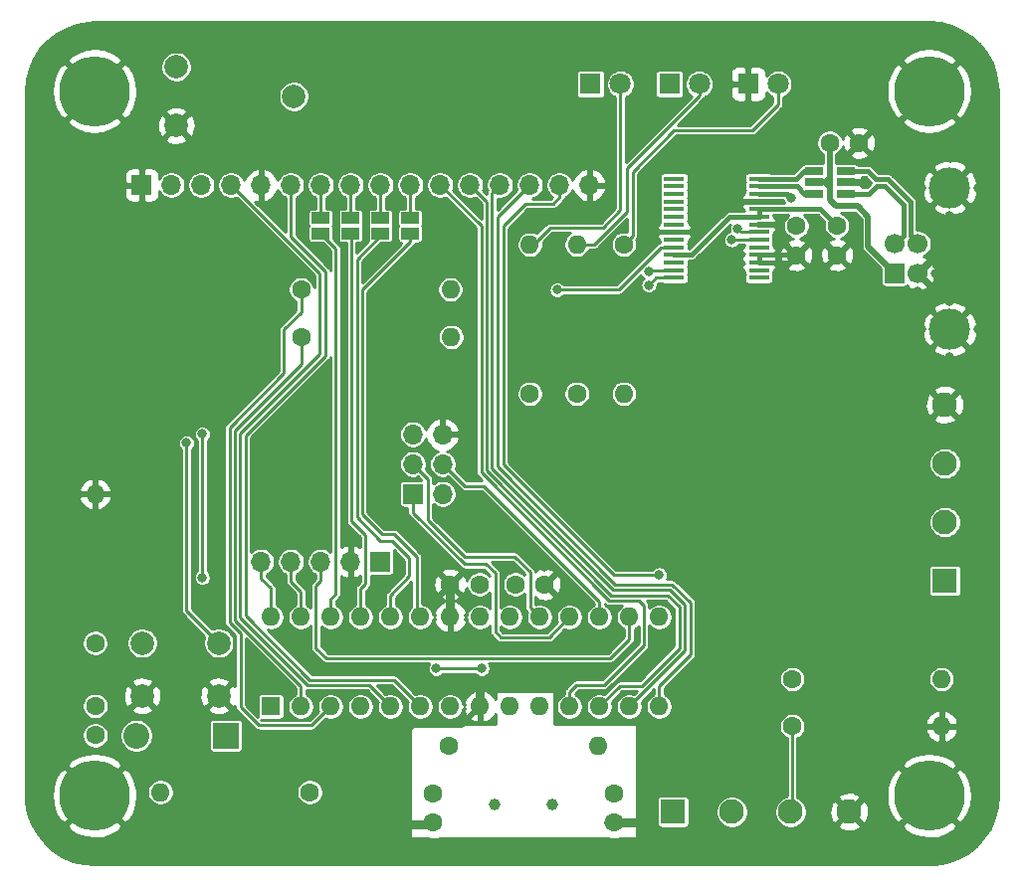
<source format=gbr>
%TF.GenerationSoftware,KiCad,Pcbnew,5.1.8*%
%TF.CreationDate,2020-11-28T18:21:18+01:00*%
%TF.ProjectId,livello_serbatoio_definitiva,6c697665-6c6c-46f5-9f73-65726261746f,rev?*%
%TF.SameCoordinates,Original*%
%TF.FileFunction,Copper,L2,Bot*%
%TF.FilePolarity,Positive*%
%FSLAX46Y46*%
G04 Gerber Fmt 4.6, Leading zero omitted, Abs format (unit mm)*
G04 Created by KiCad (PCBNEW 5.1.8) date 2020-11-28 18:21:18*
%MOMM*%
%LPD*%
G01*
G04 APERTURE LIST*
%TA.AperFunction,ComponentPad*%
%ADD10O,1.700000X1.700000*%
%TD*%
%TA.AperFunction,ComponentPad*%
%ADD11R,1.700000X1.700000*%
%TD*%
%TA.AperFunction,ComponentPad*%
%ADD12C,2.000000*%
%TD*%
%TA.AperFunction,SMDPad,CuDef*%
%ADD13R,1.500000X1.000000*%
%TD*%
%TA.AperFunction,ComponentPad*%
%ADD14R,1.800000X1.800000*%
%TD*%
%TA.AperFunction,ComponentPad*%
%ADD15C,1.800000*%
%TD*%
%TA.AperFunction,SMDPad,CuDef*%
%ADD16R,1.560000X0.650000*%
%TD*%
%TA.AperFunction,ComponentPad*%
%ADD17O,2.200000X2.200000*%
%TD*%
%TA.AperFunction,ComponentPad*%
%ADD18R,2.200000X2.200000*%
%TD*%
%TA.AperFunction,ComponentPad*%
%ADD19C,1.600000*%
%TD*%
%TA.AperFunction,ComponentPad*%
%ADD20C,2.100000*%
%TD*%
%TA.AperFunction,ComponentPad*%
%ADD21R,2.100000X2.100000*%
%TD*%
%TA.AperFunction,ComponentPad*%
%ADD22C,1.700000*%
%TD*%
%TA.AperFunction,ComponentPad*%
%ADD23C,3.500000*%
%TD*%
%TA.AperFunction,SMDPad,CuDef*%
%ADD24R,1.750000X0.450000*%
%TD*%
%TA.AperFunction,ComponentPad*%
%ADD25C,1.000000*%
%TD*%
%TA.AperFunction,ComponentPad*%
%ADD26O,1.600000X1.600000*%
%TD*%
%TA.AperFunction,ComponentPad*%
%ADD27R,1.600000X1.600000*%
%TD*%
%TA.AperFunction,ComponentPad*%
%ADD28C,0.800000*%
%TD*%
%TA.AperFunction,ComponentPad*%
%ADD29C,6.000000*%
%TD*%
%TA.AperFunction,ViaPad*%
%ADD30C,0.800000*%
%TD*%
%TA.AperFunction,Conductor*%
%ADD31C,0.381000*%
%TD*%
%TA.AperFunction,Conductor*%
%ADD32C,0.254000*%
%TD*%
%TA.AperFunction,Conductor*%
%ADD33C,0.762000*%
%TD*%
%TA.AperFunction,Conductor*%
%ADD34C,0.508000*%
%TD*%
%TA.AperFunction,Conductor*%
%ADD35C,0.100000*%
%TD*%
G04 APERTURE END LIST*
D10*
%TO.P,J7,5*%
%TO.N,A5*%
X107160000Y-114070000D03*
%TO.P,J7,4*%
%TO.N,A4*%
X109700000Y-114070000D03*
%TO.P,J7,3*%
%TO.N,D10*%
X112240000Y-114070000D03*
%TO.P,J7,2*%
%TO.N,GND*%
X114780000Y-114070000D03*
D11*
%TO.P,J7,1*%
%TO.N,VDD*%
X117320000Y-114070000D03*
%TD*%
D12*
%TO.P,RV1,2*%
%TO.N,V0*%
X109950000Y-74450000D03*
%TO.P,RV1,3*%
%TO.N,GND*%
X99950000Y-76950000D03*
%TO.P,RV1,1*%
%TO.N,VDD*%
X99950000Y-71950000D03*
%TD*%
D13*
%TO.P,JP4,1*%
%TO.N,A0*%
X119850000Y-86130000D03*
%TO.P,JP4,2*%
%TO.N,DB3*%
X119850000Y-84830000D03*
%TD*%
%TO.P,JP3,1*%
%TO.N,A1*%
X117320000Y-86120000D03*
%TO.P,JP3,2*%
%TO.N,DB2*%
X117320000Y-84820000D03*
%TD*%
%TO.P,JP2,1*%
%TO.N,A2*%
X114780000Y-86120000D03*
%TO.P,JP2,2*%
%TO.N,DB1*%
X114780000Y-84820000D03*
%TD*%
%TO.P,JP1,1*%
%TO.N,A3*%
X112230000Y-86120000D03*
%TO.P,JP1,2*%
%TO.N,DB0*%
X112230000Y-84820000D03*
%TD*%
D14*
%TO.P,D4,1*%
%TO.N,GND*%
X148600000Y-73400000D03*
D15*
%TO.P,D4,2*%
%TO.N,Net-(D4-Pad2)*%
X151140000Y-73400000D03*
%TD*%
D16*
%TO.P,U3,5*%
%TO.N,VBUS*%
X154180000Y-81770000D03*
%TO.P,U3,6*%
%TO.N,D_OUT_+*%
X154180000Y-80820000D03*
%TO.P,U3,4*%
%TO.N,D_OUT_-*%
X154180000Y-82720000D03*
%TO.P,U3,3*%
%TO.N,D_IN_-*%
X156880000Y-82720000D03*
%TO.P,U3,2*%
%TO.N,GND*%
X156880000Y-81770000D03*
%TO.P,U3,1*%
%TO.N,D_IN_+*%
X156880000Y-80820000D03*
%TD*%
D17*
%TO.P,D3,2*%
%TO.N,ICSP_RST*%
X96540000Y-128880000D03*
D18*
%TO.P,D3,1*%
%TO.N,VDD*%
X104160000Y-128880000D03*
%TD*%
D19*
%TO.P,C5,2*%
%TO.N,VBUS*%
X155540000Y-78420000D03*
%TO.P,C5,1*%
%TO.N,GND*%
X158040000Y-78420000D03*
%TD*%
D20*
%TO.P,J2,4*%
%TO.N,GND*%
X157210000Y-135360000D03*
%TO.P,J2,3*%
%TO.N,D2*%
X152210000Y-135360000D03*
%TO.P,J2,2*%
%TO.N,VDD*%
X147210000Y-135360000D03*
D21*
%TO.P,J2,1*%
%TO.N,Net-(J2-Pad1)*%
X142210000Y-135360000D03*
%TD*%
D20*
%TO.P,J4,4*%
%TO.N,GND*%
X165325000Y-100700000D03*
%TO.P,J4,3*%
%TO.N,D12*%
X165325000Y-105700000D03*
%TO.P,J4,2*%
%TO.N,D11*%
X165325000Y-110700000D03*
D21*
%TO.P,J4,1*%
%TO.N,VDD*%
X165325000Y-115700000D03*
%TD*%
D11*
%TO.P,J1,1*%
%TO.N,VBUS*%
X161050000Y-89500000D03*
D22*
%TO.P,J1,2*%
%TO.N,D_IN_-*%
X161050000Y-87000000D03*
%TO.P,J1,3*%
%TO.N,D_IN_+*%
X163050000Y-87000000D03*
%TO.P,J1,4*%
%TO.N,GND*%
X163050000Y-89500000D03*
D23*
%TO.P,J1,5*%
X165760000Y-94270000D03*
X165760000Y-82230000D03*
%TD*%
D24*
%TO.P,U1,28*%
%TO.N,Net-(U1-Pad28)*%
X149510000Y-89905000D03*
%TO.P,U1,27*%
%TO.N,Net-(U1-Pad27)*%
X149510000Y-89255000D03*
%TO.P,U1,26*%
%TO.N,GND*%
X149510000Y-88605000D03*
%TO.P,U1,25*%
X149510000Y-87955000D03*
%TO.P,U1,24*%
%TO.N,N/C*%
X149510000Y-87305000D03*
%TO.P,U1,23*%
%TO.N,Net-(D1-Pad1)*%
X149510000Y-86655000D03*
%TO.P,U1,22*%
%TO.N,Net-(D2-Pad1)*%
X149510000Y-86005000D03*
%TO.P,U1,21*%
%TO.N,GND*%
X149510000Y-85355000D03*
%TO.P,U1,20*%
%TO.N,VDD*%
X149510000Y-84705000D03*
%TO.P,U1,19*%
X149510000Y-84055000D03*
%TO.P,U1,18*%
%TO.N,GND*%
X149510000Y-83405000D03*
%TO.P,U1,17*%
%TO.N,Net-(C2-Pad1)*%
X149510000Y-82755000D03*
%TO.P,U1,16*%
%TO.N,D_OUT_-*%
X149510000Y-82105000D03*
%TO.P,U1,15*%
%TO.N,D_OUT_+*%
X149510000Y-81455000D03*
%TO.P,U1,14*%
%TO.N,Net-(U1-Pad14)*%
X142310000Y-81455000D03*
%TO.P,U1,13*%
%TO.N,Net-(U1-Pad13)*%
X142310000Y-82105000D03*
%TO.P,U1,12*%
%TO.N,Net-(U1-Pad12)*%
X142310000Y-82755000D03*
%TO.P,U1,11*%
%TO.N,Net-(U1-Pad11)*%
X142310000Y-83405000D03*
%TO.P,U1,10*%
%TO.N,Net-(U1-Pad10)*%
X142310000Y-84055000D03*
%TO.P,U1,9*%
%TO.N,Net-(U1-Pad9)*%
X142310000Y-84705000D03*
%TO.P,U1,8*%
%TO.N,N/C*%
X142310000Y-85355000D03*
%TO.P,U1,7*%
%TO.N,GND*%
X142310000Y-86005000D03*
%TO.P,U1,6*%
%TO.N,Net-(U1-Pad6)*%
X142310000Y-86655000D03*
%TO.P,U1,5*%
%TO.N,Net-(R2-Pad2)*%
X142310000Y-87305000D03*
%TO.P,U1,4*%
%TO.N,VDD*%
X142310000Y-87955000D03*
%TO.P,U1,3*%
%TO.N,Net-(U1-Pad3)*%
X142310000Y-88605000D03*
%TO.P,U1,2*%
%TO.N,DTR*%
X142310000Y-89255000D03*
%TO.P,U1,1*%
%TO.N,Net-(R1-Pad2)*%
X142310000Y-89905000D03*
%TD*%
D25*
%TO.P,Y1,1*%
%TO.N,/X2*%
X131900000Y-134770000D03*
%TO.P,Y1,2*%
%TO.N,/X1*%
X127020000Y-134770000D03*
%TD*%
D26*
%TO.P,U2,28*%
%TO.N,A5*%
X108000000Y-118780000D03*
%TO.P,U2,14*%
%TO.N,D8*%
X141020000Y-126400000D03*
%TO.P,U2,27*%
%TO.N,A4*%
X110540000Y-118780000D03*
%TO.P,U2,13*%
%TO.N,D7*%
X138480000Y-126400000D03*
%TO.P,U2,26*%
%TO.N,A3*%
X113080000Y-118780000D03*
%TO.P,U2,12*%
%TO.N,D6*%
X135940000Y-126400000D03*
%TO.P,U2,25*%
%TO.N,A2*%
X115620000Y-118780000D03*
%TO.P,U2,11*%
%TO.N,D5*%
X133400000Y-126400000D03*
%TO.P,U2,24*%
%TO.N,A1*%
X118160000Y-118780000D03*
%TO.P,U2,10*%
%TO.N,/X2*%
X130860000Y-126400000D03*
%TO.P,U2,23*%
%TO.N,A0*%
X120700000Y-118780000D03*
%TO.P,U2,9*%
%TO.N,/X1*%
X128320000Y-126400000D03*
%TO.P,U2,22*%
%TO.N,GND*%
X123240000Y-118780000D03*
%TO.P,U2,8*%
X125780000Y-126400000D03*
%TO.P,U2,21*%
%TO.N,Net-(C3-Pad1)*%
X125780000Y-118780000D03*
%TO.P,U2,7*%
%TO.N,VDD*%
X123240000Y-126400000D03*
%TO.P,U2,20*%
X128320000Y-118780000D03*
%TO.P,U2,6*%
%TO.N,D4*%
X120700000Y-126400000D03*
%TO.P,U2,19*%
%TO.N,D13*%
X130860000Y-118780000D03*
%TO.P,U2,5*%
%TO.N,D3*%
X118160000Y-126400000D03*
%TO.P,U2,18*%
%TO.N,D12*%
X133400000Y-118780000D03*
%TO.P,U2,4*%
%TO.N,D2*%
X115620000Y-126400000D03*
%TO.P,U2,17*%
%TO.N,D11*%
X135940000Y-118780000D03*
%TO.P,U2,3*%
%TO.N,RX*%
X113080000Y-126400000D03*
%TO.P,U2,16*%
%TO.N,D10*%
X138480000Y-118780000D03*
%TO.P,U2,2*%
%TO.N,TX*%
X110540000Y-126400000D03*
%TO.P,U2,15*%
%TO.N,BLA*%
X141020000Y-118780000D03*
D27*
%TO.P,U2,1*%
%TO.N,ICSP_RST*%
X108000000Y-126400000D03*
%TD*%
D28*
%TO.P,H4,1*%
%TO.N,GND*%
X94590990Y-132409010D03*
X93000000Y-131750000D03*
X91409010Y-132409010D03*
X90750000Y-134000000D03*
X91409010Y-135590990D03*
X93000000Y-136250000D03*
X94590990Y-135590990D03*
X95250000Y-134000000D03*
D29*
X93000000Y-134000000D03*
%TD*%
D10*
%TO.P,J3,16*%
%TO.N,GND*%
X135100000Y-82000000D03*
%TO.P,J3,15*%
%TO.N,BLA*%
X132560000Y-82000000D03*
%TO.P,J3,14*%
%TO.N,D8*%
X130020000Y-82000000D03*
%TO.P,J3,13*%
%TO.N,D7*%
X127480000Y-82000000D03*
%TO.P,J3,12*%
%TO.N,D6*%
X124940000Y-82000000D03*
%TO.P,J3,11*%
%TO.N,D5*%
X122400000Y-82000000D03*
%TO.P,J3,10*%
%TO.N,DB3*%
X119860000Y-82000000D03*
%TO.P,J3,9*%
%TO.N,DB2*%
X117320000Y-82000000D03*
%TO.P,J3,8*%
%TO.N,DB1*%
X114780000Y-82000000D03*
%TO.P,J3,7*%
%TO.N,DB0*%
X112240000Y-82000000D03*
%TO.P,J3,6*%
%TO.N,D4*%
X109700000Y-82000000D03*
%TO.P,J3,5*%
%TO.N,GND*%
X107160000Y-82000000D03*
%TO.P,J3,4*%
%TO.N,D3*%
X104620000Y-82000000D03*
%TO.P,J3,3*%
%TO.N,V0*%
X102080000Y-82000000D03*
%TO.P,J3,2*%
%TO.N,VDD*%
X99540000Y-82000000D03*
D11*
%TO.P,J3,1*%
%TO.N,GND*%
X97000000Y-82000000D03*
%TD*%
D28*
%TO.P,H1,1*%
%TO.N,GND*%
X94590990Y-72409010D03*
X93000000Y-71750000D03*
X91409010Y-72409010D03*
X90750000Y-74000000D03*
X91409010Y-75590990D03*
X93000000Y-76250000D03*
X94590990Y-75590990D03*
X95250000Y-74000000D03*
D29*
X93000000Y-74000000D03*
%TD*%
D28*
%TO.P,H2,1*%
%TO.N,GND*%
X165590990Y-72409010D03*
X164000000Y-71750000D03*
X162409010Y-72409010D03*
X161750000Y-74000000D03*
X162409010Y-75590990D03*
X164000000Y-76250000D03*
X165590990Y-75590990D03*
X166250000Y-74000000D03*
D29*
X164000000Y-74000000D03*
%TD*%
D28*
%TO.P,H3,1*%
%TO.N,GND*%
X165590990Y-132409010D03*
X164000000Y-131750000D03*
X162409010Y-132409010D03*
X161750000Y-134000000D03*
X162409010Y-135590990D03*
X164000000Y-136250000D03*
X165590990Y-135590990D03*
X166250000Y-134000000D03*
D29*
X164000000Y-134000000D03*
%TD*%
D10*
%TO.P,J5,6*%
%TO.N,GND*%
X122615000Y-103220000D03*
%TO.P,J5,5*%
%TO.N,ICSP_RST*%
X120075000Y-103220000D03*
%TO.P,J5,4*%
%TO.N,D11*%
X122615000Y-105760000D03*
%TO.P,J5,3*%
%TO.N,D13*%
X120075000Y-105760000D03*
%TO.P,J5,2*%
%TO.N,VDD*%
X122615000Y-108300000D03*
D11*
%TO.P,J5,1*%
%TO.N,D12*%
X120075000Y-108300000D03*
%TD*%
D19*
%TO.P,C1,1*%
%TO.N,GND*%
X156170000Y-87970000D03*
%TO.P,C1,2*%
%TO.N,VDD*%
X156170000Y-85470000D03*
%TD*%
%TO.P,C2,1*%
%TO.N,Net-(C2-Pad1)*%
X152700000Y-85480000D03*
%TO.P,C2,2*%
%TO.N,GND*%
X152700000Y-87980000D03*
%TD*%
%TO.P,C3,1*%
%TO.N,Net-(C3-Pad1)*%
X125750000Y-116000000D03*
%TO.P,C3,2*%
%TO.N,GND*%
X123250000Y-116000000D03*
%TD*%
%TO.P,C4,2*%
%TO.N,DTR*%
X93060000Y-126350000D03*
%TO.P,C4,1*%
%TO.N,ICSP_RST*%
X93060000Y-128850000D03*
%TD*%
%TO.P,C6,2*%
%TO.N,GND*%
X131300000Y-116000000D03*
%TO.P,C6,1*%
%TO.N,VDD*%
X128800000Y-116000000D03*
%TD*%
%TO.P,C7,2*%
%TO.N,/X1*%
X121800000Y-133800000D03*
%TO.P,C7,1*%
%TO.N,GND*%
X121800000Y-136300000D03*
%TD*%
%TO.P,C8,1*%
%TO.N,GND*%
X137150000Y-136300000D03*
%TO.P,C8,2*%
%TO.N,/X2*%
X137150000Y-133800000D03*
%TD*%
D15*
%TO.P,D1,2*%
%TO.N,Net-(D1-Pad2)*%
X137740000Y-73400000D03*
D14*
%TO.P,D1,1*%
%TO.N,Net-(D1-Pad1)*%
X135200000Y-73400000D03*
%TD*%
%TO.P,D2,1*%
%TO.N,Net-(D2-Pad1)*%
X141900000Y-73400000D03*
D15*
%TO.P,D2,2*%
%TO.N,Net-(D2-Pad2)*%
X144440000Y-73400000D03*
%TD*%
D19*
%TO.P,R1,1*%
%TO.N,TX*%
X110625000Y-94940000D03*
D26*
%TO.P,R1,2*%
%TO.N,Net-(R1-Pad2)*%
X123325000Y-94940000D03*
%TD*%
%TO.P,R2,2*%
%TO.N,Net-(R2-Pad2)*%
X123275000Y-90890000D03*
D19*
%TO.P,R2,1*%
%TO.N,RX*%
X110575000Y-90890000D03*
%TD*%
%TO.P,R3,1*%
%TO.N,VDD*%
X130035000Y-99765000D03*
D26*
%TO.P,R3,2*%
%TO.N,Net-(D1-Pad2)*%
X130035000Y-87065000D03*
%TD*%
%TO.P,R4,2*%
%TO.N,Net-(D2-Pad2)*%
X134035000Y-87065000D03*
D19*
%TO.P,R4,1*%
%TO.N,VDD*%
X134035000Y-99765000D03*
%TD*%
%TO.P,R5,1*%
%TO.N,DTR*%
X93050000Y-121000000D03*
D26*
%TO.P,R5,2*%
%TO.N,GND*%
X93050000Y-108300000D03*
%TD*%
D19*
%TO.P,R6,1*%
%TO.N,VDD*%
X111300000Y-133700000D03*
D26*
%TO.P,R6,2*%
%TO.N,ICSP_RST*%
X98600000Y-133700000D03*
%TD*%
%TO.P,R7,2*%
%TO.N,/X2*%
X135800000Y-129750000D03*
D19*
%TO.P,R7,1*%
%TO.N,/X1*%
X123100000Y-129750000D03*
%TD*%
%TO.P,R8,1*%
%TO.N,D13*%
X152350000Y-124075000D03*
D26*
%TO.P,R8,2*%
%TO.N,Net-(J2-Pad1)*%
X165050000Y-124075000D03*
%TD*%
%TO.P,R9,2*%
%TO.N,VDD*%
X138035000Y-99765000D03*
D19*
%TO.P,R9,1*%
%TO.N,Net-(D4-Pad2)*%
X138035000Y-87065000D03*
%TD*%
D26*
%TO.P,R11,2*%
%TO.N,GND*%
X165050000Y-128075000D03*
D19*
%TO.P,R11,1*%
%TO.N,D2*%
X152350000Y-128075000D03*
%TD*%
D12*
%TO.P,SW1,2*%
%TO.N,GND*%
X97050000Y-125500000D03*
%TO.P,SW1,1*%
%TO.N,DTR*%
X97050000Y-121000000D03*
%TO.P,SW1,2*%
%TO.N,GND*%
X103550000Y-125500000D03*
%TO.P,SW1,1*%
%TO.N,DTR*%
X103550000Y-121000000D03*
%TD*%
D30*
%TO.N,Net-(C2-Pad1)*%
X152270000Y-83110000D03*
%TO.N,DTR*%
X100820000Y-103960000D03*
X140144074Y-89384074D03*
%TO.N,Net-(D1-Pad1)*%
X147190000Y-86660000D03*
%TO.N,Net-(D2-Pad1)*%
X147710000Y-85720000D03*
%TO.N,BLA*%
X141030000Y-115190000D03*
%TO.N,D2*%
X122050000Y-123175000D03*
X125930000Y-123170000D03*
%TO.N,Net-(R1-Pad2)*%
X140150000Y-90520000D03*
%TO.N,Net-(R2-Pad2)*%
X132350000Y-90920000D03*
%TO.N,ICSP_RST*%
X102150000Y-115430000D03*
X102160000Y-103200000D03*
%TO.N,GND*%
X164550000Y-89525000D03*
X163025000Y-91050000D03*
X165750000Y-91875000D03*
X168175000Y-94275000D03*
X163325000Y-94275000D03*
X165750000Y-96675000D03*
X165750000Y-84650000D03*
X168175000Y-82225000D03*
X165775000Y-79725000D03*
X163350000Y-82225000D03*
X131300000Y-114500000D03*
X125800000Y-124775000D03*
X135080001Y-110720001D03*
X135080001Y-108520001D03*
X137280001Y-110720001D03*
X139860000Y-128850000D03*
X119170000Y-128850000D03*
X119170000Y-131390000D03*
X119170000Y-133930000D03*
X119170000Y-136470000D03*
X139860000Y-131390000D03*
X139860000Y-133930000D03*
X139860000Y-136470000D03*
X158590000Y-81770000D03*
X127220000Y-110190000D03*
X130779998Y-106630000D03*
X132979998Y-106630000D03*
X130779998Y-104430000D03*
X140450000Y-86010000D03*
X147720000Y-83410000D03*
X130000000Y-96500000D03*
%TD*%
D31*
%TO.N,Net-(C2-Pad1)*%
X151915000Y-82755000D02*
X152270000Y-83110000D01*
X149510000Y-82755000D02*
X151915000Y-82755000D01*
D32*
%TO.N,DTR*%
X100820000Y-118270000D02*
X100820000Y-103960000D01*
X103550000Y-121000000D02*
X100820000Y-118270000D01*
X142310000Y-89255000D02*
X140273148Y-89255000D01*
X140273148Y-89255000D02*
X140144074Y-89384074D01*
%TO.N,VDD*%
X149510000Y-84055000D02*
X150635000Y-84055000D01*
D31*
X149510000Y-84055000D02*
X149510000Y-84705000D01*
X142310000Y-87955000D02*
X143765000Y-87955000D01*
X147015000Y-84705000D02*
X149510000Y-84705000D01*
X143765000Y-87955000D02*
X147015000Y-84705000D01*
X154755000Y-84055000D02*
X156170000Y-85470000D01*
X150855000Y-84055000D02*
X154755000Y-84055000D01*
X149510000Y-84055000D02*
X150855000Y-84055000D01*
D32*
%TO.N,Net-(D1-Pad2)*%
X130305000Y-87065000D02*
X130035000Y-87065000D01*
X131740000Y-85630000D02*
X130305000Y-87065000D01*
X136245000Y-85630000D02*
X131740000Y-85630000D01*
X137740000Y-84135000D02*
X136245000Y-85630000D01*
X137740000Y-73400000D02*
X137740000Y-84135000D01*
%TO.N,Net-(D1-Pad1)*%
X149505000Y-86660000D02*
X149510000Y-86655000D01*
X147190000Y-86660000D02*
X149505000Y-86660000D01*
%TO.N,Net-(D2-Pad1)*%
X147995000Y-86005000D02*
X147710000Y-85720000D01*
X149510000Y-86005000D02*
X147995000Y-86005000D01*
%TO.N,Net-(D2-Pad2)*%
X138260000Y-80600000D02*
X144440000Y-74420000D01*
X138260000Y-84290000D02*
X138260000Y-80600000D01*
X144440000Y-74420000D02*
X144440000Y-73400000D01*
X135485000Y-87065000D02*
X138260000Y-84290000D01*
X134035000Y-87065000D02*
X135485000Y-87065000D01*
%TO.N,Net-(D4-Pad2)*%
X138770000Y-86330000D02*
X138035000Y-87065000D01*
X142300000Y-77350000D02*
X138770000Y-80880000D01*
X138770000Y-80880000D02*
X138770000Y-86330000D01*
X148925000Y-77350000D02*
X142300000Y-77350000D01*
X151140000Y-75135000D02*
X148925000Y-77350000D01*
X151140000Y-73400000D02*
X151140000Y-75135000D01*
%TO.N,D12*%
X131655000Y-120525000D02*
X133400000Y-118780000D01*
X127550000Y-120525000D02*
X131655000Y-120525000D01*
X127080000Y-120055000D02*
X127550000Y-120525000D01*
X127080000Y-115055000D02*
X127080000Y-120055000D01*
X120075000Y-109899038D02*
X124450962Y-114275000D01*
X124450962Y-114275000D02*
X126300000Y-114275000D01*
X120075000Y-108300000D02*
X120075000Y-109899038D01*
X126300000Y-114275000D02*
X127080000Y-115055000D01*
%TO.N,D11*%
X135940000Y-117465000D02*
X135940000Y-118780000D01*
X126095000Y-107620000D02*
X135940000Y-117465000D01*
X124475000Y-107620000D02*
X126095000Y-107620000D01*
X122615000Y-105760000D02*
X124475000Y-107620000D01*
%TO.N,D3*%
X112150000Y-96397932D02*
X112150000Y-89530000D01*
X105392869Y-103155063D02*
X112150000Y-96397932D01*
X118160000Y-126400000D02*
X116355990Y-124595990D01*
X112150000Y-89530000D02*
X104620000Y-82000000D01*
X105392869Y-118855973D02*
X105392869Y-103155063D01*
X111132886Y-124595990D02*
X105392869Y-118855973D01*
X116355990Y-124595990D02*
X111132886Y-124595990D01*
%TO.N,D4*%
X118441979Y-124141979D02*
X120700000Y-126400000D01*
X111320943Y-124141979D02*
X118441979Y-124141979D01*
X105846880Y-118667916D02*
X111320943Y-124141979D01*
X105846880Y-103343120D02*
X105846880Y-118667916D01*
X112620000Y-96570000D02*
X105846880Y-103343120D01*
X112620000Y-89330000D02*
X112620000Y-96570000D01*
X109700000Y-86410000D02*
X112620000Y-89330000D01*
X109700000Y-82000000D02*
X109700000Y-86410000D01*
%TO.N,DB0*%
X112230000Y-82010000D02*
X112240000Y-82000000D01*
X112230000Y-84820000D02*
X112230000Y-82010000D01*
%TO.N,DB1*%
X114780000Y-82000000D02*
X114780000Y-84820000D01*
%TO.N,DB2*%
X117320000Y-82000000D02*
X117320000Y-84820000D01*
%TO.N,DB3*%
X119860000Y-84820000D02*
X119850000Y-84830000D01*
X119860000Y-82000000D02*
X119860000Y-84820000D01*
%TO.N,D5*%
X133400000Y-125170000D02*
X133400000Y-126400000D01*
X136350000Y-124560000D02*
X134010000Y-124560000D01*
X134010000Y-124560000D02*
X133400000Y-125170000D01*
X139740000Y-121170000D02*
X136350000Y-124560000D01*
X139740000Y-117820000D02*
X139740000Y-121170000D01*
X139314011Y-117394011D02*
X139740000Y-117820000D01*
X136785739Y-117394011D02*
X139314011Y-117394011D01*
X125887970Y-106496242D02*
X136785739Y-117394011D01*
X125887970Y-85487970D02*
X125887970Y-106496242D01*
X122400000Y-82000000D02*
X125887970Y-85487970D01*
%TO.N,D6*%
X139550000Y-124630000D02*
X137710000Y-124630000D01*
X142760000Y-121420000D02*
X139550000Y-124630000D01*
X137710000Y-124630000D02*
X135940000Y-126400000D01*
X142760000Y-117930000D02*
X142760000Y-121420000D01*
X141770000Y-116940000D02*
X142760000Y-117930000D01*
X126341979Y-106308183D02*
X136973796Y-116940000D01*
X126341979Y-83401979D02*
X126341979Y-106308183D01*
X136973796Y-116940000D02*
X141770000Y-116940000D01*
X124940000Y-82000000D02*
X126341979Y-83401979D01*
%TO.N,D7*%
X137125865Y-116450001D02*
X141932069Y-116450001D01*
X143220000Y-117737932D02*
X143220000Y-119060000D01*
X126795990Y-106120126D02*
X137125865Y-116450001D01*
X141932069Y-116450001D02*
X143220000Y-117737932D01*
X126795990Y-82684010D02*
X126795990Y-106120126D01*
X127480000Y-82000000D02*
X126795990Y-82684010D01*
X143220000Y-121660000D02*
X138480000Y-126400000D01*
X143220000Y-118830000D02*
X143220000Y-121660000D01*
%TO.N,D8*%
X141020000Y-124630000D02*
X141020000Y-126400000D01*
X143720000Y-121930000D02*
X141020000Y-124630000D01*
X143720000Y-117595864D02*
X143720000Y-121930000D01*
X142120126Y-115995990D02*
X143720000Y-117595864D01*
X127295990Y-105978058D02*
X137313922Y-115995990D01*
X137313922Y-115995990D02*
X142120126Y-115995990D01*
X127295990Y-84724010D02*
X127295990Y-105978058D01*
X130020000Y-82000000D02*
X127295990Y-84724010D01*
%TO.N,BLA*%
X131990000Y-83610000D02*
X129640000Y-83610000D01*
X132570000Y-83030000D02*
X131990000Y-83610000D01*
X137150000Y-115190000D02*
X141030000Y-115190000D01*
X132560000Y-82000000D02*
X132570000Y-82010000D01*
X127750000Y-105790000D02*
X137150000Y-115190000D01*
X129640000Y-83610000D02*
X127750000Y-85500000D01*
X127750000Y-85500000D02*
X127750000Y-105790000D01*
X132570000Y-82010000D02*
X132570000Y-83030000D01*
%TO.N,D2*%
X152350000Y-135250000D02*
X152450000Y-135350000D01*
X152350000Y-128075000D02*
X152350000Y-135250000D01*
X125925000Y-123175000D02*
X125930000Y-123170000D01*
X122050000Y-123175000D02*
X125925000Y-123175000D01*
%TO.N,Net-(R1-Pad2)*%
X142310000Y-89905000D02*
X140765000Y-89905000D01*
X140765000Y-89905000D02*
X140150000Y-90520000D01*
%TO.N,TX*%
X110540000Y-124645172D02*
X110540000Y-126400000D01*
X110625000Y-94940000D02*
X110625000Y-97213040D01*
X104938859Y-119044031D02*
X105057934Y-119163106D01*
X104938859Y-102899181D02*
X104938859Y-119044031D01*
X110625000Y-97213040D02*
X104938859Y-102899181D01*
X105057934Y-119163106D02*
X110540000Y-124645172D01*
X104938858Y-119044030D02*
X105057934Y-119163106D01*
%TO.N,Net-(R2-Pad2)*%
X137580000Y-90920000D02*
X132350000Y-90920000D01*
X141195000Y-87305000D02*
X137580000Y-90920000D01*
X142310000Y-87305000D02*
X141195000Y-87305000D01*
%TO.N,RX*%
X105410000Y-126450000D02*
X106950000Y-127990000D01*
X105410000Y-120157240D02*
X105410000Y-126450000D01*
X106950000Y-127990000D02*
X111490000Y-127990000D01*
X111490000Y-127990000D02*
X113080000Y-126400000D01*
X110575000Y-90890000D02*
X110575000Y-92843440D01*
X110575000Y-92843440D02*
X109113320Y-94305120D01*
X109113320Y-94305120D02*
X109113320Y-98003360D01*
X104484849Y-119232089D02*
X104602280Y-119349520D01*
X109113320Y-98003360D02*
X104484849Y-102631831D01*
X104602280Y-119349520D02*
X105410000Y-120157240D01*
X104484849Y-102631831D02*
X104484849Y-119232089D01*
X104484847Y-119232087D02*
X104602280Y-119349520D01*
%TO.N,D13*%
X130050000Y-114950000D02*
X130050000Y-117970000D01*
X128750000Y-113650000D02*
X130050000Y-114950000D01*
X124475000Y-113650000D02*
X128750000Y-113650000D01*
X121360000Y-110535000D02*
X124475000Y-113650000D01*
X130050000Y-117970000D02*
X130860000Y-118780000D01*
X121360000Y-107045000D02*
X121360000Y-110535000D01*
X120075000Y-105760000D02*
X121360000Y-107045000D01*
%TO.N,ICSP_RST*%
X102150000Y-103210000D02*
X102160000Y-103200000D01*
X102150000Y-115430000D02*
X102150000Y-103210000D01*
D33*
%TO.N,GND*%
X125780000Y-124795000D02*
X125800000Y-124775000D01*
X125780000Y-126400000D02*
X125780000Y-124795000D01*
X123250000Y-118770000D02*
X123240000Y-118780000D01*
X123250000Y-116000000D02*
X123250000Y-118770000D01*
D34*
X119170000Y-128850000D02*
X119170000Y-128850000D01*
D33*
X121630000Y-136470000D02*
X121800000Y-136300000D01*
X119170000Y-136470000D02*
X121630000Y-136470000D01*
X139690000Y-136300000D02*
X139860000Y-136470000D01*
X137150000Y-136300000D02*
X139690000Y-136300000D01*
X136650000Y-136300000D02*
X137150000Y-136300000D01*
D34*
X156880000Y-81770000D02*
X158590000Y-81770000D01*
D31*
X152675000Y-87955000D02*
X152700000Y-87980000D01*
X149510000Y-87955000D02*
X152675000Y-87955000D01*
X151190000Y-86470000D02*
X152700000Y-87980000D01*
X151190000Y-85710000D02*
X151190000Y-86470000D01*
X150835000Y-85355000D02*
X151190000Y-85710000D01*
X149510000Y-85355000D02*
X150835000Y-85355000D01*
X152075000Y-88605000D02*
X152700000Y-87980000D01*
X149510000Y-88605000D02*
X152075000Y-88605000D01*
X149510000Y-87955000D02*
X149510000Y-88605000D01*
D34*
X120080000Y-127940000D02*
X119170000Y-128850000D01*
X125780000Y-126400000D02*
X124240000Y-127940000D01*
X124240000Y-127940000D02*
X120080000Y-127940000D01*
D31*
X140455000Y-86005000D02*
X140450000Y-86010000D01*
X142310000Y-86005000D02*
X140455000Y-86005000D01*
X149510000Y-83405000D02*
X147725000Y-83405000D01*
X147725000Y-83405000D02*
X147720000Y-83410000D01*
D34*
%TO.N,VBUS*%
X155152202Y-81770000D02*
X154180000Y-81770000D01*
X155530000Y-83292202D02*
X155530000Y-82147798D01*
X157940000Y-83800000D02*
X156037798Y-83800000D01*
X156037798Y-83800000D02*
X155530000Y-83292202D01*
X158820000Y-84680000D02*
X157940000Y-83800000D01*
X158820000Y-87270000D02*
X158820000Y-84680000D01*
X161050000Y-89500000D02*
X158820000Y-87270000D01*
X155530000Y-81290000D02*
X155530000Y-82147798D01*
X155530000Y-78430000D02*
X155540000Y-78420000D01*
X155530000Y-81290000D02*
X155530000Y-78430000D01*
X155530000Y-82147798D02*
X155152202Y-81770000D01*
X155530000Y-81410000D02*
X155530000Y-81290000D01*
X155170000Y-81770000D02*
X155530000Y-81410000D01*
X155152202Y-81770000D02*
X155170000Y-81770000D01*
D31*
%TO.N,D_IN_-*%
X158870000Y-82720000D02*
X156880000Y-82720000D01*
X159510000Y-82080000D02*
X158870000Y-82720000D01*
X161820000Y-83660000D02*
X160240000Y-82080000D01*
X161820000Y-86350000D02*
X161820000Y-83660000D01*
X160240000Y-82080000D02*
X159510000Y-82080000D01*
X161170000Y-87000000D02*
X161820000Y-86350000D01*
X161050000Y-87000000D02*
X161170000Y-87000000D01*
%TO.N,D_IN_+*%
X156880000Y-80820000D02*
X158810000Y-80820000D01*
X158810000Y-80820000D02*
X158810000Y-80820058D01*
X158810000Y-80820058D02*
X159459942Y-81470000D01*
X159459942Y-81470000D02*
X160470000Y-81470000D01*
X160470000Y-81470000D02*
X162401010Y-83401010D01*
X162401010Y-83401010D02*
X162401010Y-84801010D01*
X162401010Y-84411010D02*
X162401010Y-84801010D01*
X162401010Y-86351010D02*
X163050000Y-87000000D01*
X162401010Y-84801010D02*
X162401010Y-86351010D01*
%TO.N,D_OUT_-*%
X153370000Y-82720000D02*
X154180000Y-82720000D01*
X152755000Y-82105000D02*
X153370000Y-82720000D01*
X149510000Y-82105000D02*
X152755000Y-82105000D01*
%TO.N,D_OUT_+*%
X153330000Y-80820000D02*
X154180000Y-80820000D01*
X152660501Y-81489499D02*
X153330000Y-80820000D01*
X149544499Y-81489499D02*
X152660501Y-81489499D01*
X149510000Y-81455000D02*
X149544499Y-81489499D01*
D32*
%TO.N,D10*%
X112240000Y-115689440D02*
X112240000Y-114070000D01*
X111820000Y-121420000D02*
X111820000Y-116109440D01*
X112700000Y-122300000D02*
X111820000Y-121420000D01*
X136840000Y-122300000D02*
X112700000Y-122300000D01*
X138480000Y-120660000D02*
X136840000Y-122300000D01*
X111820000Y-116109440D02*
X112240000Y-115689440D01*
X138480000Y-118780000D02*
X138480000Y-120660000D01*
%TO.N,A5*%
X108010000Y-118770000D02*
X108000000Y-118780000D01*
X107160000Y-114070000D02*
X107160000Y-115491200D01*
X108000000Y-116331200D02*
X108000000Y-118780000D01*
X107160000Y-115491200D02*
X108000000Y-116331200D01*
%TO.N,A4*%
X110550000Y-118770000D02*
X110540000Y-118780000D01*
X109700000Y-114070000D02*
X109700000Y-115765520D01*
X110540000Y-116605520D02*
X110540000Y-118780000D01*
X109700000Y-115765520D02*
X110540000Y-116605520D01*
%TO.N,A3*%
X113080000Y-117280000D02*
X113080000Y-118780000D01*
X113522760Y-116837240D02*
X113080000Y-117280000D01*
X113522760Y-87412760D02*
X113522760Y-116837240D01*
X112230000Y-86120000D02*
X113522760Y-87412760D01*
%TO.N,A2*%
X116042440Y-115977560D02*
X115620000Y-116400000D01*
X115620000Y-116400000D02*
X115620000Y-118780000D01*
X116042440Y-111802440D02*
X116042440Y-115977560D01*
X114834010Y-110594010D02*
X116042440Y-111802440D01*
X114834010Y-86174010D02*
X114834010Y-110594010D01*
X114780000Y-86120000D02*
X114834010Y-86174010D01*
%TO.N,A1*%
X119790000Y-115300000D02*
X118160000Y-116930000D01*
X117320000Y-112310000D02*
X118324720Y-112310000D01*
X115310000Y-110300000D02*
X117320000Y-112310000D01*
X115310000Y-88360000D02*
X115310000Y-110300000D01*
X117320000Y-86350000D02*
X115310000Y-88360000D01*
X118160000Y-116930000D02*
X118160000Y-118780000D01*
X119790000Y-113775280D02*
X119790000Y-115300000D01*
X118324720Y-112310000D02*
X119790000Y-113775280D01*
X117320000Y-86120000D02*
X117320000Y-86350000D01*
%TO.N,A0*%
X120700000Y-118600000D02*
X120700000Y-118780000D01*
X120400000Y-118480000D02*
X120700000Y-118780000D01*
X120400000Y-113623280D02*
X120400000Y-118480000D01*
X118486720Y-111710000D02*
X120400000Y-113623280D01*
X117470000Y-111710000D02*
X118486720Y-111710000D01*
X115780000Y-90920000D02*
X115780000Y-110020000D01*
X119850000Y-86850000D02*
X115780000Y-90920000D01*
X115780000Y-110020000D02*
X117470000Y-111710000D01*
X119850000Y-86130000D02*
X119850000Y-86850000D01*
%TD*%
%TO.N,GND*%
X164955046Y-68231032D02*
X165884447Y-68464481D01*
X166763234Y-68846589D01*
X167567813Y-69367094D01*
X168276583Y-70012025D01*
X168870494Y-70764047D01*
X169333610Y-71602980D01*
X169653488Y-72506288D01*
X169822004Y-73452327D01*
X169848001Y-74003599D01*
X169848000Y-133993761D01*
X169768968Y-134955050D01*
X169535519Y-135884447D01*
X169153411Y-136763234D01*
X168632904Y-137567816D01*
X167987975Y-138276583D01*
X167235949Y-138870497D01*
X166397015Y-139333613D01*
X165493715Y-139653487D01*
X164547673Y-139822004D01*
X163996424Y-139848000D01*
X93006239Y-139848000D01*
X92044950Y-139768968D01*
X91115553Y-139535519D01*
X90236766Y-139153411D01*
X89432184Y-138632904D01*
X88723417Y-137987975D01*
X88129503Y-137235949D01*
X87755635Y-136558686D01*
X90620919Y-136558686D01*
X90957106Y-137027868D01*
X91587068Y-137368237D01*
X92271327Y-137579166D01*
X92983589Y-137652550D01*
X93696482Y-137585569D01*
X94382609Y-137380796D01*
X95015603Y-137046102D01*
X95042894Y-137027868D01*
X95379081Y-136558686D01*
X93000000Y-134179605D01*
X90620919Y-136558686D01*
X87755635Y-136558686D01*
X87666387Y-136397015D01*
X87346513Y-135493715D01*
X87177996Y-134547673D01*
X87152000Y-133996424D01*
X87152000Y-133983589D01*
X89347450Y-133983589D01*
X89414431Y-134696482D01*
X89619204Y-135382609D01*
X89953898Y-136015603D01*
X89972132Y-136042894D01*
X90441314Y-136379081D01*
X92820395Y-134000000D01*
X93179605Y-134000000D01*
X95558686Y-136379081D01*
X96027868Y-136042894D01*
X96368237Y-135412932D01*
X96579166Y-134728673D01*
X96652550Y-134016411D01*
X96612392Y-133589000D01*
X97473000Y-133589000D01*
X97473000Y-133811000D01*
X97516310Y-134028734D01*
X97601266Y-134233835D01*
X97724602Y-134418421D01*
X97881579Y-134575398D01*
X98066165Y-134698734D01*
X98271266Y-134783690D01*
X98489000Y-134827000D01*
X98711000Y-134827000D01*
X98928734Y-134783690D01*
X99133835Y-134698734D01*
X99318421Y-134575398D01*
X99475398Y-134418421D01*
X99598734Y-134233835D01*
X99683690Y-134028734D01*
X99727000Y-133811000D01*
X99727000Y-133589000D01*
X110173000Y-133589000D01*
X110173000Y-133811000D01*
X110216310Y-134028734D01*
X110301266Y-134233835D01*
X110424602Y-134418421D01*
X110581579Y-134575398D01*
X110766165Y-134698734D01*
X110971266Y-134783690D01*
X111189000Y-134827000D01*
X111411000Y-134827000D01*
X111628734Y-134783690D01*
X111833835Y-134698734D01*
X112018421Y-134575398D01*
X112175398Y-134418421D01*
X112298734Y-134233835D01*
X112383690Y-134028734D01*
X112427000Y-133811000D01*
X112427000Y-133589000D01*
X112383690Y-133371266D01*
X112298734Y-133166165D01*
X112175398Y-132981579D01*
X112018421Y-132824602D01*
X111833835Y-132701266D01*
X111628734Y-132616310D01*
X111411000Y-132573000D01*
X111189000Y-132573000D01*
X110971266Y-132616310D01*
X110766165Y-132701266D01*
X110581579Y-132824602D01*
X110424602Y-132981579D01*
X110301266Y-133166165D01*
X110216310Y-133371266D01*
X110173000Y-133589000D01*
X99727000Y-133589000D01*
X99683690Y-133371266D01*
X99598734Y-133166165D01*
X99475398Y-132981579D01*
X99318421Y-132824602D01*
X99133835Y-132701266D01*
X98928734Y-132616310D01*
X98711000Y-132573000D01*
X98489000Y-132573000D01*
X98271266Y-132616310D01*
X98066165Y-132701266D01*
X97881579Y-132824602D01*
X97724602Y-132981579D01*
X97601266Y-133166165D01*
X97516310Y-133371266D01*
X97473000Y-133589000D01*
X96612392Y-133589000D01*
X96585569Y-133303518D01*
X96380796Y-132617391D01*
X96046102Y-131984397D01*
X96027868Y-131957106D01*
X95558686Y-131620919D01*
X93179605Y-134000000D01*
X92820395Y-134000000D01*
X90441314Y-131620919D01*
X89972132Y-131957106D01*
X89631763Y-132587068D01*
X89420834Y-133271327D01*
X89347450Y-133983589D01*
X87152000Y-133983589D01*
X87152000Y-131441314D01*
X90620919Y-131441314D01*
X93000000Y-133820395D01*
X95379081Y-131441314D01*
X95042894Y-130972132D01*
X94412932Y-130631763D01*
X93728673Y-130420834D01*
X93016411Y-130347450D01*
X92303518Y-130414431D01*
X91617391Y-130619204D01*
X90984397Y-130953898D01*
X90957106Y-130972132D01*
X90620919Y-131441314D01*
X87152000Y-131441314D01*
X87152000Y-128739000D01*
X91933000Y-128739000D01*
X91933000Y-128961000D01*
X91976310Y-129178734D01*
X92061266Y-129383835D01*
X92184602Y-129568421D01*
X92341579Y-129725398D01*
X92526165Y-129848734D01*
X92731266Y-129933690D01*
X92949000Y-129977000D01*
X93171000Y-129977000D01*
X93388734Y-129933690D01*
X93593835Y-129848734D01*
X93778421Y-129725398D01*
X93935398Y-129568421D01*
X94058734Y-129383835D01*
X94143690Y-129178734D01*
X94187000Y-128961000D01*
X94187000Y-128739453D01*
X95113000Y-128739453D01*
X95113000Y-129020547D01*
X95167838Y-129296241D01*
X95275409Y-129555938D01*
X95431576Y-129789660D01*
X95630340Y-129988424D01*
X95864062Y-130144591D01*
X96123759Y-130252162D01*
X96399453Y-130307000D01*
X96680547Y-130307000D01*
X96956241Y-130252162D01*
X97215938Y-130144591D01*
X97449660Y-129988424D01*
X97648424Y-129789660D01*
X97804591Y-129555938D01*
X97912162Y-129296241D01*
X97967000Y-129020547D01*
X97967000Y-128739453D01*
X97912162Y-128463759D01*
X97804591Y-128204062D01*
X97648424Y-127970340D01*
X97458084Y-127780000D01*
X102731418Y-127780000D01*
X102731418Y-129980000D01*
X102737732Y-130044103D01*
X102756430Y-130105743D01*
X102786794Y-130162550D01*
X102827657Y-130212343D01*
X102877450Y-130253206D01*
X102934257Y-130283570D01*
X102995897Y-130302268D01*
X103060000Y-130308582D01*
X105260000Y-130308582D01*
X105324103Y-130302268D01*
X105385743Y-130283570D01*
X105442550Y-130253206D01*
X105492343Y-130212343D01*
X105533206Y-130162550D01*
X105563570Y-130105743D01*
X105582268Y-130044103D01*
X105588582Y-129980000D01*
X105588582Y-127780000D01*
X105582268Y-127715897D01*
X105563570Y-127654257D01*
X105533206Y-127597450D01*
X105492343Y-127547657D01*
X105442550Y-127506794D01*
X105385743Y-127476430D01*
X105324103Y-127457732D01*
X105260000Y-127451418D01*
X103060000Y-127451418D01*
X102995897Y-127457732D01*
X102934257Y-127476430D01*
X102877450Y-127506794D01*
X102827657Y-127547657D01*
X102786794Y-127597450D01*
X102756430Y-127654257D01*
X102737732Y-127715897D01*
X102731418Y-127780000D01*
X97458084Y-127780000D01*
X97449660Y-127771576D01*
X97215938Y-127615409D01*
X96956241Y-127507838D01*
X96680547Y-127453000D01*
X96399453Y-127453000D01*
X96123759Y-127507838D01*
X95864062Y-127615409D01*
X95630340Y-127771576D01*
X95431576Y-127970340D01*
X95275409Y-128204062D01*
X95167838Y-128463759D01*
X95113000Y-128739453D01*
X94187000Y-128739453D01*
X94187000Y-128739000D01*
X94143690Y-128521266D01*
X94058734Y-128316165D01*
X93935398Y-128131579D01*
X93778421Y-127974602D01*
X93593835Y-127851266D01*
X93388734Y-127766310D01*
X93171000Y-127723000D01*
X92949000Y-127723000D01*
X92731266Y-127766310D01*
X92526165Y-127851266D01*
X92341579Y-127974602D01*
X92184602Y-128131579D01*
X92061266Y-128316165D01*
X91976310Y-128521266D01*
X91933000Y-128739000D01*
X87152000Y-128739000D01*
X87152000Y-126239000D01*
X91933000Y-126239000D01*
X91933000Y-126461000D01*
X91976310Y-126678734D01*
X92061266Y-126883835D01*
X92184602Y-127068421D01*
X92341579Y-127225398D01*
X92526165Y-127348734D01*
X92731266Y-127433690D01*
X92949000Y-127477000D01*
X93171000Y-127477000D01*
X93388734Y-127433690D01*
X93593835Y-127348734D01*
X93778421Y-127225398D01*
X93935398Y-127068421D01*
X94058734Y-126883835D01*
X94143690Y-126678734D01*
X94152307Y-126635413D01*
X96094192Y-126635413D01*
X96189956Y-126899814D01*
X96479571Y-127040704D01*
X96791108Y-127122384D01*
X97112595Y-127141718D01*
X97431675Y-127097961D01*
X97736088Y-126992795D01*
X97910044Y-126899814D01*
X98005808Y-126635413D01*
X102594192Y-126635413D01*
X102689956Y-126899814D01*
X102979571Y-127040704D01*
X103291108Y-127122384D01*
X103612595Y-127141718D01*
X103931675Y-127097961D01*
X104236088Y-126992795D01*
X104410044Y-126899814D01*
X104505808Y-126635413D01*
X103550000Y-125679605D01*
X102594192Y-126635413D01*
X98005808Y-126635413D01*
X97050000Y-125679605D01*
X96094192Y-126635413D01*
X94152307Y-126635413D01*
X94187000Y-126461000D01*
X94187000Y-126239000D01*
X94143690Y-126021266D01*
X94058734Y-125816165D01*
X93935398Y-125631579D01*
X93866414Y-125562595D01*
X95408282Y-125562595D01*
X95452039Y-125881675D01*
X95557205Y-126186088D01*
X95650186Y-126360044D01*
X95914587Y-126455808D01*
X96870395Y-125500000D01*
X97229605Y-125500000D01*
X98185413Y-126455808D01*
X98449814Y-126360044D01*
X98590704Y-126070429D01*
X98672384Y-125758892D01*
X98684189Y-125562595D01*
X101908282Y-125562595D01*
X101952039Y-125881675D01*
X102057205Y-126186088D01*
X102150186Y-126360044D01*
X102414587Y-126455808D01*
X103370395Y-125500000D01*
X102414587Y-124544192D01*
X102150186Y-124639956D01*
X102009296Y-124929571D01*
X101927616Y-125241108D01*
X101908282Y-125562595D01*
X98684189Y-125562595D01*
X98691718Y-125437405D01*
X98647961Y-125118325D01*
X98542795Y-124813912D01*
X98449814Y-124639956D01*
X98185413Y-124544192D01*
X97229605Y-125500000D01*
X96870395Y-125500000D01*
X95914587Y-124544192D01*
X95650186Y-124639956D01*
X95509296Y-124929571D01*
X95427616Y-125241108D01*
X95408282Y-125562595D01*
X93866414Y-125562595D01*
X93778421Y-125474602D01*
X93593835Y-125351266D01*
X93388734Y-125266310D01*
X93171000Y-125223000D01*
X92949000Y-125223000D01*
X92731266Y-125266310D01*
X92526165Y-125351266D01*
X92341579Y-125474602D01*
X92184602Y-125631579D01*
X92061266Y-125816165D01*
X91976310Y-126021266D01*
X91933000Y-126239000D01*
X87152000Y-126239000D01*
X87152000Y-124364587D01*
X96094192Y-124364587D01*
X97050000Y-125320395D01*
X98005808Y-124364587D01*
X102594192Y-124364587D01*
X103550000Y-125320395D01*
X104505808Y-124364587D01*
X104410044Y-124100186D01*
X104120429Y-123959296D01*
X103808892Y-123877616D01*
X103487405Y-123858282D01*
X103168325Y-123902039D01*
X102863912Y-124007205D01*
X102689956Y-124100186D01*
X102594192Y-124364587D01*
X98005808Y-124364587D01*
X97910044Y-124100186D01*
X97620429Y-123959296D01*
X97308892Y-123877616D01*
X96987405Y-123858282D01*
X96668325Y-123902039D01*
X96363912Y-124007205D01*
X96189956Y-124100186D01*
X96094192Y-124364587D01*
X87152000Y-124364587D01*
X87152000Y-120889000D01*
X91923000Y-120889000D01*
X91923000Y-121111000D01*
X91966310Y-121328734D01*
X92051266Y-121533835D01*
X92174602Y-121718421D01*
X92331579Y-121875398D01*
X92516165Y-121998734D01*
X92721266Y-122083690D01*
X92939000Y-122127000D01*
X93161000Y-122127000D01*
X93378734Y-122083690D01*
X93583835Y-121998734D01*
X93768421Y-121875398D01*
X93925398Y-121718421D01*
X94048734Y-121533835D01*
X94133690Y-121328734D01*
X94177000Y-121111000D01*
X94177000Y-120889000D01*
X94173082Y-120869302D01*
X95723000Y-120869302D01*
X95723000Y-121130698D01*
X95773996Y-121387072D01*
X95874028Y-121628570D01*
X96019252Y-121845913D01*
X96204087Y-122030748D01*
X96421430Y-122175972D01*
X96662928Y-122276004D01*
X96919302Y-122327000D01*
X97180698Y-122327000D01*
X97437072Y-122276004D01*
X97678570Y-122175972D01*
X97895913Y-122030748D01*
X98080748Y-121845913D01*
X98225972Y-121628570D01*
X98326004Y-121387072D01*
X98377000Y-121130698D01*
X98377000Y-120869302D01*
X98326004Y-120612928D01*
X98225972Y-120371430D01*
X98080748Y-120154087D01*
X97895913Y-119969252D01*
X97678570Y-119824028D01*
X97437072Y-119723996D01*
X97180698Y-119673000D01*
X96919302Y-119673000D01*
X96662928Y-119723996D01*
X96421430Y-119824028D01*
X96204087Y-119969252D01*
X96019252Y-120154087D01*
X95874028Y-120371430D01*
X95773996Y-120612928D01*
X95723000Y-120869302D01*
X94173082Y-120869302D01*
X94133690Y-120671266D01*
X94048734Y-120466165D01*
X93925398Y-120281579D01*
X93768421Y-120124602D01*
X93583835Y-120001266D01*
X93378734Y-119916310D01*
X93161000Y-119873000D01*
X92939000Y-119873000D01*
X92721266Y-119916310D01*
X92516165Y-120001266D01*
X92331579Y-120124602D01*
X92174602Y-120281579D01*
X92051266Y-120466165D01*
X91966310Y-120671266D01*
X91923000Y-120889000D01*
X87152000Y-120889000D01*
X87152000Y-108649040D01*
X91658091Y-108649040D01*
X91752930Y-108913881D01*
X91897615Y-109155131D01*
X92086586Y-109363519D01*
X92312580Y-109531037D01*
X92566913Y-109651246D01*
X92700961Y-109691904D01*
X92923000Y-109569915D01*
X92923000Y-108427000D01*
X93177000Y-108427000D01*
X93177000Y-109569915D01*
X93399039Y-109691904D01*
X93533087Y-109651246D01*
X93787420Y-109531037D01*
X94013414Y-109363519D01*
X94202385Y-109155131D01*
X94347070Y-108913881D01*
X94441909Y-108649040D01*
X94320624Y-108427000D01*
X93177000Y-108427000D01*
X92923000Y-108427000D01*
X91779376Y-108427000D01*
X91658091Y-108649040D01*
X87152000Y-108649040D01*
X87152000Y-107950960D01*
X91658091Y-107950960D01*
X91779376Y-108173000D01*
X92923000Y-108173000D01*
X92923000Y-107030085D01*
X93177000Y-107030085D01*
X93177000Y-108173000D01*
X94320624Y-108173000D01*
X94441909Y-107950960D01*
X94347070Y-107686119D01*
X94202385Y-107444869D01*
X94013414Y-107236481D01*
X93787420Y-107068963D01*
X93533087Y-106948754D01*
X93399039Y-106908096D01*
X93177000Y-107030085D01*
X92923000Y-107030085D01*
X92700961Y-106908096D01*
X92566913Y-106948754D01*
X92312580Y-107068963D01*
X92086586Y-107236481D01*
X91897615Y-107444869D01*
X91752930Y-107686119D01*
X91658091Y-107950960D01*
X87152000Y-107950960D01*
X87152000Y-103888397D01*
X100093000Y-103888397D01*
X100093000Y-104031603D01*
X100120938Y-104172058D01*
X100175741Y-104304364D01*
X100255302Y-104423436D01*
X100356564Y-104524698D01*
X100366001Y-104531004D01*
X100366000Y-118247712D01*
X100363805Y-118270000D01*
X100366000Y-118292288D01*
X100366000Y-118292294D01*
X100372570Y-118358998D01*
X100398530Y-118444578D01*
X100440687Y-118523448D01*
X100497421Y-118592579D01*
X100514742Y-118606794D01*
X102346305Y-120438358D01*
X102273996Y-120612928D01*
X102223000Y-120869302D01*
X102223000Y-121130698D01*
X102273996Y-121387072D01*
X102374028Y-121628570D01*
X102519252Y-121845913D01*
X102704087Y-122030748D01*
X102921430Y-122175972D01*
X103162928Y-122276004D01*
X103419302Y-122327000D01*
X103680698Y-122327000D01*
X103937072Y-122276004D01*
X104178570Y-122175972D01*
X104395913Y-122030748D01*
X104580748Y-121845913D01*
X104725972Y-121628570D01*
X104826004Y-121387072D01*
X104877000Y-121130698D01*
X104877000Y-120869302D01*
X104826004Y-120612928D01*
X104725972Y-120371430D01*
X104580748Y-120154087D01*
X104395913Y-119969252D01*
X104178570Y-119824028D01*
X103937072Y-119723996D01*
X103680698Y-119673000D01*
X103419302Y-119673000D01*
X103162928Y-119723996D01*
X102988358Y-119796305D01*
X101274000Y-118081948D01*
X101274000Y-115358397D01*
X101423000Y-115358397D01*
X101423000Y-115501603D01*
X101450938Y-115642058D01*
X101505741Y-115774364D01*
X101585302Y-115893436D01*
X101686564Y-115994698D01*
X101805636Y-116074259D01*
X101937942Y-116129062D01*
X102078397Y-116157000D01*
X102221603Y-116157000D01*
X102362058Y-116129062D01*
X102494364Y-116074259D01*
X102613436Y-115994698D01*
X102714698Y-115893436D01*
X102794259Y-115774364D01*
X102849062Y-115642058D01*
X102877000Y-115501603D01*
X102877000Y-115358397D01*
X102849062Y-115217942D01*
X102794259Y-115085636D01*
X102714698Y-114966564D01*
X102613436Y-114865302D01*
X102604000Y-114858997D01*
X102604000Y-103777685D01*
X102623436Y-103764698D01*
X102724698Y-103663436D01*
X102804259Y-103544364D01*
X102859062Y-103412058D01*
X102887000Y-103271603D01*
X102887000Y-103128397D01*
X102859062Y-102987942D01*
X102804259Y-102855636D01*
X102724698Y-102736564D01*
X102623436Y-102635302D01*
X102504364Y-102555741D01*
X102372058Y-102500938D01*
X102231603Y-102473000D01*
X102088397Y-102473000D01*
X101947942Y-102500938D01*
X101815636Y-102555741D01*
X101696564Y-102635302D01*
X101595302Y-102736564D01*
X101515741Y-102855636D01*
X101460938Y-102987942D01*
X101433000Y-103128397D01*
X101433000Y-103271603D01*
X101460938Y-103412058D01*
X101515741Y-103544364D01*
X101595302Y-103663436D01*
X101696001Y-103764135D01*
X101696000Y-114858997D01*
X101686564Y-114865302D01*
X101585302Y-114966564D01*
X101505741Y-115085636D01*
X101450938Y-115217942D01*
X101423000Y-115358397D01*
X101274000Y-115358397D01*
X101274000Y-104531003D01*
X101283436Y-104524698D01*
X101384698Y-104423436D01*
X101464259Y-104304364D01*
X101519062Y-104172058D01*
X101547000Y-104031603D01*
X101547000Y-103888397D01*
X101519062Y-103747942D01*
X101464259Y-103615636D01*
X101384698Y-103496564D01*
X101283436Y-103395302D01*
X101164364Y-103315741D01*
X101032058Y-103260938D01*
X100891603Y-103233000D01*
X100748397Y-103233000D01*
X100607942Y-103260938D01*
X100475636Y-103315741D01*
X100356564Y-103395302D01*
X100255302Y-103496564D01*
X100175741Y-103615636D01*
X100120938Y-103747942D01*
X100093000Y-103888397D01*
X87152000Y-103888397D01*
X87152000Y-82850000D01*
X95511928Y-82850000D01*
X95524188Y-82974482D01*
X95560498Y-83094180D01*
X95619463Y-83204494D01*
X95698815Y-83301185D01*
X95795506Y-83380537D01*
X95905820Y-83439502D01*
X96025518Y-83475812D01*
X96150000Y-83488072D01*
X96714250Y-83485000D01*
X96873000Y-83326250D01*
X96873000Y-82127000D01*
X95673750Y-82127000D01*
X95515000Y-82285750D01*
X95511928Y-82850000D01*
X87152000Y-82850000D01*
X87152000Y-81150000D01*
X95511928Y-81150000D01*
X95515000Y-81714250D01*
X95673750Y-81873000D01*
X96873000Y-81873000D01*
X96873000Y-80673750D01*
X97127000Y-80673750D01*
X97127000Y-81873000D01*
X97147000Y-81873000D01*
X97147000Y-82127000D01*
X97127000Y-82127000D01*
X97127000Y-83326250D01*
X97285750Y-83485000D01*
X97850000Y-83488072D01*
X97974482Y-83475812D01*
X98094180Y-83439502D01*
X98204494Y-83380537D01*
X98301185Y-83301185D01*
X98380537Y-83204494D01*
X98439502Y-83094180D01*
X98475812Y-82974482D01*
X98488072Y-82850000D01*
X98486340Y-82531890D01*
X98496956Y-82557519D01*
X98625764Y-82750294D01*
X98789706Y-82914236D01*
X98982481Y-83043044D01*
X99196682Y-83131769D01*
X99424076Y-83177000D01*
X99655924Y-83177000D01*
X99883318Y-83131769D01*
X100097519Y-83043044D01*
X100290294Y-82914236D01*
X100454236Y-82750294D01*
X100583044Y-82557519D01*
X100671769Y-82343318D01*
X100717000Y-82115924D01*
X100717000Y-81884076D01*
X100903000Y-81884076D01*
X100903000Y-82115924D01*
X100948231Y-82343318D01*
X101036956Y-82557519D01*
X101165764Y-82750294D01*
X101329706Y-82914236D01*
X101522481Y-83043044D01*
X101736682Y-83131769D01*
X101964076Y-83177000D01*
X102195924Y-83177000D01*
X102423318Y-83131769D01*
X102637519Y-83043044D01*
X102830294Y-82914236D01*
X102994236Y-82750294D01*
X103123044Y-82557519D01*
X103211769Y-82343318D01*
X103257000Y-82115924D01*
X103257000Y-81884076D01*
X103443000Y-81884076D01*
X103443000Y-82115924D01*
X103488231Y-82343318D01*
X103576956Y-82557519D01*
X103705764Y-82750294D01*
X103869706Y-82914236D01*
X104062481Y-83043044D01*
X104276682Y-83131769D01*
X104504076Y-83177000D01*
X104735924Y-83177000D01*
X104963318Y-83131769D01*
X105066838Y-83088890D01*
X111696001Y-89718054D01*
X111696001Y-90748840D01*
X111658690Y-90561266D01*
X111573734Y-90356165D01*
X111450398Y-90171579D01*
X111293421Y-90014602D01*
X111108835Y-89891266D01*
X110903734Y-89806310D01*
X110686000Y-89763000D01*
X110464000Y-89763000D01*
X110246266Y-89806310D01*
X110041165Y-89891266D01*
X109856579Y-90014602D01*
X109699602Y-90171579D01*
X109576266Y-90356165D01*
X109491310Y-90561266D01*
X109448000Y-90779000D01*
X109448000Y-91001000D01*
X109491310Y-91218734D01*
X109576266Y-91423835D01*
X109699602Y-91608421D01*
X109856579Y-91765398D01*
X110041165Y-91888734D01*
X110121001Y-91921803D01*
X110121001Y-92655386D01*
X108808062Y-93968326D01*
X108790741Y-93982541D01*
X108734007Y-94051672D01*
X108691851Y-94130541D01*
X108691850Y-94130542D01*
X108665890Y-94216121D01*
X108664974Y-94225422D01*
X108659320Y-94282826D01*
X108659320Y-94282832D01*
X108657125Y-94305120D01*
X108659320Y-94327408D01*
X108659321Y-97815306D01*
X104179591Y-102295036D01*
X104162270Y-102309252D01*
X104105536Y-102378383D01*
X104066320Y-102451751D01*
X104063379Y-102457253D01*
X104050128Y-102500938D01*
X104037419Y-102542833D01*
X104030849Y-102609537D01*
X104030849Y-102609543D01*
X104028654Y-102631831D01*
X104030849Y-102654119D01*
X104030850Y-119209769D01*
X104028652Y-119232087D01*
X104037417Y-119321086D01*
X104063377Y-119406665D01*
X104105535Y-119485535D01*
X104105537Y-119485537D01*
X104148056Y-119537348D01*
X104148058Y-119537350D01*
X104162271Y-119554668D01*
X104179587Y-119568879D01*
X104265489Y-119654781D01*
X104956000Y-120345293D01*
X104956001Y-124651531D01*
X104949814Y-124639956D01*
X104685413Y-124544192D01*
X103729605Y-125500000D01*
X104685413Y-126455808D01*
X104949814Y-126360044D01*
X104956001Y-126347326D01*
X104956001Y-126427702D01*
X104953805Y-126450000D01*
X104962570Y-126538999D01*
X104988530Y-126624578D01*
X104988531Y-126624579D01*
X105030688Y-126703449D01*
X105087422Y-126772579D01*
X105104738Y-126786790D01*
X106613210Y-128295263D01*
X106627421Y-128312579D01*
X106696551Y-128369313D01*
X106760948Y-128403734D01*
X106775421Y-128411470D01*
X106861000Y-128437430D01*
X106869421Y-128438259D01*
X106927705Y-128444000D01*
X106927712Y-128444000D01*
X106950000Y-128446195D01*
X106972288Y-128444000D01*
X111467712Y-128444000D01*
X111490000Y-128446195D01*
X111512288Y-128444000D01*
X111512295Y-128444000D01*
X111578999Y-128437430D01*
X111664579Y-128411470D01*
X111743449Y-128369313D01*
X111812579Y-128312579D01*
X111826794Y-128295258D01*
X112122052Y-128000000D01*
X119873000Y-128000000D01*
X119873000Y-137500000D01*
X119875440Y-137524776D01*
X119882667Y-137548601D01*
X119894403Y-137570557D01*
X119910197Y-137589803D01*
X119929443Y-137605597D01*
X119951399Y-137617333D01*
X119975224Y-137624560D01*
X120000000Y-137627000D01*
X121249387Y-137627000D01*
X121313996Y-137657571D01*
X121588184Y-137726300D01*
X121870512Y-137740217D01*
X122150130Y-137698787D01*
X122350867Y-137627000D01*
X136599387Y-137627000D01*
X136663996Y-137657571D01*
X136938184Y-137726300D01*
X137220512Y-137740217D01*
X137500130Y-137698787D01*
X137700867Y-137627000D01*
X139000000Y-137627000D01*
X139024776Y-137624560D01*
X139048601Y-137617333D01*
X139070557Y-137605597D01*
X139089803Y-137589803D01*
X139105597Y-137570557D01*
X139117333Y-137548601D01*
X139124560Y-137524776D01*
X139127000Y-137500000D01*
X139127000Y-134310000D01*
X140831418Y-134310000D01*
X140831418Y-136410000D01*
X140837732Y-136474103D01*
X140856430Y-136535743D01*
X140886794Y-136592550D01*
X140927657Y-136642343D01*
X140977450Y-136683206D01*
X141034257Y-136713570D01*
X141095897Y-136732268D01*
X141160000Y-136738582D01*
X143260000Y-136738582D01*
X143324103Y-136732268D01*
X143385743Y-136713570D01*
X143442550Y-136683206D01*
X143492343Y-136642343D01*
X143533206Y-136592550D01*
X143563570Y-136535743D01*
X143582268Y-136474103D01*
X143588582Y-136410000D01*
X143588582Y-135224377D01*
X145833000Y-135224377D01*
X145833000Y-135495623D01*
X145885917Y-135761656D01*
X145989718Y-136012254D01*
X146140414Y-136237787D01*
X146332213Y-136429586D01*
X146557746Y-136580282D01*
X146808344Y-136684083D01*
X147074377Y-136737000D01*
X147345623Y-136737000D01*
X147611656Y-136684083D01*
X147862254Y-136580282D01*
X148087787Y-136429586D01*
X148279586Y-136237787D01*
X148430282Y-136012254D01*
X148534083Y-135761656D01*
X148587000Y-135495623D01*
X148587000Y-135224377D01*
X150833000Y-135224377D01*
X150833000Y-135495623D01*
X150885917Y-135761656D01*
X150989718Y-136012254D01*
X151140414Y-136237787D01*
X151332213Y-136429586D01*
X151557746Y-136580282D01*
X151808344Y-136684083D01*
X152074377Y-136737000D01*
X152345623Y-136737000D01*
X152611656Y-136684083D01*
X152862254Y-136580282D01*
X152935911Y-136531066D01*
X156218539Y-136531066D01*
X156320339Y-136800579D01*
X156618477Y-136946463D01*
X156939346Y-137031380D01*
X157270617Y-137052066D01*
X157599557Y-137007728D01*
X157913527Y-136900069D01*
X158099661Y-136800579D01*
X158191028Y-136558686D01*
X161620919Y-136558686D01*
X161957106Y-137027868D01*
X162587068Y-137368237D01*
X163271327Y-137579166D01*
X163983589Y-137652550D01*
X164696482Y-137585569D01*
X165382609Y-137380796D01*
X166015603Y-137046102D01*
X166042894Y-137027868D01*
X166379081Y-136558686D01*
X164000000Y-134179605D01*
X161620919Y-136558686D01*
X158191028Y-136558686D01*
X158201461Y-136531066D01*
X157210000Y-135539605D01*
X156218539Y-136531066D01*
X152935911Y-136531066D01*
X153087787Y-136429586D01*
X153279586Y-136237787D01*
X153430282Y-136012254D01*
X153534083Y-135761656D01*
X153587000Y-135495623D01*
X153587000Y-135420617D01*
X155517934Y-135420617D01*
X155562272Y-135749557D01*
X155669931Y-136063527D01*
X155769421Y-136249661D01*
X156038934Y-136351461D01*
X157030395Y-135360000D01*
X157389605Y-135360000D01*
X158381066Y-136351461D01*
X158650579Y-136249661D01*
X158796463Y-135951523D01*
X158881380Y-135630654D01*
X158902066Y-135299383D01*
X158857728Y-134970443D01*
X158750069Y-134656473D01*
X158650579Y-134470339D01*
X158381066Y-134368539D01*
X157389605Y-135360000D01*
X157030395Y-135360000D01*
X156038934Y-134368539D01*
X155769421Y-134470339D01*
X155623537Y-134768477D01*
X155538620Y-135089346D01*
X155517934Y-135420617D01*
X153587000Y-135420617D01*
X153587000Y-135224377D01*
X153534083Y-134958344D01*
X153430282Y-134707746D01*
X153279586Y-134482213D01*
X153087787Y-134290414D01*
X152935912Y-134188934D01*
X156218539Y-134188934D01*
X157210000Y-135180395D01*
X158201461Y-134188934D01*
X158123899Y-133983589D01*
X160347450Y-133983589D01*
X160414431Y-134696482D01*
X160619204Y-135382609D01*
X160953898Y-136015603D01*
X160972132Y-136042894D01*
X161441314Y-136379081D01*
X163820395Y-134000000D01*
X164179605Y-134000000D01*
X166558686Y-136379081D01*
X167027868Y-136042894D01*
X167368237Y-135412932D01*
X167579166Y-134728673D01*
X167652550Y-134016411D01*
X167585569Y-133303518D01*
X167380796Y-132617391D01*
X167046102Y-131984397D01*
X167027868Y-131957106D01*
X166558686Y-131620919D01*
X164179605Y-134000000D01*
X163820395Y-134000000D01*
X161441314Y-131620919D01*
X160972132Y-131957106D01*
X160631763Y-132587068D01*
X160420834Y-133271327D01*
X160347450Y-133983589D01*
X158123899Y-133983589D01*
X158099661Y-133919421D01*
X157801523Y-133773537D01*
X157480654Y-133688620D01*
X157149383Y-133667934D01*
X156820443Y-133712272D01*
X156506473Y-133819931D01*
X156320339Y-133919421D01*
X156218539Y-134188934D01*
X152935912Y-134188934D01*
X152862254Y-134139718D01*
X152804000Y-134115588D01*
X152804000Y-131441314D01*
X161620919Y-131441314D01*
X164000000Y-133820395D01*
X166379081Y-131441314D01*
X166042894Y-130972132D01*
X165412932Y-130631763D01*
X164728673Y-130420834D01*
X164016411Y-130347450D01*
X163303518Y-130414431D01*
X162617391Y-130619204D01*
X161984397Y-130953898D01*
X161957106Y-130972132D01*
X161620919Y-131441314D01*
X152804000Y-131441314D01*
X152804000Y-129106803D01*
X152883835Y-129073734D01*
X153068421Y-128950398D01*
X153225398Y-128793421D01*
X153348734Y-128608835D01*
X153425279Y-128424039D01*
X163658096Y-128424039D01*
X163698754Y-128558087D01*
X163818963Y-128812420D01*
X163986481Y-129038414D01*
X164194869Y-129227385D01*
X164436119Y-129372070D01*
X164700960Y-129466909D01*
X164923000Y-129345624D01*
X164923000Y-128202000D01*
X165177000Y-128202000D01*
X165177000Y-129345624D01*
X165399040Y-129466909D01*
X165663881Y-129372070D01*
X165905131Y-129227385D01*
X166113519Y-129038414D01*
X166281037Y-128812420D01*
X166401246Y-128558087D01*
X166441904Y-128424039D01*
X166319915Y-128202000D01*
X165177000Y-128202000D01*
X164923000Y-128202000D01*
X163780085Y-128202000D01*
X163658096Y-128424039D01*
X153425279Y-128424039D01*
X153433690Y-128403734D01*
X153477000Y-128186000D01*
X153477000Y-127964000D01*
X153433690Y-127746266D01*
X153425280Y-127725961D01*
X163658096Y-127725961D01*
X163780085Y-127948000D01*
X164923000Y-127948000D01*
X164923000Y-126804376D01*
X165177000Y-126804376D01*
X165177000Y-127948000D01*
X166319915Y-127948000D01*
X166441904Y-127725961D01*
X166401246Y-127591913D01*
X166281037Y-127337580D01*
X166113519Y-127111586D01*
X165905131Y-126922615D01*
X165663881Y-126777930D01*
X165399040Y-126683091D01*
X165177000Y-126804376D01*
X164923000Y-126804376D01*
X164700960Y-126683091D01*
X164436119Y-126777930D01*
X164194869Y-126922615D01*
X163986481Y-127111586D01*
X163818963Y-127337580D01*
X163698754Y-127591913D01*
X163658096Y-127725961D01*
X153425280Y-127725961D01*
X153348734Y-127541165D01*
X153225398Y-127356579D01*
X153068421Y-127199602D01*
X152883835Y-127076266D01*
X152678734Y-126991310D01*
X152461000Y-126948000D01*
X152239000Y-126948000D01*
X152021266Y-126991310D01*
X151816165Y-127076266D01*
X151631579Y-127199602D01*
X151474602Y-127356579D01*
X151351266Y-127541165D01*
X151266310Y-127746266D01*
X151223000Y-127964000D01*
X151223000Y-128186000D01*
X151266310Y-128403734D01*
X151351266Y-128608835D01*
X151474602Y-128793421D01*
X151631579Y-128950398D01*
X151816165Y-129073734D01*
X151896000Y-129106803D01*
X151896001Y-134018481D01*
X151808344Y-134035917D01*
X151557746Y-134139718D01*
X151332213Y-134290414D01*
X151140414Y-134482213D01*
X150989718Y-134707746D01*
X150885917Y-134958344D01*
X150833000Y-135224377D01*
X148587000Y-135224377D01*
X148534083Y-134958344D01*
X148430282Y-134707746D01*
X148279586Y-134482213D01*
X148087787Y-134290414D01*
X147862254Y-134139718D01*
X147611656Y-134035917D01*
X147345623Y-133983000D01*
X147074377Y-133983000D01*
X146808344Y-134035917D01*
X146557746Y-134139718D01*
X146332213Y-134290414D01*
X146140414Y-134482213D01*
X145989718Y-134707746D01*
X145885917Y-134958344D01*
X145833000Y-135224377D01*
X143588582Y-135224377D01*
X143588582Y-134310000D01*
X143582268Y-134245897D01*
X143563570Y-134184257D01*
X143533206Y-134127450D01*
X143492343Y-134077657D01*
X143442550Y-134036794D01*
X143385743Y-134006430D01*
X143324103Y-133987732D01*
X143260000Y-133981418D01*
X141160000Y-133981418D01*
X141095897Y-133987732D01*
X141034257Y-134006430D01*
X140977450Y-134036794D01*
X140927657Y-134077657D01*
X140886794Y-134127450D01*
X140856430Y-134184257D01*
X140837732Y-134245897D01*
X140831418Y-134310000D01*
X139127000Y-134310000D01*
X139127000Y-128000000D01*
X139124560Y-127975224D01*
X139117333Y-127951399D01*
X139105597Y-127929443D01*
X139089803Y-127910197D01*
X139070557Y-127894403D01*
X139048601Y-127882667D01*
X139024776Y-127875440D01*
X139000000Y-127873000D01*
X132127000Y-127873000D01*
X132127000Y-125200000D01*
X132124560Y-125175224D01*
X132117333Y-125151399D01*
X132105597Y-125129443D01*
X132089803Y-125110197D01*
X132070557Y-125094403D01*
X132048601Y-125082667D01*
X132024776Y-125075440D01*
X132000000Y-125073000D01*
X127200000Y-125073000D01*
X127175224Y-125075440D01*
X127151399Y-125082667D01*
X127129443Y-125094403D01*
X127110197Y-125110197D01*
X127094403Y-125129443D01*
X127082667Y-125151399D01*
X127075440Y-125175224D01*
X127073000Y-125200000D01*
X127073000Y-125779333D01*
X126932385Y-125544869D01*
X126743414Y-125336481D01*
X126517420Y-125168963D01*
X126263087Y-125048754D01*
X126129039Y-125008096D01*
X125907000Y-125130085D01*
X125907000Y-126273000D01*
X125927000Y-126273000D01*
X125927000Y-126527000D01*
X125907000Y-126527000D01*
X125907000Y-127669915D01*
X126129039Y-127791904D01*
X126263087Y-127751246D01*
X126517420Y-127631037D01*
X126743414Y-127463519D01*
X126932385Y-127255131D01*
X127073000Y-127020667D01*
X127073000Y-127873000D01*
X120000000Y-127873000D01*
X119975224Y-127875440D01*
X119951399Y-127882667D01*
X119929443Y-127894403D01*
X119910197Y-127910197D01*
X119894403Y-127929443D01*
X119882667Y-127951399D01*
X119875440Y-127975224D01*
X119873000Y-128000000D01*
X112122052Y-128000000D01*
X112671431Y-127450621D01*
X112751266Y-127483690D01*
X112969000Y-127527000D01*
X113191000Y-127527000D01*
X113408734Y-127483690D01*
X113613835Y-127398734D01*
X113798421Y-127275398D01*
X113955398Y-127118421D01*
X114078734Y-126933835D01*
X114163690Y-126728734D01*
X114207000Y-126511000D01*
X114207000Y-126289000D01*
X114493000Y-126289000D01*
X114493000Y-126511000D01*
X114536310Y-126728734D01*
X114621266Y-126933835D01*
X114744602Y-127118421D01*
X114901579Y-127275398D01*
X115086165Y-127398734D01*
X115291266Y-127483690D01*
X115509000Y-127527000D01*
X115731000Y-127527000D01*
X115948734Y-127483690D01*
X116153835Y-127398734D01*
X116338421Y-127275398D01*
X116495398Y-127118421D01*
X116618734Y-126933835D01*
X116703690Y-126728734D01*
X116747000Y-126511000D01*
X116747000Y-126289000D01*
X116703690Y-126071266D01*
X116618734Y-125866165D01*
X116495398Y-125681579D01*
X116338421Y-125524602D01*
X116153835Y-125401266D01*
X115948734Y-125316310D01*
X115731000Y-125273000D01*
X115509000Y-125273000D01*
X115291266Y-125316310D01*
X115086165Y-125401266D01*
X114901579Y-125524602D01*
X114744602Y-125681579D01*
X114621266Y-125866165D01*
X114536310Y-126071266D01*
X114493000Y-126289000D01*
X114207000Y-126289000D01*
X114163690Y-126071266D01*
X114078734Y-125866165D01*
X113955398Y-125681579D01*
X113798421Y-125524602D01*
X113613835Y-125401266D01*
X113408734Y-125316310D01*
X113191000Y-125273000D01*
X112969000Y-125273000D01*
X112751266Y-125316310D01*
X112546165Y-125401266D01*
X112361579Y-125524602D01*
X112204602Y-125681579D01*
X112081266Y-125866165D01*
X111996310Y-126071266D01*
X111953000Y-126289000D01*
X111953000Y-126511000D01*
X111996310Y-126728734D01*
X112029379Y-126808569D01*
X111301948Y-127536000D01*
X107138053Y-127536000D01*
X107119280Y-127517227D01*
X107135897Y-127522268D01*
X107200000Y-127528582D01*
X108800000Y-127528582D01*
X108864103Y-127522268D01*
X108925743Y-127503570D01*
X108982550Y-127473206D01*
X109032343Y-127432343D01*
X109073206Y-127382550D01*
X109103570Y-127325743D01*
X109122268Y-127264103D01*
X109128582Y-127200000D01*
X109128582Y-125600000D01*
X109122268Y-125535897D01*
X109103570Y-125474257D01*
X109073206Y-125417450D01*
X109032343Y-125367657D01*
X108982550Y-125326794D01*
X108925743Y-125296430D01*
X108864103Y-125277732D01*
X108800000Y-125271418D01*
X107200000Y-125271418D01*
X107135897Y-125277732D01*
X107074257Y-125296430D01*
X107017450Y-125326794D01*
X106967657Y-125367657D01*
X106926794Y-125417450D01*
X106896430Y-125474257D01*
X106877732Y-125535897D01*
X106871418Y-125600000D01*
X106871418Y-127200000D01*
X106877732Y-127264103D01*
X106882773Y-127280720D01*
X105864000Y-126261948D01*
X105864000Y-120611224D01*
X110086000Y-124833225D01*
X110086000Y-125368197D01*
X110006165Y-125401266D01*
X109821579Y-125524602D01*
X109664602Y-125681579D01*
X109541266Y-125866165D01*
X109456310Y-126071266D01*
X109413000Y-126289000D01*
X109413000Y-126511000D01*
X109456310Y-126728734D01*
X109541266Y-126933835D01*
X109664602Y-127118421D01*
X109821579Y-127275398D01*
X110006165Y-127398734D01*
X110211266Y-127483690D01*
X110429000Y-127527000D01*
X110651000Y-127527000D01*
X110868734Y-127483690D01*
X111073835Y-127398734D01*
X111258421Y-127275398D01*
X111415398Y-127118421D01*
X111538734Y-126933835D01*
X111623690Y-126728734D01*
X111667000Y-126511000D01*
X111667000Y-126289000D01*
X111623690Y-126071266D01*
X111538734Y-125866165D01*
X111415398Y-125681579D01*
X111258421Y-125524602D01*
X111073835Y-125401266D01*
X110994000Y-125368197D01*
X110994000Y-125028287D01*
X111043886Y-125043420D01*
X111052307Y-125044249D01*
X111110591Y-125049990D01*
X111110598Y-125049990D01*
X111132886Y-125052185D01*
X111155174Y-125049990D01*
X116167938Y-125049990D01*
X117109379Y-125991431D01*
X117076310Y-126071266D01*
X117033000Y-126289000D01*
X117033000Y-126511000D01*
X117076310Y-126728734D01*
X117161266Y-126933835D01*
X117284602Y-127118421D01*
X117441579Y-127275398D01*
X117626165Y-127398734D01*
X117831266Y-127483690D01*
X118049000Y-127527000D01*
X118271000Y-127527000D01*
X118488734Y-127483690D01*
X118693835Y-127398734D01*
X118878421Y-127275398D01*
X119035398Y-127118421D01*
X119158734Y-126933835D01*
X119243690Y-126728734D01*
X119287000Y-126511000D01*
X119287000Y-126289000D01*
X119243690Y-126071266D01*
X119158734Y-125866165D01*
X119035398Y-125681579D01*
X118878421Y-125524602D01*
X118693835Y-125401266D01*
X118488734Y-125316310D01*
X118271000Y-125273000D01*
X118049000Y-125273000D01*
X117831266Y-125316310D01*
X117751431Y-125349379D01*
X116998031Y-124595979D01*
X118253927Y-124595979D01*
X119649379Y-125991431D01*
X119616310Y-126071266D01*
X119573000Y-126289000D01*
X119573000Y-126511000D01*
X119616310Y-126728734D01*
X119701266Y-126933835D01*
X119824602Y-127118421D01*
X119981579Y-127275398D01*
X120166165Y-127398734D01*
X120371266Y-127483690D01*
X120589000Y-127527000D01*
X120811000Y-127527000D01*
X121028734Y-127483690D01*
X121233835Y-127398734D01*
X121418421Y-127275398D01*
X121575398Y-127118421D01*
X121698734Y-126933835D01*
X121783690Y-126728734D01*
X121827000Y-126511000D01*
X121827000Y-126289000D01*
X122113000Y-126289000D01*
X122113000Y-126511000D01*
X122156310Y-126728734D01*
X122241266Y-126933835D01*
X122364602Y-127118421D01*
X122521579Y-127275398D01*
X122706165Y-127398734D01*
X122911266Y-127483690D01*
X123129000Y-127527000D01*
X123351000Y-127527000D01*
X123568734Y-127483690D01*
X123773835Y-127398734D01*
X123958421Y-127275398D01*
X124115398Y-127118421D01*
X124238734Y-126933835D01*
X124323690Y-126728734D01*
X124363817Y-126527002D01*
X124509375Y-126527002D01*
X124388091Y-126749040D01*
X124482930Y-127013881D01*
X124627615Y-127255131D01*
X124816586Y-127463519D01*
X125042580Y-127631037D01*
X125296913Y-127751246D01*
X125430961Y-127791904D01*
X125653000Y-127669915D01*
X125653000Y-126527000D01*
X125633000Y-126527000D01*
X125633000Y-126273000D01*
X125653000Y-126273000D01*
X125653000Y-125130085D01*
X125430961Y-125008096D01*
X125296913Y-125048754D01*
X125042580Y-125168963D01*
X124816586Y-125336481D01*
X124627615Y-125544869D01*
X124482930Y-125786119D01*
X124388091Y-126050960D01*
X124509375Y-126272998D01*
X124363817Y-126272998D01*
X124323690Y-126071266D01*
X124238734Y-125866165D01*
X124115398Y-125681579D01*
X123958421Y-125524602D01*
X123773835Y-125401266D01*
X123568734Y-125316310D01*
X123351000Y-125273000D01*
X123129000Y-125273000D01*
X122911266Y-125316310D01*
X122706165Y-125401266D01*
X122521579Y-125524602D01*
X122364602Y-125681579D01*
X122241266Y-125866165D01*
X122156310Y-126071266D01*
X122113000Y-126289000D01*
X121827000Y-126289000D01*
X121783690Y-126071266D01*
X121698734Y-125866165D01*
X121575398Y-125681579D01*
X121418421Y-125524602D01*
X121233835Y-125401266D01*
X121028734Y-125316310D01*
X120811000Y-125273000D01*
X120589000Y-125273000D01*
X120371266Y-125316310D01*
X120291431Y-125349379D01*
X118778773Y-123836721D01*
X118764558Y-123819400D01*
X118695428Y-123762666D01*
X118616558Y-123720509D01*
X118530978Y-123694549D01*
X118464274Y-123687979D01*
X118464267Y-123687979D01*
X118441979Y-123685784D01*
X118419691Y-123687979D01*
X111508996Y-123687979D01*
X107688044Y-119867027D01*
X107889000Y-119907000D01*
X108111000Y-119907000D01*
X108328734Y-119863690D01*
X108533835Y-119778734D01*
X108718421Y-119655398D01*
X108875398Y-119498421D01*
X108998734Y-119313835D01*
X109083690Y-119108734D01*
X109127000Y-118891000D01*
X109127000Y-118669000D01*
X109083690Y-118451266D01*
X108998734Y-118246165D01*
X108875398Y-118061579D01*
X108718421Y-117904602D01*
X108533835Y-117781266D01*
X108454000Y-117748197D01*
X108454000Y-116353487D01*
X108456195Y-116331199D01*
X108454000Y-116308911D01*
X108454000Y-116308905D01*
X108447430Y-116242201D01*
X108444036Y-116231010D01*
X108421470Y-116156621D01*
X108384334Y-116087145D01*
X108379313Y-116077751D01*
X108322579Y-116008621D01*
X108305264Y-115994411D01*
X107614000Y-115303148D01*
X107614000Y-115155923D01*
X107717519Y-115113044D01*
X107910294Y-114984236D01*
X108074236Y-114820294D01*
X108203044Y-114627519D01*
X108291769Y-114413318D01*
X108337000Y-114185924D01*
X108337000Y-113954076D01*
X108291769Y-113726682D01*
X108203044Y-113512481D01*
X108074236Y-113319706D01*
X107910294Y-113155764D01*
X107717519Y-113026956D01*
X107503318Y-112938231D01*
X107275924Y-112893000D01*
X107044076Y-112893000D01*
X106816682Y-112938231D01*
X106602481Y-113026956D01*
X106409706Y-113155764D01*
X106300880Y-113264590D01*
X106300880Y-103531172D01*
X112925263Y-96906790D01*
X112942579Y-96892579D01*
X112999313Y-96823449D01*
X113041470Y-96744579D01*
X113054024Y-96703194D01*
X113067430Y-96659000D01*
X113068346Y-96649699D01*
X113068760Y-96645493D01*
X113068761Y-113234231D01*
X112990294Y-113155764D01*
X112797519Y-113026956D01*
X112583318Y-112938231D01*
X112355924Y-112893000D01*
X112124076Y-112893000D01*
X111896682Y-112938231D01*
X111682481Y-113026956D01*
X111489706Y-113155764D01*
X111325764Y-113319706D01*
X111196956Y-113512481D01*
X111108231Y-113726682D01*
X111063000Y-113954076D01*
X111063000Y-114185924D01*
X111108231Y-114413318D01*
X111196956Y-114627519D01*
X111325764Y-114820294D01*
X111489706Y-114984236D01*
X111682481Y-115113044D01*
X111786000Y-115155923D01*
X111786000Y-115501387D01*
X111514738Y-115772650D01*
X111497422Y-115786861D01*
X111440688Y-115855991D01*
X111429229Y-115877430D01*
X111398530Y-115934862D01*
X111372570Y-116020441D01*
X111363805Y-116109440D01*
X111366001Y-116131738D01*
X111366001Y-118012182D01*
X111258421Y-117904602D01*
X111073835Y-117781266D01*
X110994000Y-117748197D01*
X110994000Y-116627807D01*
X110996195Y-116605519D01*
X110994000Y-116583231D01*
X110994000Y-116583225D01*
X110987430Y-116516521D01*
X110979082Y-116488999D01*
X110961470Y-116430941D01*
X110953361Y-116415770D01*
X110919313Y-116352071D01*
X110885608Y-116311002D01*
X110876791Y-116300258D01*
X110876790Y-116300257D01*
X110862579Y-116282941D01*
X110845264Y-116268731D01*
X110154000Y-115577468D01*
X110154000Y-115155923D01*
X110257519Y-115113044D01*
X110450294Y-114984236D01*
X110614236Y-114820294D01*
X110743044Y-114627519D01*
X110831769Y-114413318D01*
X110877000Y-114185924D01*
X110877000Y-113954076D01*
X110831769Y-113726682D01*
X110743044Y-113512481D01*
X110614236Y-113319706D01*
X110450294Y-113155764D01*
X110257519Y-113026956D01*
X110043318Y-112938231D01*
X109815924Y-112893000D01*
X109584076Y-112893000D01*
X109356682Y-112938231D01*
X109142481Y-113026956D01*
X108949706Y-113155764D01*
X108785764Y-113319706D01*
X108656956Y-113512481D01*
X108568231Y-113726682D01*
X108523000Y-113954076D01*
X108523000Y-114185924D01*
X108568231Y-114413318D01*
X108656956Y-114627519D01*
X108785764Y-114820294D01*
X108949706Y-114984236D01*
X109142481Y-115113044D01*
X109246001Y-115155923D01*
X109246001Y-115743222D01*
X109243805Y-115765520D01*
X109252570Y-115854519D01*
X109278530Y-115940098D01*
X109280022Y-115942889D01*
X109320688Y-116018969D01*
X109350103Y-116054811D01*
X109363134Y-116070689D01*
X109377422Y-116088099D01*
X109394738Y-116102310D01*
X110086000Y-116793573D01*
X110086001Y-117748197D01*
X110006165Y-117781266D01*
X109821579Y-117904602D01*
X109664602Y-118061579D01*
X109541266Y-118246165D01*
X109456310Y-118451266D01*
X109413000Y-118669000D01*
X109413000Y-118891000D01*
X109456310Y-119108734D01*
X109541266Y-119313835D01*
X109664602Y-119498421D01*
X109821579Y-119655398D01*
X110006165Y-119778734D01*
X110211266Y-119863690D01*
X110429000Y-119907000D01*
X110651000Y-119907000D01*
X110868734Y-119863690D01*
X111073835Y-119778734D01*
X111258421Y-119655398D01*
X111366000Y-119547819D01*
X111366000Y-121397712D01*
X111363805Y-121420000D01*
X111366000Y-121442288D01*
X111366000Y-121442294D01*
X111372570Y-121508998D01*
X111398530Y-121594578D01*
X111440687Y-121673448D01*
X111497421Y-121742579D01*
X111514742Y-121756794D01*
X112363210Y-122605263D01*
X112377421Y-122622579D01*
X112446551Y-122679313D01*
X112511081Y-122713805D01*
X112525421Y-122721470D01*
X112611000Y-122747430D01*
X112619421Y-122748259D01*
X112677705Y-122754000D01*
X112677712Y-122754000D01*
X112700000Y-122756195D01*
X112722288Y-122754000D01*
X121456947Y-122754000D01*
X121405741Y-122830636D01*
X121350938Y-122962942D01*
X121323000Y-123103397D01*
X121323000Y-123246603D01*
X121350938Y-123387058D01*
X121405741Y-123519364D01*
X121485302Y-123638436D01*
X121586564Y-123739698D01*
X121705636Y-123819259D01*
X121837942Y-123874062D01*
X121978397Y-123902000D01*
X122121603Y-123902000D01*
X122262058Y-123874062D01*
X122394364Y-123819259D01*
X122513436Y-123739698D01*
X122614698Y-123638436D01*
X122621003Y-123629000D01*
X125362338Y-123629000D01*
X125365302Y-123633436D01*
X125466564Y-123734698D01*
X125585636Y-123814259D01*
X125717942Y-123869062D01*
X125858397Y-123897000D01*
X126001603Y-123897000D01*
X126142058Y-123869062D01*
X126274364Y-123814259D01*
X126393436Y-123734698D01*
X126494698Y-123633436D01*
X126574259Y-123514364D01*
X126629062Y-123382058D01*
X126657000Y-123241603D01*
X126657000Y-123098397D01*
X126629062Y-122957942D01*
X126574259Y-122825636D01*
X126526394Y-122754000D01*
X136817712Y-122754000D01*
X136840000Y-122756195D01*
X136862288Y-122754000D01*
X136862295Y-122754000D01*
X136928999Y-122747430D01*
X137014579Y-122721470D01*
X137093449Y-122679313D01*
X137162579Y-122622579D01*
X137176794Y-122605258D01*
X138785263Y-120996790D01*
X138802579Y-120982579D01*
X138859313Y-120913449D01*
X138901470Y-120834579D01*
X138927430Y-120748999D01*
X138934000Y-120682295D01*
X138934000Y-120682289D01*
X138936195Y-120660001D01*
X138934000Y-120637713D01*
X138934000Y-119811803D01*
X139013835Y-119778734D01*
X139198421Y-119655398D01*
X139286001Y-119567818D01*
X139286001Y-120981946D01*
X136161948Y-124106000D01*
X134032287Y-124106000D01*
X134009999Y-124103805D01*
X133987711Y-124106000D01*
X133987705Y-124106000D01*
X133930301Y-124111654D01*
X133921000Y-124112570D01*
X133835421Y-124138530D01*
X133756551Y-124180687D01*
X133687421Y-124237421D01*
X133673210Y-124254737D01*
X133094742Y-124833206D01*
X133077421Y-124847421D01*
X133020687Y-124916552D01*
X132989284Y-124975303D01*
X132978530Y-124995422D01*
X132952570Y-125081001D01*
X132951654Y-125090302D01*
X132946000Y-125147706D01*
X132946000Y-125147712D01*
X132943805Y-125170000D01*
X132946000Y-125192288D01*
X132946000Y-125368197D01*
X132866165Y-125401266D01*
X132681579Y-125524602D01*
X132524602Y-125681579D01*
X132401266Y-125866165D01*
X132316310Y-126071266D01*
X132273000Y-126289000D01*
X132273000Y-126511000D01*
X132316310Y-126728734D01*
X132401266Y-126933835D01*
X132524602Y-127118421D01*
X132681579Y-127275398D01*
X132866165Y-127398734D01*
X133071266Y-127483690D01*
X133289000Y-127527000D01*
X133511000Y-127527000D01*
X133728734Y-127483690D01*
X133933835Y-127398734D01*
X134118421Y-127275398D01*
X134275398Y-127118421D01*
X134398734Y-126933835D01*
X134483690Y-126728734D01*
X134527000Y-126511000D01*
X134527000Y-126289000D01*
X134483690Y-126071266D01*
X134398734Y-125866165D01*
X134275398Y-125681579D01*
X134118421Y-125524602D01*
X133933835Y-125401266D01*
X133854000Y-125368197D01*
X133854000Y-125358052D01*
X134198053Y-125014000D01*
X136327712Y-125014000D01*
X136350000Y-125016195D01*
X136372288Y-125014000D01*
X136372295Y-125014000D01*
X136438999Y-125007430D01*
X136524579Y-124981470D01*
X136603449Y-124939313D01*
X136672579Y-124882579D01*
X136686794Y-124865258D01*
X140045263Y-121506790D01*
X140062579Y-121492579D01*
X140119313Y-121423449D01*
X140161470Y-121344579D01*
X140165589Y-121331001D01*
X140187430Y-121259000D01*
X140192866Y-121203805D01*
X140194000Y-121192295D01*
X140194000Y-121192288D01*
X140196195Y-121170000D01*
X140194000Y-121147712D01*
X140194000Y-119547819D01*
X140301579Y-119655398D01*
X140486165Y-119778734D01*
X140691266Y-119863690D01*
X140909000Y-119907000D01*
X141131000Y-119907000D01*
X141348734Y-119863690D01*
X141553835Y-119778734D01*
X141738421Y-119655398D01*
X141895398Y-119498421D01*
X142018734Y-119313835D01*
X142103690Y-119108734D01*
X142147000Y-118891000D01*
X142147000Y-118669000D01*
X142103690Y-118451266D01*
X142018734Y-118246165D01*
X141895398Y-118061579D01*
X141738421Y-117904602D01*
X141553835Y-117781266D01*
X141348734Y-117696310D01*
X141131000Y-117653000D01*
X140909000Y-117653000D01*
X140691266Y-117696310D01*
X140486165Y-117781266D01*
X140301579Y-117904602D01*
X140194000Y-118012181D01*
X140194000Y-117842287D01*
X140196195Y-117819999D01*
X140194000Y-117797711D01*
X140194000Y-117797705D01*
X140187430Y-117731001D01*
X140183623Y-117718449D01*
X140170913Y-117676551D01*
X140161470Y-117645421D01*
X140119313Y-117566551D01*
X140092146Y-117533448D01*
X140076791Y-117514738D01*
X140076790Y-117514737D01*
X140062579Y-117497421D01*
X140045264Y-117483211D01*
X139956053Y-117394000D01*
X141581948Y-117394000D01*
X142306000Y-118118053D01*
X142306001Y-121231946D01*
X139361948Y-124176000D01*
X137732287Y-124176000D01*
X137709999Y-124173805D01*
X137687711Y-124176000D01*
X137687705Y-124176000D01*
X137630301Y-124181654D01*
X137621000Y-124182570D01*
X137535421Y-124208530D01*
X137456551Y-124250687D01*
X137387421Y-124307421D01*
X137373210Y-124324737D01*
X136348569Y-125349379D01*
X136268734Y-125316310D01*
X136051000Y-125273000D01*
X135829000Y-125273000D01*
X135611266Y-125316310D01*
X135406165Y-125401266D01*
X135221579Y-125524602D01*
X135064602Y-125681579D01*
X134941266Y-125866165D01*
X134856310Y-126071266D01*
X134813000Y-126289000D01*
X134813000Y-126511000D01*
X134856310Y-126728734D01*
X134941266Y-126933835D01*
X135064602Y-127118421D01*
X135221579Y-127275398D01*
X135406165Y-127398734D01*
X135611266Y-127483690D01*
X135829000Y-127527000D01*
X136051000Y-127527000D01*
X136268734Y-127483690D01*
X136473835Y-127398734D01*
X136658421Y-127275398D01*
X136815398Y-127118421D01*
X136938734Y-126933835D01*
X137023690Y-126728734D01*
X137067000Y-126511000D01*
X137067000Y-126289000D01*
X137023690Y-126071266D01*
X136990621Y-125991431D01*
X137898053Y-125084000D01*
X139153948Y-125084000D01*
X138888569Y-125349379D01*
X138808734Y-125316310D01*
X138591000Y-125273000D01*
X138369000Y-125273000D01*
X138151266Y-125316310D01*
X137946165Y-125401266D01*
X137761579Y-125524602D01*
X137604602Y-125681579D01*
X137481266Y-125866165D01*
X137396310Y-126071266D01*
X137353000Y-126289000D01*
X137353000Y-126511000D01*
X137396310Y-126728734D01*
X137481266Y-126933835D01*
X137604602Y-127118421D01*
X137761579Y-127275398D01*
X137946165Y-127398734D01*
X138151266Y-127483690D01*
X138369000Y-127527000D01*
X138591000Y-127527000D01*
X138808734Y-127483690D01*
X139013835Y-127398734D01*
X139198421Y-127275398D01*
X139355398Y-127118421D01*
X139478734Y-126933835D01*
X139563690Y-126728734D01*
X139607000Y-126511000D01*
X139607000Y-126289000D01*
X139563690Y-126071266D01*
X139530621Y-125991431D01*
X140566000Y-124956052D01*
X140566000Y-125368197D01*
X140486165Y-125401266D01*
X140301579Y-125524602D01*
X140144602Y-125681579D01*
X140021266Y-125866165D01*
X139936310Y-126071266D01*
X139893000Y-126289000D01*
X139893000Y-126511000D01*
X139936310Y-126728734D01*
X140021266Y-126933835D01*
X140144602Y-127118421D01*
X140301579Y-127275398D01*
X140486165Y-127398734D01*
X140691266Y-127483690D01*
X140909000Y-127527000D01*
X141131000Y-127527000D01*
X141348734Y-127483690D01*
X141553835Y-127398734D01*
X141738421Y-127275398D01*
X141895398Y-127118421D01*
X142018734Y-126933835D01*
X142103690Y-126728734D01*
X142147000Y-126511000D01*
X142147000Y-126289000D01*
X142103690Y-126071266D01*
X142018734Y-125866165D01*
X141895398Y-125681579D01*
X141738421Y-125524602D01*
X141553835Y-125401266D01*
X141474000Y-125368197D01*
X141474000Y-124818052D01*
X142328052Y-123964000D01*
X151223000Y-123964000D01*
X151223000Y-124186000D01*
X151266310Y-124403734D01*
X151351266Y-124608835D01*
X151474602Y-124793421D01*
X151631579Y-124950398D01*
X151816165Y-125073734D01*
X152021266Y-125158690D01*
X152239000Y-125202000D01*
X152461000Y-125202000D01*
X152678734Y-125158690D01*
X152883835Y-125073734D01*
X153068421Y-124950398D01*
X153225398Y-124793421D01*
X153348734Y-124608835D01*
X153433690Y-124403734D01*
X153477000Y-124186000D01*
X153477000Y-123964000D01*
X163923000Y-123964000D01*
X163923000Y-124186000D01*
X163966310Y-124403734D01*
X164051266Y-124608835D01*
X164174602Y-124793421D01*
X164331579Y-124950398D01*
X164516165Y-125073734D01*
X164721266Y-125158690D01*
X164939000Y-125202000D01*
X165161000Y-125202000D01*
X165378734Y-125158690D01*
X165583835Y-125073734D01*
X165768421Y-124950398D01*
X165925398Y-124793421D01*
X166048734Y-124608835D01*
X166133690Y-124403734D01*
X166177000Y-124186000D01*
X166177000Y-123964000D01*
X166133690Y-123746266D01*
X166048734Y-123541165D01*
X165925398Y-123356579D01*
X165768421Y-123199602D01*
X165583835Y-123076266D01*
X165378734Y-122991310D01*
X165161000Y-122948000D01*
X164939000Y-122948000D01*
X164721266Y-122991310D01*
X164516165Y-123076266D01*
X164331579Y-123199602D01*
X164174602Y-123356579D01*
X164051266Y-123541165D01*
X163966310Y-123746266D01*
X163923000Y-123964000D01*
X153477000Y-123964000D01*
X153433690Y-123746266D01*
X153348734Y-123541165D01*
X153225398Y-123356579D01*
X153068421Y-123199602D01*
X152883835Y-123076266D01*
X152678734Y-122991310D01*
X152461000Y-122948000D01*
X152239000Y-122948000D01*
X152021266Y-122991310D01*
X151816165Y-123076266D01*
X151631579Y-123199602D01*
X151474602Y-123356579D01*
X151351266Y-123541165D01*
X151266310Y-123746266D01*
X151223000Y-123964000D01*
X142328052Y-123964000D01*
X144025263Y-122266790D01*
X144042579Y-122252579D01*
X144099313Y-122183449D01*
X144141470Y-122104579D01*
X144159072Y-122046552D01*
X144167430Y-122019000D01*
X144169819Y-121994739D01*
X144174000Y-121952295D01*
X144174000Y-121952288D01*
X144176195Y-121930000D01*
X144174000Y-121907712D01*
X144174000Y-117618152D01*
X144176195Y-117595864D01*
X144174000Y-117573576D01*
X144174000Y-117573569D01*
X144167430Y-117506865D01*
X144141470Y-117421285D01*
X144099313Y-117342415D01*
X144042579Y-117273285D01*
X144025264Y-117259075D01*
X142456920Y-115690732D01*
X142442705Y-115673411D01*
X142373575Y-115616677D01*
X142294705Y-115574520D01*
X142209125Y-115548560D01*
X142142421Y-115541990D01*
X142142414Y-115541990D01*
X142120126Y-115539795D01*
X142097838Y-115541990D01*
X141669163Y-115541990D01*
X141674259Y-115534364D01*
X141729062Y-115402058D01*
X141757000Y-115261603D01*
X141757000Y-115118397D01*
X141729062Y-114977942D01*
X141674259Y-114845636D01*
X141594698Y-114726564D01*
X141518134Y-114650000D01*
X163946418Y-114650000D01*
X163946418Y-116750000D01*
X163952732Y-116814103D01*
X163971430Y-116875743D01*
X164001794Y-116932550D01*
X164042657Y-116982343D01*
X164092450Y-117023206D01*
X164149257Y-117053570D01*
X164210897Y-117072268D01*
X164275000Y-117078582D01*
X166375000Y-117078582D01*
X166439103Y-117072268D01*
X166500743Y-117053570D01*
X166557550Y-117023206D01*
X166607343Y-116982343D01*
X166648206Y-116932550D01*
X166678570Y-116875743D01*
X166697268Y-116814103D01*
X166703582Y-116750000D01*
X166703582Y-114650000D01*
X166697268Y-114585897D01*
X166678570Y-114524257D01*
X166648206Y-114467450D01*
X166607343Y-114417657D01*
X166557550Y-114376794D01*
X166500743Y-114346430D01*
X166439103Y-114327732D01*
X166375000Y-114321418D01*
X164275000Y-114321418D01*
X164210897Y-114327732D01*
X164149257Y-114346430D01*
X164092450Y-114376794D01*
X164042657Y-114417657D01*
X164001794Y-114467450D01*
X163971430Y-114524257D01*
X163952732Y-114585897D01*
X163946418Y-114650000D01*
X141518134Y-114650000D01*
X141493436Y-114625302D01*
X141374364Y-114545741D01*
X141242058Y-114490938D01*
X141101603Y-114463000D01*
X140958397Y-114463000D01*
X140817942Y-114490938D01*
X140685636Y-114545741D01*
X140566564Y-114625302D01*
X140465302Y-114726564D01*
X140458997Y-114736000D01*
X137338053Y-114736000D01*
X133166430Y-110564377D01*
X163948000Y-110564377D01*
X163948000Y-110835623D01*
X164000917Y-111101656D01*
X164104718Y-111352254D01*
X164255414Y-111577787D01*
X164447213Y-111769586D01*
X164672746Y-111920282D01*
X164923344Y-112024083D01*
X165189377Y-112077000D01*
X165460623Y-112077000D01*
X165726656Y-112024083D01*
X165977254Y-111920282D01*
X166202787Y-111769586D01*
X166394586Y-111577787D01*
X166545282Y-111352254D01*
X166649083Y-111101656D01*
X166702000Y-110835623D01*
X166702000Y-110564377D01*
X166649083Y-110298344D01*
X166545282Y-110047746D01*
X166394586Y-109822213D01*
X166202787Y-109630414D01*
X165977254Y-109479718D01*
X165726656Y-109375917D01*
X165460623Y-109323000D01*
X165189377Y-109323000D01*
X164923344Y-109375917D01*
X164672746Y-109479718D01*
X164447213Y-109630414D01*
X164255414Y-109822213D01*
X164104718Y-110047746D01*
X164000917Y-110298344D01*
X163948000Y-110564377D01*
X133166430Y-110564377D01*
X128204000Y-105601948D01*
X128204000Y-105564377D01*
X163948000Y-105564377D01*
X163948000Y-105835623D01*
X164000917Y-106101656D01*
X164104718Y-106352254D01*
X164255414Y-106577787D01*
X164447213Y-106769586D01*
X164672746Y-106920282D01*
X164923344Y-107024083D01*
X165189377Y-107077000D01*
X165460623Y-107077000D01*
X165726656Y-107024083D01*
X165977254Y-106920282D01*
X166202787Y-106769586D01*
X166394586Y-106577787D01*
X166545282Y-106352254D01*
X166649083Y-106101656D01*
X166702000Y-105835623D01*
X166702000Y-105564377D01*
X166649083Y-105298344D01*
X166545282Y-105047746D01*
X166394586Y-104822213D01*
X166202787Y-104630414D01*
X165977254Y-104479718D01*
X165726656Y-104375917D01*
X165460623Y-104323000D01*
X165189377Y-104323000D01*
X164923344Y-104375917D01*
X164672746Y-104479718D01*
X164447213Y-104630414D01*
X164255414Y-104822213D01*
X164104718Y-105047746D01*
X164000917Y-105298344D01*
X163948000Y-105564377D01*
X128204000Y-105564377D01*
X128204000Y-101871066D01*
X164333539Y-101871066D01*
X164435339Y-102140579D01*
X164733477Y-102286463D01*
X165054346Y-102371380D01*
X165385617Y-102392066D01*
X165714557Y-102347728D01*
X166028527Y-102240069D01*
X166214661Y-102140579D01*
X166316461Y-101871066D01*
X165325000Y-100879605D01*
X164333539Y-101871066D01*
X128204000Y-101871066D01*
X128204000Y-99654000D01*
X128908000Y-99654000D01*
X128908000Y-99876000D01*
X128951310Y-100093734D01*
X129036266Y-100298835D01*
X129159602Y-100483421D01*
X129316579Y-100640398D01*
X129501165Y-100763734D01*
X129706266Y-100848690D01*
X129924000Y-100892000D01*
X130146000Y-100892000D01*
X130363734Y-100848690D01*
X130568835Y-100763734D01*
X130753421Y-100640398D01*
X130910398Y-100483421D01*
X131033734Y-100298835D01*
X131118690Y-100093734D01*
X131162000Y-99876000D01*
X131162000Y-99654000D01*
X132908000Y-99654000D01*
X132908000Y-99876000D01*
X132951310Y-100093734D01*
X133036266Y-100298835D01*
X133159602Y-100483421D01*
X133316579Y-100640398D01*
X133501165Y-100763734D01*
X133706266Y-100848690D01*
X133924000Y-100892000D01*
X134146000Y-100892000D01*
X134363734Y-100848690D01*
X134568835Y-100763734D01*
X134753421Y-100640398D01*
X134910398Y-100483421D01*
X135033734Y-100298835D01*
X135118690Y-100093734D01*
X135162000Y-99876000D01*
X135162000Y-99654000D01*
X136908000Y-99654000D01*
X136908000Y-99876000D01*
X136951310Y-100093734D01*
X137036266Y-100298835D01*
X137159602Y-100483421D01*
X137316579Y-100640398D01*
X137501165Y-100763734D01*
X137706266Y-100848690D01*
X137924000Y-100892000D01*
X138146000Y-100892000D01*
X138363734Y-100848690D01*
X138568835Y-100763734D01*
X138573499Y-100760617D01*
X163632934Y-100760617D01*
X163677272Y-101089557D01*
X163784931Y-101403527D01*
X163884421Y-101589661D01*
X164153934Y-101691461D01*
X165145395Y-100700000D01*
X165504605Y-100700000D01*
X166496066Y-101691461D01*
X166765579Y-101589661D01*
X166911463Y-101291523D01*
X166996380Y-100970654D01*
X167017066Y-100639383D01*
X166972728Y-100310443D01*
X166865069Y-99996473D01*
X166765579Y-99810339D01*
X166496066Y-99708539D01*
X165504605Y-100700000D01*
X165145395Y-100700000D01*
X164153934Y-99708539D01*
X163884421Y-99810339D01*
X163738537Y-100108477D01*
X163653620Y-100429346D01*
X163632934Y-100760617D01*
X138573499Y-100760617D01*
X138753421Y-100640398D01*
X138910398Y-100483421D01*
X139033734Y-100298835D01*
X139118690Y-100093734D01*
X139162000Y-99876000D01*
X139162000Y-99654000D01*
X139137123Y-99528934D01*
X164333539Y-99528934D01*
X165325000Y-100520395D01*
X166316461Y-99528934D01*
X166214661Y-99259421D01*
X165916523Y-99113537D01*
X165595654Y-99028620D01*
X165264383Y-99007934D01*
X164935443Y-99052272D01*
X164621473Y-99159931D01*
X164435339Y-99259421D01*
X164333539Y-99528934D01*
X139137123Y-99528934D01*
X139118690Y-99436266D01*
X139033734Y-99231165D01*
X138910398Y-99046579D01*
X138753421Y-98889602D01*
X138568835Y-98766266D01*
X138363734Y-98681310D01*
X138146000Y-98638000D01*
X137924000Y-98638000D01*
X137706266Y-98681310D01*
X137501165Y-98766266D01*
X137316579Y-98889602D01*
X137159602Y-99046579D01*
X137036266Y-99231165D01*
X136951310Y-99436266D01*
X136908000Y-99654000D01*
X135162000Y-99654000D01*
X135118690Y-99436266D01*
X135033734Y-99231165D01*
X134910398Y-99046579D01*
X134753421Y-98889602D01*
X134568835Y-98766266D01*
X134363734Y-98681310D01*
X134146000Y-98638000D01*
X133924000Y-98638000D01*
X133706266Y-98681310D01*
X133501165Y-98766266D01*
X133316579Y-98889602D01*
X133159602Y-99046579D01*
X133036266Y-99231165D01*
X132951310Y-99436266D01*
X132908000Y-99654000D01*
X131162000Y-99654000D01*
X131118690Y-99436266D01*
X131033734Y-99231165D01*
X130910398Y-99046579D01*
X130753421Y-98889602D01*
X130568835Y-98766266D01*
X130363734Y-98681310D01*
X130146000Y-98638000D01*
X129924000Y-98638000D01*
X129706266Y-98681310D01*
X129501165Y-98766266D01*
X129316579Y-98889602D01*
X129159602Y-99046579D01*
X129036266Y-99231165D01*
X128951310Y-99436266D01*
X128908000Y-99654000D01*
X128204000Y-99654000D01*
X128204000Y-95939609D01*
X164269997Y-95939609D01*
X164456073Y-96280766D01*
X164873409Y-96496513D01*
X165324815Y-96626696D01*
X165792946Y-96666313D01*
X166259811Y-96613842D01*
X166707468Y-96471297D01*
X167063927Y-96280766D01*
X167250003Y-95939609D01*
X165760000Y-94449605D01*
X164269997Y-95939609D01*
X128204000Y-95939609D01*
X128204000Y-94302946D01*
X163363687Y-94302946D01*
X163416158Y-94769811D01*
X163558703Y-95217468D01*
X163749234Y-95573927D01*
X164090391Y-95760003D01*
X165580395Y-94270000D01*
X165939605Y-94270000D01*
X167429609Y-95760003D01*
X167770766Y-95573927D01*
X167986513Y-95156591D01*
X168116696Y-94705185D01*
X168156313Y-94237054D01*
X168103842Y-93770189D01*
X167961297Y-93322532D01*
X167770766Y-92966073D01*
X167429609Y-92779997D01*
X165939605Y-94270000D01*
X165580395Y-94270000D01*
X164090391Y-92779997D01*
X163749234Y-92966073D01*
X163533487Y-93383409D01*
X163403304Y-93834815D01*
X163363687Y-94302946D01*
X128204000Y-94302946D01*
X128204000Y-92600391D01*
X164269997Y-92600391D01*
X165760000Y-94090395D01*
X167250003Y-92600391D01*
X167063927Y-92259234D01*
X166646591Y-92043487D01*
X166195185Y-91913304D01*
X165727054Y-91873687D01*
X165260189Y-91926158D01*
X164812532Y-92068703D01*
X164456073Y-92259234D01*
X164269997Y-92600391D01*
X128204000Y-92600391D01*
X128204000Y-90848397D01*
X131623000Y-90848397D01*
X131623000Y-90991603D01*
X131650938Y-91132058D01*
X131705741Y-91264364D01*
X131785302Y-91383436D01*
X131886564Y-91484698D01*
X132005636Y-91564259D01*
X132137942Y-91619062D01*
X132278397Y-91647000D01*
X132421603Y-91647000D01*
X132562058Y-91619062D01*
X132694364Y-91564259D01*
X132813436Y-91484698D01*
X132914698Y-91383436D01*
X132921003Y-91374000D01*
X137557712Y-91374000D01*
X137580000Y-91376195D01*
X137602288Y-91374000D01*
X137602295Y-91374000D01*
X137668999Y-91367430D01*
X137754579Y-91341470D01*
X137833449Y-91299313D01*
X137902579Y-91242579D01*
X137916794Y-91225258D01*
X139474567Y-89667485D01*
X139499815Y-89728438D01*
X139579376Y-89847510D01*
X139680638Y-89948772D01*
X139688487Y-89954017D01*
X139686564Y-89955302D01*
X139585302Y-90056564D01*
X139505741Y-90175636D01*
X139450938Y-90307942D01*
X139423000Y-90448397D01*
X139423000Y-90591603D01*
X139450938Y-90732058D01*
X139505741Y-90864364D01*
X139585302Y-90983436D01*
X139686564Y-91084698D01*
X139805636Y-91164259D01*
X139937942Y-91219062D01*
X140078397Y-91247000D01*
X140221603Y-91247000D01*
X140362058Y-91219062D01*
X140494364Y-91164259D01*
X140613436Y-91084698D01*
X140714698Y-90983436D01*
X140794259Y-90864364D01*
X140849062Y-90732058D01*
X140877000Y-90591603D01*
X140877000Y-90448397D01*
X140874786Y-90437267D01*
X140953053Y-90359000D01*
X141199914Y-90359000D01*
X141202657Y-90362343D01*
X141252450Y-90403206D01*
X141309257Y-90433570D01*
X141370897Y-90452268D01*
X141435000Y-90458582D01*
X143185000Y-90458582D01*
X143249103Y-90452268D01*
X143310743Y-90433570D01*
X143367550Y-90403206D01*
X143417343Y-90362343D01*
X143458206Y-90312550D01*
X143488570Y-90255743D01*
X143507268Y-90194103D01*
X143513582Y-90130000D01*
X143513582Y-89680000D01*
X143507268Y-89615897D01*
X143496379Y-89580000D01*
X143507268Y-89544103D01*
X143513582Y-89480000D01*
X143513582Y-89030000D01*
X143507268Y-88965897D01*
X143496379Y-88930000D01*
X143507268Y-88894103D01*
X143513582Y-88830000D01*
X143513582Y-88472500D01*
X143739587Y-88472500D01*
X143765000Y-88475003D01*
X143790413Y-88472500D01*
X143866448Y-88465011D01*
X143963997Y-88435420D01*
X144053898Y-88387367D01*
X144132698Y-88322698D01*
X144148903Y-88302952D01*
X147058331Y-85393525D01*
X147010938Y-85507942D01*
X146983000Y-85648397D01*
X146983000Y-85791603D01*
X147010938Y-85932058D01*
X147019478Y-85952676D01*
X146977942Y-85960938D01*
X146845636Y-86015741D01*
X146726564Y-86095302D01*
X146625302Y-86196564D01*
X146545741Y-86315636D01*
X146490938Y-86447942D01*
X146463000Y-86588397D01*
X146463000Y-86731603D01*
X146490938Y-86872058D01*
X146545741Y-87004364D01*
X146625302Y-87123436D01*
X146726564Y-87224698D01*
X146845636Y-87304259D01*
X146977942Y-87359062D01*
X147118397Y-87387000D01*
X147261603Y-87387000D01*
X147402058Y-87359062D01*
X147534364Y-87304259D01*
X147653436Y-87224698D01*
X147754698Y-87123436D01*
X147761003Y-87114000D01*
X148306418Y-87114000D01*
X148306418Y-87185052D01*
X148287600Y-87194791D01*
X148189861Y-87272849D01*
X148109228Y-87368476D01*
X148048801Y-87477995D01*
X148010901Y-87597199D01*
X148000000Y-87698250D01*
X148158750Y-87857000D01*
X148272313Y-87857000D01*
X148189861Y-87922849D01*
X148109228Y-88018476D01*
X148048801Y-88127995D01*
X148032507Y-88179243D01*
X148000000Y-88211750D01*
X148007363Y-88280000D01*
X148000000Y-88348250D01*
X148032507Y-88380757D01*
X148048801Y-88432005D01*
X148109228Y-88541524D01*
X148189861Y-88637151D01*
X148272313Y-88703000D01*
X148158750Y-88703000D01*
X148000000Y-88861750D01*
X148010901Y-88962801D01*
X148048801Y-89082005D01*
X148109228Y-89191524D01*
X148189861Y-89287151D01*
X148287600Y-89365209D01*
X148306418Y-89374948D01*
X148306418Y-89480000D01*
X148312732Y-89544103D01*
X148323621Y-89580000D01*
X148312732Y-89615897D01*
X148306418Y-89680000D01*
X148306418Y-90130000D01*
X148312732Y-90194103D01*
X148331430Y-90255743D01*
X148361794Y-90312550D01*
X148402657Y-90362343D01*
X148452450Y-90403206D01*
X148509257Y-90433570D01*
X148570897Y-90452268D01*
X148635000Y-90458582D01*
X150385000Y-90458582D01*
X150449103Y-90452268D01*
X150510743Y-90433570D01*
X150567550Y-90403206D01*
X150617343Y-90362343D01*
X150658206Y-90312550D01*
X150688570Y-90255743D01*
X150707268Y-90194103D01*
X150713582Y-90130000D01*
X150713582Y-89680000D01*
X150707268Y-89615897D01*
X150696379Y-89580000D01*
X150707268Y-89544103D01*
X150713582Y-89480000D01*
X150713582Y-89374948D01*
X150732400Y-89365209D01*
X150830139Y-89287151D01*
X150910772Y-89191524D01*
X150971199Y-89082005D01*
X151005951Y-88972702D01*
X151886903Y-88972702D01*
X151958486Y-89216671D01*
X152213996Y-89337571D01*
X152488184Y-89406300D01*
X152770512Y-89420217D01*
X153050130Y-89378787D01*
X153316292Y-89283603D01*
X153441514Y-89216671D01*
X153513097Y-88972702D01*
X153503097Y-88962702D01*
X155356903Y-88962702D01*
X155428486Y-89206671D01*
X155683996Y-89327571D01*
X155958184Y-89396300D01*
X156240512Y-89410217D01*
X156520130Y-89368787D01*
X156786292Y-89273603D01*
X156911514Y-89206671D01*
X156983097Y-88962702D01*
X156170000Y-88149605D01*
X155356903Y-88962702D01*
X153503097Y-88962702D01*
X152700000Y-88159605D01*
X151886903Y-88972702D01*
X151005951Y-88972702D01*
X151009099Y-88962801D01*
X151020000Y-88861750D01*
X150861250Y-88703000D01*
X150747687Y-88703000D01*
X150830139Y-88637151D01*
X150910772Y-88541524D01*
X150971199Y-88432005D01*
X150987493Y-88380757D01*
X151020000Y-88348250D01*
X151012637Y-88280000D01*
X151020000Y-88211750D01*
X150987493Y-88179243D01*
X150971199Y-88127995D01*
X150928448Y-88050512D01*
X151259783Y-88050512D01*
X151301213Y-88330130D01*
X151396397Y-88596292D01*
X151463329Y-88721514D01*
X151707298Y-88793097D01*
X152520395Y-87980000D01*
X152879605Y-87980000D01*
X153692702Y-88793097D01*
X153936671Y-88721514D01*
X154057571Y-88466004D01*
X154126300Y-88191816D01*
X154133758Y-88040512D01*
X154729783Y-88040512D01*
X154771213Y-88320130D01*
X154866397Y-88586292D01*
X154933329Y-88711514D01*
X155177298Y-88783097D01*
X155990395Y-87970000D01*
X156349605Y-87970000D01*
X157162702Y-88783097D01*
X157406671Y-88711514D01*
X157527571Y-88456004D01*
X157596300Y-88181816D01*
X157610217Y-87899488D01*
X157568787Y-87619870D01*
X157473603Y-87353708D01*
X157406671Y-87228486D01*
X157162702Y-87156903D01*
X156349605Y-87970000D01*
X155990395Y-87970000D01*
X155177298Y-87156903D01*
X154933329Y-87228486D01*
X154812429Y-87483996D01*
X154743700Y-87758184D01*
X154729783Y-88040512D01*
X154133758Y-88040512D01*
X154140217Y-87909488D01*
X154098787Y-87629870D01*
X154003603Y-87363708D01*
X153936671Y-87238486D01*
X153692702Y-87166903D01*
X152879605Y-87980000D01*
X152520395Y-87980000D01*
X151707298Y-87166903D01*
X151463329Y-87238486D01*
X151342429Y-87493996D01*
X151273700Y-87768184D01*
X151259783Y-88050512D01*
X150928448Y-88050512D01*
X150910772Y-88018476D01*
X150830139Y-87922849D01*
X150747687Y-87857000D01*
X150861250Y-87857000D01*
X151020000Y-87698250D01*
X151009099Y-87597199D01*
X150971199Y-87477995D01*
X150910772Y-87368476D01*
X150830139Y-87272849D01*
X150732400Y-87194791D01*
X150713582Y-87185052D01*
X150713582Y-87080000D01*
X150707268Y-87015897D01*
X150696379Y-86980000D01*
X150707268Y-86944103D01*
X150713582Y-86880000D01*
X150713582Y-86430000D01*
X150707268Y-86365897D01*
X150696379Y-86330000D01*
X150707268Y-86294103D01*
X150713582Y-86230000D01*
X150713582Y-86124948D01*
X150732400Y-86115209D01*
X150830139Y-86037151D01*
X150910772Y-85941524D01*
X150971199Y-85832005D01*
X151009099Y-85712801D01*
X151020000Y-85611750D01*
X150861250Y-85453000D01*
X150401061Y-85453000D01*
X150385000Y-85451418D01*
X149363000Y-85451418D01*
X149363000Y-85258582D01*
X150385000Y-85258582D01*
X150401061Y-85257000D01*
X150861250Y-85257000D01*
X151020000Y-85098250D01*
X151009099Y-84997199D01*
X150971199Y-84877995D01*
X150910772Y-84768476D01*
X150830139Y-84672849D01*
X150732400Y-84594791D01*
X150713582Y-84585052D01*
X150713582Y-84572500D01*
X152029623Y-84572500D01*
X151981579Y-84604602D01*
X151824602Y-84761579D01*
X151701266Y-84946165D01*
X151616310Y-85151266D01*
X151573000Y-85369000D01*
X151573000Y-85591000D01*
X151616310Y-85808734D01*
X151701266Y-86013835D01*
X151824602Y-86198421D01*
X151981579Y-86355398D01*
X152166165Y-86478734D01*
X152371266Y-86563690D01*
X152412619Y-86571916D01*
X152349870Y-86581213D01*
X152083708Y-86676397D01*
X151958486Y-86743329D01*
X151886903Y-86987298D01*
X152700000Y-87800395D01*
X153513097Y-86987298D01*
X153441514Y-86743329D01*
X153186004Y-86622429D01*
X152985767Y-86572237D01*
X153028734Y-86563690D01*
X153233835Y-86478734D01*
X153418421Y-86355398D01*
X153575398Y-86198421D01*
X153698734Y-86013835D01*
X153783690Y-85808734D01*
X153827000Y-85591000D01*
X153827000Y-85369000D01*
X153783690Y-85151266D01*
X153698734Y-84946165D01*
X153575398Y-84761579D01*
X153418421Y-84604602D01*
X153370377Y-84572500D01*
X154540645Y-84572500D01*
X155093076Y-85124931D01*
X155086310Y-85141266D01*
X155043000Y-85359000D01*
X155043000Y-85581000D01*
X155086310Y-85798734D01*
X155171266Y-86003835D01*
X155294602Y-86188421D01*
X155451579Y-86345398D01*
X155636165Y-86468734D01*
X155841266Y-86553690D01*
X155882619Y-86561916D01*
X155819870Y-86571213D01*
X155553708Y-86666397D01*
X155428486Y-86733329D01*
X155356903Y-86977298D01*
X156170000Y-87790395D01*
X156983097Y-86977298D01*
X156911514Y-86733329D01*
X156656004Y-86612429D01*
X156455767Y-86562237D01*
X156498734Y-86553690D01*
X156703835Y-86468734D01*
X156888421Y-86345398D01*
X157045398Y-86188421D01*
X157168734Y-86003835D01*
X157253690Y-85798734D01*
X157297000Y-85581000D01*
X157297000Y-85359000D01*
X157253690Y-85141266D01*
X157168734Y-84936165D01*
X157045398Y-84751579D01*
X156888421Y-84594602D01*
X156703835Y-84471266D01*
X156498734Y-84386310D01*
X156472039Y-84381000D01*
X157699343Y-84381000D01*
X158239001Y-84920659D01*
X158239000Y-87241460D01*
X158236189Y-87270000D01*
X158239000Y-87298539D01*
X158247407Y-87383895D01*
X158280629Y-87493414D01*
X158334579Y-87594347D01*
X158407183Y-87682817D01*
X158429360Y-87701017D01*
X159871418Y-89143076D01*
X159871418Y-90350000D01*
X159877732Y-90414103D01*
X159896430Y-90475743D01*
X159926794Y-90532550D01*
X159967657Y-90582343D01*
X160017450Y-90623206D01*
X160074257Y-90653570D01*
X160135897Y-90672268D01*
X160200000Y-90678582D01*
X161900000Y-90678582D01*
X161964103Y-90672268D01*
X162025743Y-90653570D01*
X162070335Y-90629735D01*
X162085104Y-90644504D01*
X162201209Y-90528399D01*
X162278843Y-90777472D01*
X162542883Y-90903371D01*
X162826411Y-90975339D01*
X163118531Y-90990611D01*
X163408019Y-90948599D01*
X163683747Y-90850919D01*
X163821157Y-90777472D01*
X163898792Y-90528397D01*
X163050000Y-89679605D01*
X163035858Y-89693748D01*
X162856253Y-89514143D01*
X162870395Y-89500000D01*
X163229605Y-89500000D01*
X164078397Y-90348792D01*
X164327472Y-90271157D01*
X164453371Y-90007117D01*
X164525339Y-89723589D01*
X164540611Y-89431469D01*
X164498599Y-89141981D01*
X164400919Y-88866253D01*
X164327472Y-88728843D01*
X164078397Y-88651208D01*
X163229605Y-89500000D01*
X162870395Y-89500000D01*
X162856253Y-89485858D01*
X163035858Y-89306253D01*
X163050000Y-89320395D01*
X163898792Y-88471603D01*
X163821157Y-88222528D01*
X163557117Y-88096629D01*
X163508156Y-88084201D01*
X163607519Y-88043044D01*
X163800294Y-87914236D01*
X163964236Y-87750294D01*
X164093044Y-87557519D01*
X164181769Y-87343318D01*
X164227000Y-87115924D01*
X164227000Y-86884076D01*
X164181769Y-86656682D01*
X164093044Y-86442481D01*
X163964236Y-86249706D01*
X163800294Y-86085764D01*
X163607519Y-85956956D01*
X163393318Y-85868231D01*
X163165924Y-85823000D01*
X162934076Y-85823000D01*
X162918510Y-85826096D01*
X162918510Y-83899609D01*
X164269997Y-83899609D01*
X164456073Y-84240766D01*
X164873409Y-84456513D01*
X165324815Y-84586696D01*
X165792946Y-84626313D01*
X166259811Y-84573842D01*
X166707468Y-84431297D01*
X167063927Y-84240766D01*
X167250003Y-83899609D01*
X165760000Y-82409605D01*
X164269997Y-83899609D01*
X162918510Y-83899609D01*
X162918510Y-83426423D01*
X162921013Y-83401010D01*
X162911021Y-83299562D01*
X162889923Y-83230011D01*
X162881430Y-83202013D01*
X162833377Y-83112112D01*
X162768708Y-83033312D01*
X162748962Y-83017107D01*
X161994801Y-82262946D01*
X163363687Y-82262946D01*
X163416158Y-82729811D01*
X163558703Y-83177468D01*
X163749234Y-83533927D01*
X164090391Y-83720003D01*
X165580395Y-82230000D01*
X165939605Y-82230000D01*
X167429609Y-83720003D01*
X167770766Y-83533927D01*
X167986513Y-83116591D01*
X168116696Y-82665185D01*
X168156313Y-82197054D01*
X168103842Y-81730189D01*
X167961297Y-81282532D01*
X167770766Y-80926073D01*
X167429609Y-80739997D01*
X165939605Y-82230000D01*
X165580395Y-82230000D01*
X164090391Y-80739997D01*
X163749234Y-80926073D01*
X163533487Y-81343409D01*
X163403304Y-81794815D01*
X163363687Y-82262946D01*
X161994801Y-82262946D01*
X160853903Y-81122048D01*
X160837698Y-81102302D01*
X160758898Y-81037633D01*
X160668997Y-80989580D01*
X160571448Y-80959989D01*
X160495413Y-80952500D01*
X160470000Y-80949997D01*
X160444587Y-80952500D01*
X159674297Y-80952500D01*
X159282188Y-80560391D01*
X164269997Y-80560391D01*
X165760000Y-82050395D01*
X167250003Y-80560391D01*
X167063927Y-80219234D01*
X166646591Y-80003487D01*
X166195185Y-79873304D01*
X165727054Y-79833687D01*
X165260189Y-79886158D01*
X164812532Y-80028703D01*
X164456073Y-80219234D01*
X164269997Y-80560391D01*
X159282188Y-80560391D01*
X159194168Y-80472371D01*
X159177698Y-80452302D01*
X159098898Y-80387633D01*
X159008997Y-80339580D01*
X158911448Y-80309989D01*
X158835413Y-80302500D01*
X158810000Y-80299997D01*
X158784587Y-80302500D01*
X157925040Y-80302500D01*
X157892343Y-80262657D01*
X157842550Y-80221794D01*
X157785743Y-80191430D01*
X157724103Y-80172732D01*
X157660000Y-80166418D01*
X156111000Y-80166418D01*
X156111000Y-79412702D01*
X157226903Y-79412702D01*
X157298486Y-79656671D01*
X157553996Y-79777571D01*
X157828184Y-79846300D01*
X158110512Y-79860217D01*
X158390130Y-79818787D01*
X158656292Y-79723603D01*
X158781514Y-79656671D01*
X158853097Y-79412702D01*
X158040000Y-78599605D01*
X157226903Y-79412702D01*
X156111000Y-79412702D01*
X156111000Y-79393901D01*
X156258421Y-79295398D01*
X156415398Y-79138421D01*
X156538734Y-78953835D01*
X156623690Y-78748734D01*
X156631916Y-78707381D01*
X156641213Y-78770130D01*
X156736397Y-79036292D01*
X156803329Y-79161514D01*
X157047298Y-79233097D01*
X157860395Y-78420000D01*
X158219605Y-78420000D01*
X159032702Y-79233097D01*
X159276671Y-79161514D01*
X159397571Y-78906004D01*
X159466300Y-78631816D01*
X159480217Y-78349488D01*
X159438787Y-78069870D01*
X159343603Y-77803708D01*
X159276671Y-77678486D01*
X159032702Y-77606903D01*
X158219605Y-78420000D01*
X157860395Y-78420000D01*
X157047298Y-77606903D01*
X156803329Y-77678486D01*
X156682429Y-77933996D01*
X156632237Y-78134233D01*
X156623690Y-78091266D01*
X156538734Y-77886165D01*
X156415398Y-77701579D01*
X156258421Y-77544602D01*
X156082863Y-77427298D01*
X157226903Y-77427298D01*
X158040000Y-78240395D01*
X158853097Y-77427298D01*
X158781514Y-77183329D01*
X158526004Y-77062429D01*
X158251816Y-76993700D01*
X157969488Y-76979783D01*
X157689870Y-77021213D01*
X157423708Y-77116397D01*
X157298486Y-77183329D01*
X157226903Y-77427298D01*
X156082863Y-77427298D01*
X156073835Y-77421266D01*
X155868734Y-77336310D01*
X155651000Y-77293000D01*
X155429000Y-77293000D01*
X155211266Y-77336310D01*
X155006165Y-77421266D01*
X154821579Y-77544602D01*
X154664602Y-77701579D01*
X154541266Y-77886165D01*
X154456310Y-78091266D01*
X154413000Y-78309000D01*
X154413000Y-78531000D01*
X154456310Y-78748734D01*
X154541266Y-78953835D01*
X154664602Y-79138421D01*
X154821579Y-79295398D01*
X154949001Y-79380538D01*
X154949000Y-80166418D01*
X153400000Y-80166418D01*
X153335897Y-80172732D01*
X153274257Y-80191430D01*
X153217450Y-80221794D01*
X153167657Y-80262657D01*
X153126794Y-80312450D01*
X153104809Y-80353581D01*
X153041102Y-80387633D01*
X152962302Y-80452302D01*
X152946097Y-80472048D01*
X152446146Y-80971999D01*
X150586078Y-80971999D01*
X150567550Y-80956794D01*
X150510743Y-80926430D01*
X150449103Y-80907732D01*
X150385000Y-80901418D01*
X148635000Y-80901418D01*
X148570897Y-80907732D01*
X148509257Y-80926430D01*
X148452450Y-80956794D01*
X148402657Y-80997657D01*
X148361794Y-81047450D01*
X148331430Y-81104257D01*
X148312732Y-81165897D01*
X148306418Y-81230000D01*
X148306418Y-81680000D01*
X148312732Y-81744103D01*
X148323621Y-81780000D01*
X148312732Y-81815897D01*
X148306418Y-81880000D01*
X148306418Y-82330000D01*
X148312732Y-82394103D01*
X148323621Y-82430000D01*
X148312732Y-82465897D01*
X148306418Y-82530000D01*
X148306418Y-82635052D01*
X148287600Y-82644791D01*
X148189861Y-82722849D01*
X148109228Y-82818476D01*
X148048801Y-82927995D01*
X148010901Y-83047199D01*
X148000000Y-83148250D01*
X148158750Y-83307000D01*
X148618939Y-83307000D01*
X148635000Y-83308582D01*
X150385000Y-83308582D01*
X150401061Y-83307000D01*
X150861250Y-83307000D01*
X150895750Y-83272500D01*
X151561080Y-83272500D01*
X151570938Y-83322058D01*
X151625741Y-83454364D01*
X151681290Y-83537500D01*
X150895750Y-83537500D01*
X150861250Y-83503000D01*
X150401061Y-83503000D01*
X150385000Y-83501418D01*
X148635000Y-83501418D01*
X148618939Y-83503000D01*
X148158750Y-83503000D01*
X148000000Y-83661750D01*
X148010901Y-83762801D01*
X148048801Y-83882005D01*
X148109228Y-83991524D01*
X148189861Y-84087151D01*
X148287600Y-84165209D01*
X148306418Y-84174948D01*
X148306418Y-84187500D01*
X147040412Y-84187500D01*
X147014999Y-84184997D01*
X146920984Y-84194257D01*
X146913552Y-84194989D01*
X146816003Y-84224580D01*
X146726102Y-84272633D01*
X146647302Y-84337302D01*
X146631102Y-84357042D01*
X143550645Y-87437500D01*
X143513582Y-87437500D01*
X143513582Y-87080000D01*
X143507268Y-87015897D01*
X143496379Y-86980000D01*
X143507268Y-86944103D01*
X143513582Y-86880000D01*
X143513582Y-86774948D01*
X143532400Y-86765209D01*
X143630139Y-86687151D01*
X143710772Y-86591524D01*
X143771199Y-86482005D01*
X143809099Y-86362801D01*
X143820000Y-86261750D01*
X143661250Y-86103000D01*
X143201061Y-86103000D01*
X143185000Y-86101418D01*
X141435000Y-86101418D01*
X141418939Y-86103000D01*
X140958750Y-86103000D01*
X140800000Y-86261750D01*
X140810901Y-86362801D01*
X140848801Y-86482005D01*
X140909228Y-86591524D01*
X140989861Y-86687151D01*
X141087600Y-86765209D01*
X141106418Y-86774948D01*
X141106418Y-86857529D01*
X141106000Y-86857570D01*
X141057458Y-86872295D01*
X141020421Y-86883530D01*
X140941551Y-86925687D01*
X140941549Y-86925688D01*
X140941550Y-86925688D01*
X140903928Y-86956564D01*
X140872421Y-86982421D01*
X140858210Y-86999737D01*
X137391948Y-90466000D01*
X132921003Y-90466000D01*
X132914698Y-90456564D01*
X132813436Y-90355302D01*
X132694364Y-90275741D01*
X132562058Y-90220938D01*
X132421603Y-90193000D01*
X132278397Y-90193000D01*
X132137942Y-90220938D01*
X132005636Y-90275741D01*
X131886564Y-90355302D01*
X131785302Y-90456564D01*
X131705741Y-90575636D01*
X131650938Y-90707942D01*
X131623000Y-90848397D01*
X128204000Y-90848397D01*
X128204000Y-86954000D01*
X128908000Y-86954000D01*
X128908000Y-87176000D01*
X128951310Y-87393734D01*
X129036266Y-87598835D01*
X129159602Y-87783421D01*
X129316579Y-87940398D01*
X129501165Y-88063734D01*
X129706266Y-88148690D01*
X129924000Y-88192000D01*
X130146000Y-88192000D01*
X130363734Y-88148690D01*
X130568835Y-88063734D01*
X130753421Y-87940398D01*
X130910398Y-87783421D01*
X131033734Y-87598835D01*
X131118690Y-87393734D01*
X131162000Y-87176000D01*
X131162000Y-86954000D01*
X131144754Y-86867298D01*
X131928053Y-86084000D01*
X133474624Y-86084000D01*
X133316579Y-86189602D01*
X133159602Y-86346579D01*
X133036266Y-86531165D01*
X132951310Y-86736266D01*
X132908000Y-86954000D01*
X132908000Y-87176000D01*
X132951310Y-87393734D01*
X133036266Y-87598835D01*
X133159602Y-87783421D01*
X133316579Y-87940398D01*
X133501165Y-88063734D01*
X133706266Y-88148690D01*
X133924000Y-88192000D01*
X134146000Y-88192000D01*
X134363734Y-88148690D01*
X134568835Y-88063734D01*
X134753421Y-87940398D01*
X134910398Y-87783421D01*
X135033734Y-87598835D01*
X135066803Y-87519000D01*
X135462712Y-87519000D01*
X135485000Y-87521195D01*
X135507288Y-87519000D01*
X135507295Y-87519000D01*
X135573999Y-87512430D01*
X135659579Y-87486470D01*
X135738449Y-87444313D01*
X135807579Y-87387579D01*
X135821794Y-87370258D01*
X138316001Y-84876052D01*
X138316001Y-85971815D01*
X138146000Y-85938000D01*
X137924000Y-85938000D01*
X137706266Y-85981310D01*
X137501165Y-86066266D01*
X137316579Y-86189602D01*
X137159602Y-86346579D01*
X137036266Y-86531165D01*
X136951310Y-86736266D01*
X136908000Y-86954000D01*
X136908000Y-87176000D01*
X136951310Y-87393734D01*
X137036266Y-87598835D01*
X137159602Y-87783421D01*
X137316579Y-87940398D01*
X137501165Y-88063734D01*
X137706266Y-88148690D01*
X137924000Y-88192000D01*
X138146000Y-88192000D01*
X138363734Y-88148690D01*
X138568835Y-88063734D01*
X138753421Y-87940398D01*
X138910398Y-87783421D01*
X139033734Y-87598835D01*
X139118690Y-87393734D01*
X139162000Y-87176000D01*
X139162000Y-86954000D01*
X139118690Y-86736266D01*
X139086196Y-86657818D01*
X139092579Y-86652579D01*
X139149313Y-86583449D01*
X139191470Y-86504579D01*
X139197281Y-86485421D01*
X139217430Y-86419000D01*
X139220846Y-86384312D01*
X139224000Y-86352295D01*
X139224000Y-86352288D01*
X139226195Y-86330000D01*
X139224000Y-86307712D01*
X139224000Y-85748250D01*
X140800000Y-85748250D01*
X140958750Y-85907000D01*
X141418939Y-85907000D01*
X141435000Y-85908582D01*
X143185000Y-85908582D01*
X143201061Y-85907000D01*
X143661250Y-85907000D01*
X143820000Y-85748250D01*
X143809099Y-85647199D01*
X143771199Y-85527995D01*
X143710772Y-85418476D01*
X143630139Y-85322849D01*
X143532400Y-85244791D01*
X143513582Y-85235052D01*
X143513582Y-85130000D01*
X143507268Y-85065897D01*
X143496379Y-85030000D01*
X143507268Y-84994103D01*
X143513582Y-84930000D01*
X143513582Y-84480000D01*
X143507268Y-84415897D01*
X143496379Y-84380000D01*
X143507268Y-84344103D01*
X143513582Y-84280000D01*
X143513582Y-83830000D01*
X143507268Y-83765897D01*
X143496379Y-83730000D01*
X143507268Y-83694103D01*
X143513582Y-83630000D01*
X143513582Y-83180000D01*
X143507268Y-83115897D01*
X143496379Y-83080000D01*
X143507268Y-83044103D01*
X143513582Y-82980000D01*
X143513582Y-82530000D01*
X143507268Y-82465897D01*
X143496379Y-82430000D01*
X143507268Y-82394103D01*
X143513582Y-82330000D01*
X143513582Y-81880000D01*
X143507268Y-81815897D01*
X143496379Y-81780000D01*
X143507268Y-81744103D01*
X143513582Y-81680000D01*
X143513582Y-81230000D01*
X143507268Y-81165897D01*
X143488570Y-81104257D01*
X143458206Y-81047450D01*
X143417343Y-80997657D01*
X143367550Y-80956794D01*
X143310743Y-80926430D01*
X143249103Y-80907732D01*
X143185000Y-80901418D01*
X141435000Y-80901418D01*
X141370897Y-80907732D01*
X141309257Y-80926430D01*
X141252450Y-80956794D01*
X141202657Y-80997657D01*
X141161794Y-81047450D01*
X141131430Y-81104257D01*
X141112732Y-81165897D01*
X141106418Y-81230000D01*
X141106418Y-81680000D01*
X141112732Y-81744103D01*
X141123621Y-81780000D01*
X141112732Y-81815897D01*
X141106418Y-81880000D01*
X141106418Y-82330000D01*
X141112732Y-82394103D01*
X141123621Y-82430000D01*
X141112732Y-82465897D01*
X141106418Y-82530000D01*
X141106418Y-82980000D01*
X141112732Y-83044103D01*
X141123621Y-83080000D01*
X141112732Y-83115897D01*
X141106418Y-83180000D01*
X141106418Y-83630000D01*
X141112732Y-83694103D01*
X141123621Y-83730000D01*
X141112732Y-83765897D01*
X141106418Y-83830000D01*
X141106418Y-84280000D01*
X141112732Y-84344103D01*
X141123621Y-84380000D01*
X141112732Y-84415897D01*
X141106418Y-84480000D01*
X141106418Y-84930000D01*
X141112732Y-84994103D01*
X141123621Y-85030000D01*
X141112732Y-85065897D01*
X141106418Y-85130000D01*
X141106418Y-85235052D01*
X141087600Y-85244791D01*
X140989861Y-85322849D01*
X140909228Y-85418476D01*
X140848801Y-85527995D01*
X140810901Y-85647199D01*
X140800000Y-85748250D01*
X139224000Y-85748250D01*
X139224000Y-81068052D01*
X142488053Y-77804000D01*
X148902712Y-77804000D01*
X148925000Y-77806195D01*
X148947288Y-77804000D01*
X148947295Y-77804000D01*
X149013999Y-77797430D01*
X149099579Y-77771470D01*
X149178449Y-77729313D01*
X149247579Y-77672579D01*
X149261794Y-77655258D01*
X150358366Y-76558686D01*
X161620919Y-76558686D01*
X161957106Y-77027868D01*
X162587068Y-77368237D01*
X163271327Y-77579166D01*
X163983589Y-77652550D01*
X164696482Y-77585569D01*
X165382609Y-77380796D01*
X166015603Y-77046102D01*
X166042894Y-77027868D01*
X166379081Y-76558686D01*
X164000000Y-74179605D01*
X161620919Y-76558686D01*
X150358366Y-76558686D01*
X151445263Y-75471790D01*
X151462579Y-75457579D01*
X151519313Y-75388449D01*
X151561470Y-75309579D01*
X151563139Y-75304078D01*
X151587430Y-75224000D01*
X151588456Y-75213587D01*
X151594000Y-75157295D01*
X151594000Y-75157289D01*
X151596195Y-75135001D01*
X151594000Y-75112713D01*
X151594000Y-74540042D01*
X151721202Y-74487353D01*
X151922167Y-74353073D01*
X152093073Y-74182167D01*
X152225758Y-73983589D01*
X160347450Y-73983589D01*
X160414431Y-74696482D01*
X160619204Y-75382609D01*
X160953898Y-76015603D01*
X160972132Y-76042894D01*
X161441314Y-76379081D01*
X163820395Y-74000000D01*
X164179605Y-74000000D01*
X166558686Y-76379081D01*
X167027868Y-76042894D01*
X167368237Y-75412932D01*
X167579166Y-74728673D01*
X167652550Y-74016411D01*
X167585569Y-73303518D01*
X167380796Y-72617391D01*
X167046102Y-71984397D01*
X167027868Y-71957106D01*
X166558686Y-71620919D01*
X164179605Y-74000000D01*
X163820395Y-74000000D01*
X161441314Y-71620919D01*
X160972132Y-71957106D01*
X160631763Y-72587068D01*
X160420834Y-73271327D01*
X160347450Y-73983589D01*
X152225758Y-73983589D01*
X152227353Y-73981202D01*
X152319847Y-73757903D01*
X152367000Y-73520849D01*
X152367000Y-73279151D01*
X152319847Y-73042097D01*
X152227353Y-72818798D01*
X152093073Y-72617833D01*
X151922167Y-72446927D01*
X151721202Y-72312647D01*
X151497903Y-72220153D01*
X151260849Y-72173000D01*
X151019151Y-72173000D01*
X150782097Y-72220153D01*
X150558798Y-72312647D01*
X150357833Y-72446927D01*
X150186927Y-72617833D01*
X150137110Y-72692390D01*
X150138072Y-72500000D01*
X150125812Y-72375518D01*
X150089502Y-72255820D01*
X150030537Y-72145506D01*
X149951185Y-72048815D01*
X149854494Y-71969463D01*
X149744180Y-71910498D01*
X149624482Y-71874188D01*
X149500000Y-71861928D01*
X148885750Y-71865000D01*
X148727000Y-72023750D01*
X148727000Y-73273000D01*
X148747000Y-73273000D01*
X148747000Y-73527000D01*
X148727000Y-73527000D01*
X148727000Y-74776250D01*
X148885750Y-74935000D01*
X149500000Y-74938072D01*
X149624482Y-74925812D01*
X149744180Y-74889502D01*
X149854494Y-74830537D01*
X149951185Y-74751185D01*
X150030537Y-74654494D01*
X150089502Y-74544180D01*
X150125812Y-74424482D01*
X150138072Y-74300000D01*
X150137110Y-74107610D01*
X150186927Y-74182167D01*
X150357833Y-74353073D01*
X150558798Y-74487353D01*
X150686001Y-74540042D01*
X150686001Y-74946946D01*
X148736948Y-76896000D01*
X142606053Y-76896000D01*
X144745264Y-74756789D01*
X144762579Y-74742579D01*
X144819313Y-74673449D01*
X144861470Y-74594579D01*
X144867953Y-74573206D01*
X144875716Y-74547616D01*
X145021202Y-74487353D01*
X145222167Y-74353073D01*
X145275240Y-74300000D01*
X147061928Y-74300000D01*
X147074188Y-74424482D01*
X147110498Y-74544180D01*
X147169463Y-74654494D01*
X147248815Y-74751185D01*
X147345506Y-74830537D01*
X147455820Y-74889502D01*
X147575518Y-74925812D01*
X147700000Y-74938072D01*
X148314250Y-74935000D01*
X148473000Y-74776250D01*
X148473000Y-73527000D01*
X147223750Y-73527000D01*
X147065000Y-73685750D01*
X147061928Y-74300000D01*
X145275240Y-74300000D01*
X145393073Y-74182167D01*
X145527353Y-73981202D01*
X145619847Y-73757903D01*
X145667000Y-73520849D01*
X145667000Y-73279151D01*
X145619847Y-73042097D01*
X145527353Y-72818798D01*
X145393073Y-72617833D01*
X145275240Y-72500000D01*
X147061928Y-72500000D01*
X147065000Y-73114250D01*
X147223750Y-73273000D01*
X148473000Y-73273000D01*
X148473000Y-72023750D01*
X148314250Y-71865000D01*
X147700000Y-71861928D01*
X147575518Y-71874188D01*
X147455820Y-71910498D01*
X147345506Y-71969463D01*
X147248815Y-72048815D01*
X147169463Y-72145506D01*
X147110498Y-72255820D01*
X147074188Y-72375518D01*
X147061928Y-72500000D01*
X145275240Y-72500000D01*
X145222167Y-72446927D01*
X145021202Y-72312647D01*
X144797903Y-72220153D01*
X144560849Y-72173000D01*
X144319151Y-72173000D01*
X144082097Y-72220153D01*
X143858798Y-72312647D01*
X143657833Y-72446927D01*
X143486927Y-72617833D01*
X143352647Y-72818798D01*
X143260153Y-73042097D01*
X143213000Y-73279151D01*
X143213000Y-73520849D01*
X143260153Y-73757903D01*
X143352647Y-73981202D01*
X143486927Y-74182167D01*
X143657833Y-74353073D01*
X143781945Y-74436002D01*
X138194000Y-80023948D01*
X138194000Y-74540042D01*
X138321202Y-74487353D01*
X138522167Y-74353073D01*
X138693073Y-74182167D01*
X138827353Y-73981202D01*
X138919847Y-73757903D01*
X138967000Y-73520849D01*
X138967000Y-73279151D01*
X138919847Y-73042097D01*
X138827353Y-72818798D01*
X138693073Y-72617833D01*
X138575240Y-72500000D01*
X140671418Y-72500000D01*
X140671418Y-74300000D01*
X140677732Y-74364103D01*
X140696430Y-74425743D01*
X140726794Y-74482550D01*
X140767657Y-74532343D01*
X140817450Y-74573206D01*
X140874257Y-74603570D01*
X140935897Y-74622268D01*
X141000000Y-74628582D01*
X142800000Y-74628582D01*
X142864103Y-74622268D01*
X142925743Y-74603570D01*
X142982550Y-74573206D01*
X143032343Y-74532343D01*
X143073206Y-74482550D01*
X143103570Y-74425743D01*
X143122268Y-74364103D01*
X143128582Y-74300000D01*
X143128582Y-72500000D01*
X143122268Y-72435897D01*
X143103570Y-72374257D01*
X143073206Y-72317450D01*
X143032343Y-72267657D01*
X142982550Y-72226794D01*
X142925743Y-72196430D01*
X142864103Y-72177732D01*
X142800000Y-72171418D01*
X141000000Y-72171418D01*
X140935897Y-72177732D01*
X140874257Y-72196430D01*
X140817450Y-72226794D01*
X140767657Y-72267657D01*
X140726794Y-72317450D01*
X140696430Y-72374257D01*
X140677732Y-72435897D01*
X140671418Y-72500000D01*
X138575240Y-72500000D01*
X138522167Y-72446927D01*
X138321202Y-72312647D01*
X138097903Y-72220153D01*
X137860849Y-72173000D01*
X137619151Y-72173000D01*
X137382097Y-72220153D01*
X137158798Y-72312647D01*
X136957833Y-72446927D01*
X136786927Y-72617833D01*
X136652647Y-72818798D01*
X136560153Y-73042097D01*
X136513000Y-73279151D01*
X136513000Y-73520849D01*
X136560153Y-73757903D01*
X136652647Y-73981202D01*
X136786927Y-74182167D01*
X136957833Y-74353073D01*
X137158798Y-74487353D01*
X137286000Y-74540042D01*
X137286001Y-83946946D01*
X136056948Y-85176000D01*
X131762284Y-85176000D01*
X131739999Y-85173805D01*
X131717714Y-85176000D01*
X131717705Y-85176000D01*
X131651001Y-85182570D01*
X131565421Y-85208530D01*
X131486551Y-85250687D01*
X131466150Y-85267430D01*
X131436921Y-85291418D01*
X131417421Y-85307421D01*
X131403210Y-85324737D01*
X130624493Y-86103455D01*
X130568835Y-86066266D01*
X130363734Y-85981310D01*
X130146000Y-85938000D01*
X129924000Y-85938000D01*
X129706266Y-85981310D01*
X129501165Y-86066266D01*
X129316579Y-86189602D01*
X129159602Y-86346579D01*
X129036266Y-86531165D01*
X128951310Y-86736266D01*
X128908000Y-86954000D01*
X128204000Y-86954000D01*
X128204000Y-85688052D01*
X129828053Y-84064000D01*
X131967712Y-84064000D01*
X131990000Y-84066195D01*
X132012288Y-84064000D01*
X132012295Y-84064000D01*
X132078999Y-84057430D01*
X132164579Y-84031470D01*
X132243449Y-83989313D01*
X132312579Y-83932579D01*
X132326794Y-83915258D01*
X132875263Y-83366790D01*
X132892579Y-83352579D01*
X132949313Y-83283449D01*
X132991470Y-83204579D01*
X133007308Y-83152367D01*
X133017430Y-83119000D01*
X133018736Y-83105743D01*
X133020972Y-83083035D01*
X133117519Y-83043044D01*
X133310294Y-82914236D01*
X133474236Y-82750294D01*
X133603044Y-82557519D01*
X133671264Y-82392821D01*
X133755843Y-82631252D01*
X133904822Y-82881355D01*
X134099731Y-83097588D01*
X134333080Y-83271641D01*
X134595901Y-83396825D01*
X134743110Y-83441476D01*
X134973000Y-83320155D01*
X134973000Y-82127000D01*
X135227000Y-82127000D01*
X135227000Y-83320155D01*
X135456890Y-83441476D01*
X135604099Y-83396825D01*
X135866920Y-83271641D01*
X136100269Y-83097588D01*
X136295178Y-82881355D01*
X136444157Y-82631252D01*
X136541481Y-82356891D01*
X136420814Y-82127000D01*
X135227000Y-82127000D01*
X134973000Y-82127000D01*
X134953000Y-82127000D01*
X134953000Y-81873000D01*
X134973000Y-81873000D01*
X134973000Y-80679845D01*
X135227000Y-80679845D01*
X135227000Y-81873000D01*
X136420814Y-81873000D01*
X136541481Y-81643109D01*
X136444157Y-81368748D01*
X136295178Y-81118645D01*
X136100269Y-80902412D01*
X135866920Y-80728359D01*
X135604099Y-80603175D01*
X135456890Y-80558524D01*
X135227000Y-80679845D01*
X134973000Y-80679845D01*
X134743110Y-80558524D01*
X134595901Y-80603175D01*
X134333080Y-80728359D01*
X134099731Y-80902412D01*
X133904822Y-81118645D01*
X133755843Y-81368748D01*
X133671264Y-81607179D01*
X133603044Y-81442481D01*
X133474236Y-81249706D01*
X133310294Y-81085764D01*
X133117519Y-80956956D01*
X132903318Y-80868231D01*
X132675924Y-80823000D01*
X132444076Y-80823000D01*
X132216682Y-80868231D01*
X132002481Y-80956956D01*
X131809706Y-81085764D01*
X131645764Y-81249706D01*
X131516956Y-81442481D01*
X131428231Y-81656682D01*
X131383000Y-81884076D01*
X131383000Y-82115924D01*
X131428231Y-82343318D01*
X131516956Y-82557519D01*
X131645764Y-82750294D01*
X131809706Y-82914236D01*
X131949982Y-83007965D01*
X131801948Y-83156000D01*
X130241499Y-83156000D01*
X130363318Y-83131769D01*
X130577519Y-83043044D01*
X130770294Y-82914236D01*
X130934236Y-82750294D01*
X131063044Y-82557519D01*
X131151769Y-82343318D01*
X131197000Y-82115924D01*
X131197000Y-81884076D01*
X131151769Y-81656682D01*
X131063044Y-81442481D01*
X130934236Y-81249706D01*
X130770294Y-81085764D01*
X130577519Y-80956956D01*
X130363318Y-80868231D01*
X130135924Y-80823000D01*
X129904076Y-80823000D01*
X129676682Y-80868231D01*
X129462481Y-80956956D01*
X129269706Y-81085764D01*
X129105764Y-81249706D01*
X128976956Y-81442481D01*
X128888231Y-81656682D01*
X128843000Y-81884076D01*
X128843000Y-82115924D01*
X128888231Y-82343318D01*
X128931110Y-82446837D01*
X127249990Y-84127958D01*
X127249990Y-83154307D01*
X127364076Y-83177000D01*
X127595924Y-83177000D01*
X127823318Y-83131769D01*
X128037519Y-83043044D01*
X128230294Y-82914236D01*
X128394236Y-82750294D01*
X128523044Y-82557519D01*
X128611769Y-82343318D01*
X128657000Y-82115924D01*
X128657000Y-81884076D01*
X128611769Y-81656682D01*
X128523044Y-81442481D01*
X128394236Y-81249706D01*
X128230294Y-81085764D01*
X128037519Y-80956956D01*
X127823318Y-80868231D01*
X127595924Y-80823000D01*
X127364076Y-80823000D01*
X127136682Y-80868231D01*
X126922481Y-80956956D01*
X126729706Y-81085764D01*
X126565764Y-81249706D01*
X126436956Y-81442481D01*
X126348231Y-81656682D01*
X126303000Y-81884076D01*
X126303000Y-82115924D01*
X126348231Y-82343318D01*
X126398474Y-82464616D01*
X126394450Y-82472146D01*
X126374520Y-82509432D01*
X126351470Y-82585420D01*
X126348560Y-82595012D01*
X126341990Y-82661716D01*
X126341990Y-82661722D01*
X126339795Y-82684010D01*
X126341990Y-82706298D01*
X126341990Y-82759937D01*
X126028890Y-82446837D01*
X126071769Y-82343318D01*
X126117000Y-82115924D01*
X126117000Y-81884076D01*
X126071769Y-81656682D01*
X125983044Y-81442481D01*
X125854236Y-81249706D01*
X125690294Y-81085764D01*
X125497519Y-80956956D01*
X125283318Y-80868231D01*
X125055924Y-80823000D01*
X124824076Y-80823000D01*
X124596682Y-80868231D01*
X124382481Y-80956956D01*
X124189706Y-81085764D01*
X124025764Y-81249706D01*
X123896956Y-81442481D01*
X123808231Y-81656682D01*
X123763000Y-81884076D01*
X123763000Y-82115924D01*
X123808231Y-82343318D01*
X123896956Y-82557519D01*
X124025764Y-82750294D01*
X124189706Y-82914236D01*
X124382481Y-83043044D01*
X124596682Y-83131769D01*
X124824076Y-83177000D01*
X125055924Y-83177000D01*
X125283318Y-83131769D01*
X125386837Y-83088890D01*
X125887979Y-83590032D01*
X125887979Y-84845926D01*
X123488890Y-82446838D01*
X123531769Y-82343318D01*
X123577000Y-82115924D01*
X123577000Y-81884076D01*
X123531769Y-81656682D01*
X123443044Y-81442481D01*
X123314236Y-81249706D01*
X123150294Y-81085764D01*
X122957519Y-80956956D01*
X122743318Y-80868231D01*
X122515924Y-80823000D01*
X122284076Y-80823000D01*
X122056682Y-80868231D01*
X121842481Y-80956956D01*
X121649706Y-81085764D01*
X121485764Y-81249706D01*
X121356956Y-81442481D01*
X121268231Y-81656682D01*
X121223000Y-81884076D01*
X121223000Y-82115924D01*
X121268231Y-82343318D01*
X121356956Y-82557519D01*
X121485764Y-82750294D01*
X121649706Y-82914236D01*
X121842481Y-83043044D01*
X122056682Y-83131769D01*
X122284076Y-83177000D01*
X122515924Y-83177000D01*
X122743318Y-83131769D01*
X122846838Y-83088890D01*
X125433970Y-85676023D01*
X125433971Y-106473944D01*
X125431775Y-106496242D01*
X125440540Y-106585241D01*
X125466500Y-106670820D01*
X125466501Y-106670821D01*
X125508658Y-106749691D01*
X125565392Y-106818821D01*
X125582708Y-106833032D01*
X125915676Y-107166000D01*
X124663053Y-107166000D01*
X123703890Y-106206837D01*
X123746769Y-106103318D01*
X123792000Y-105875924D01*
X123792000Y-105644076D01*
X123746769Y-105416682D01*
X123658044Y-105202481D01*
X123529236Y-105009706D01*
X123365294Y-104845764D01*
X123172519Y-104716956D01*
X123007821Y-104648736D01*
X123246252Y-104564157D01*
X123496355Y-104415178D01*
X123712588Y-104220269D01*
X123886641Y-103986920D01*
X124011825Y-103724099D01*
X124056476Y-103576890D01*
X123935155Y-103347000D01*
X122742000Y-103347000D01*
X122742000Y-103367000D01*
X122488000Y-103367000D01*
X122488000Y-103347000D01*
X122468000Y-103347000D01*
X122468000Y-103093000D01*
X122488000Y-103093000D01*
X122488000Y-101899186D01*
X122742000Y-101899186D01*
X122742000Y-103093000D01*
X123935155Y-103093000D01*
X124056476Y-102863110D01*
X124011825Y-102715901D01*
X123886641Y-102453080D01*
X123712588Y-102219731D01*
X123496355Y-102024822D01*
X123246252Y-101875843D01*
X122971891Y-101778519D01*
X122742000Y-101899186D01*
X122488000Y-101899186D01*
X122258109Y-101778519D01*
X121983748Y-101875843D01*
X121733645Y-102024822D01*
X121517412Y-102219731D01*
X121343359Y-102453080D01*
X121218175Y-102715901D01*
X121185201Y-102824612D01*
X121118044Y-102662481D01*
X120989236Y-102469706D01*
X120825294Y-102305764D01*
X120632519Y-102176956D01*
X120418318Y-102088231D01*
X120190924Y-102043000D01*
X119959076Y-102043000D01*
X119731682Y-102088231D01*
X119517481Y-102176956D01*
X119324706Y-102305764D01*
X119160764Y-102469706D01*
X119031956Y-102662481D01*
X118943231Y-102876682D01*
X118898000Y-103104076D01*
X118898000Y-103335924D01*
X118943231Y-103563318D01*
X119031956Y-103777519D01*
X119160764Y-103970294D01*
X119324706Y-104134236D01*
X119517481Y-104263044D01*
X119731682Y-104351769D01*
X119959076Y-104397000D01*
X120190924Y-104397000D01*
X120418318Y-104351769D01*
X120632519Y-104263044D01*
X120825294Y-104134236D01*
X120989236Y-103970294D01*
X121118044Y-103777519D01*
X121185201Y-103615388D01*
X121218175Y-103724099D01*
X121343359Y-103986920D01*
X121517412Y-104220269D01*
X121733645Y-104415178D01*
X121983748Y-104564157D01*
X122222179Y-104648736D01*
X122057481Y-104716956D01*
X121864706Y-104845764D01*
X121700764Y-105009706D01*
X121571956Y-105202481D01*
X121483231Y-105416682D01*
X121438000Y-105644076D01*
X121438000Y-105875924D01*
X121483231Y-106103318D01*
X121571956Y-106317519D01*
X121700764Y-106510294D01*
X121864706Y-106674236D01*
X122057481Y-106803044D01*
X122271682Y-106891769D01*
X122499076Y-106937000D01*
X122730924Y-106937000D01*
X122958318Y-106891769D01*
X123061837Y-106848890D01*
X124138208Y-107925261D01*
X124152421Y-107942579D01*
X124221551Y-107999313D01*
X124300421Y-108041470D01*
X124386000Y-108067430D01*
X124395301Y-108068346D01*
X124452705Y-108074000D01*
X124452711Y-108074000D01*
X124474999Y-108076195D01*
X124497287Y-108074000D01*
X125906948Y-108074000D01*
X135486000Y-117653053D01*
X135486000Y-117748197D01*
X135406165Y-117781266D01*
X135221579Y-117904602D01*
X135064602Y-118061579D01*
X134941266Y-118246165D01*
X134856310Y-118451266D01*
X134813000Y-118669000D01*
X134813000Y-118891000D01*
X134856310Y-119108734D01*
X134941266Y-119313835D01*
X135064602Y-119498421D01*
X135221579Y-119655398D01*
X135406165Y-119778734D01*
X135611266Y-119863690D01*
X135829000Y-119907000D01*
X136051000Y-119907000D01*
X136268734Y-119863690D01*
X136473835Y-119778734D01*
X136658421Y-119655398D01*
X136815398Y-119498421D01*
X136938734Y-119313835D01*
X137023690Y-119108734D01*
X137067000Y-118891000D01*
X137067000Y-118669000D01*
X137023690Y-118451266D01*
X136938734Y-118246165D01*
X136815398Y-118061579D01*
X136658421Y-117904602D01*
X136473835Y-117781266D01*
X136394000Y-117748197D01*
X136394000Y-117644325D01*
X136448947Y-117699272D01*
X136463160Y-117716590D01*
X136480476Y-117730801D01*
X136480477Y-117730802D01*
X136480721Y-117731002D01*
X136532290Y-117773324D01*
X136611160Y-117815481D01*
X136696739Y-117841441D01*
X136705160Y-117842270D01*
X136763444Y-117848011D01*
X136763451Y-117848011D01*
X136785739Y-117850206D01*
X136808027Y-117848011D01*
X137846274Y-117848011D01*
X137761579Y-117904602D01*
X137604602Y-118061579D01*
X137481266Y-118246165D01*
X137396310Y-118451266D01*
X137353000Y-118669000D01*
X137353000Y-118891000D01*
X137396310Y-119108734D01*
X137481266Y-119313835D01*
X137604602Y-119498421D01*
X137761579Y-119655398D01*
X137946165Y-119778734D01*
X138026001Y-119811803D01*
X138026001Y-120471946D01*
X136651948Y-121846000D01*
X112888053Y-121846000D01*
X112274000Y-121231948D01*
X112274000Y-119567819D01*
X112361579Y-119655398D01*
X112546165Y-119778734D01*
X112751266Y-119863690D01*
X112969000Y-119907000D01*
X113191000Y-119907000D01*
X113408734Y-119863690D01*
X113613835Y-119778734D01*
X113798421Y-119655398D01*
X113955398Y-119498421D01*
X114078734Y-119313835D01*
X114163690Y-119108734D01*
X114207000Y-118891000D01*
X114207000Y-118669000D01*
X114163690Y-118451266D01*
X114078734Y-118246165D01*
X113955398Y-118061579D01*
X113798421Y-117904602D01*
X113613835Y-117781266D01*
X113534000Y-117748197D01*
X113534000Y-117468052D01*
X113828023Y-117174030D01*
X113845339Y-117159819D01*
X113902073Y-117090689D01*
X113944230Y-117011819D01*
X113960731Y-116957421D01*
X113970190Y-116926240D01*
X113972015Y-116907706D01*
X113976760Y-116859535D01*
X113976760Y-116859529D01*
X113978955Y-116837241D01*
X113976760Y-116814953D01*
X113976760Y-115314550D01*
X114013080Y-115341641D01*
X114275901Y-115466825D01*
X114423110Y-115511476D01*
X114653000Y-115390155D01*
X114653000Y-114197000D01*
X114633000Y-114197000D01*
X114633000Y-113943000D01*
X114653000Y-113943000D01*
X114653000Y-112749845D01*
X114423110Y-112628524D01*
X114275901Y-112673175D01*
X114013080Y-112798359D01*
X113976760Y-112825450D01*
X113976760Y-87435048D01*
X113978955Y-87412760D01*
X113976760Y-87390472D01*
X113976760Y-87390465D01*
X113970190Y-87323761D01*
X113968579Y-87318448D01*
X113944230Y-87238181D01*
X113937023Y-87224698D01*
X113902073Y-87159311D01*
X113845339Y-87090181D01*
X113828024Y-87075971D01*
X113308582Y-86556529D01*
X113308582Y-85620000D01*
X113302268Y-85555897D01*
X113283570Y-85494257D01*
X113270604Y-85470000D01*
X113283570Y-85445743D01*
X113302268Y-85384103D01*
X113308582Y-85320000D01*
X113308582Y-84320000D01*
X113302268Y-84255897D01*
X113283570Y-84194257D01*
X113253206Y-84137450D01*
X113212343Y-84087657D01*
X113162550Y-84046794D01*
X113105743Y-84016430D01*
X113044103Y-83997732D01*
X112980000Y-83991418D01*
X112684000Y-83991418D01*
X112684000Y-83090065D01*
X112797519Y-83043044D01*
X112990294Y-82914236D01*
X113154236Y-82750294D01*
X113283044Y-82557519D01*
X113371769Y-82343318D01*
X113417000Y-82115924D01*
X113417000Y-81884076D01*
X113603000Y-81884076D01*
X113603000Y-82115924D01*
X113648231Y-82343318D01*
X113736956Y-82557519D01*
X113865764Y-82750294D01*
X114029706Y-82914236D01*
X114222481Y-83043044D01*
X114326000Y-83085923D01*
X114326001Y-83991418D01*
X114030000Y-83991418D01*
X113965897Y-83997732D01*
X113904257Y-84016430D01*
X113847450Y-84046794D01*
X113797657Y-84087657D01*
X113756794Y-84137450D01*
X113726430Y-84194257D01*
X113707732Y-84255897D01*
X113701418Y-84320000D01*
X113701418Y-85320000D01*
X113707732Y-85384103D01*
X113726430Y-85445743D01*
X113739396Y-85470000D01*
X113726430Y-85494257D01*
X113707732Y-85555897D01*
X113701418Y-85620000D01*
X113701418Y-86620000D01*
X113707732Y-86684103D01*
X113726430Y-86745743D01*
X113756794Y-86802550D01*
X113797657Y-86852343D01*
X113847450Y-86893206D01*
X113904257Y-86923570D01*
X113965897Y-86942268D01*
X114030000Y-86948582D01*
X114380010Y-86948582D01*
X114380011Y-110571712D01*
X114377815Y-110594010D01*
X114386580Y-110683009D01*
X114412540Y-110768588D01*
X114412541Y-110768589D01*
X114454698Y-110847459D01*
X114511432Y-110916589D01*
X114528748Y-110930800D01*
X115588440Y-111990493D01*
X115588440Y-112829329D01*
X115546920Y-112798359D01*
X115284099Y-112673175D01*
X115136890Y-112628524D01*
X114907000Y-112749845D01*
X114907000Y-113943000D01*
X114927000Y-113943000D01*
X114927000Y-114197000D01*
X114907000Y-114197000D01*
X114907000Y-115390155D01*
X115136890Y-115511476D01*
X115284099Y-115466825D01*
X115546920Y-115341641D01*
X115588441Y-115310671D01*
X115588441Y-115789506D01*
X115314742Y-116063206D01*
X115297421Y-116077421D01*
X115240687Y-116146552D01*
X115200511Y-116221716D01*
X115198530Y-116225422D01*
X115183363Y-116275423D01*
X115172570Y-116311002D01*
X115166000Y-116377706D01*
X115166000Y-116377712D01*
X115163805Y-116400000D01*
X115166000Y-116422288D01*
X115166001Y-117748197D01*
X115086165Y-117781266D01*
X114901579Y-117904602D01*
X114744602Y-118061579D01*
X114621266Y-118246165D01*
X114536310Y-118451266D01*
X114493000Y-118669000D01*
X114493000Y-118891000D01*
X114536310Y-119108734D01*
X114621266Y-119313835D01*
X114744602Y-119498421D01*
X114901579Y-119655398D01*
X115086165Y-119778734D01*
X115291266Y-119863690D01*
X115509000Y-119907000D01*
X115731000Y-119907000D01*
X115948734Y-119863690D01*
X116153835Y-119778734D01*
X116338421Y-119655398D01*
X116495398Y-119498421D01*
X116618734Y-119313835D01*
X116703690Y-119108734D01*
X116747000Y-118891000D01*
X116747000Y-118669000D01*
X116703690Y-118451266D01*
X116618734Y-118246165D01*
X116495398Y-118061579D01*
X116338421Y-117904602D01*
X116153835Y-117781266D01*
X116074000Y-117748197D01*
X116074000Y-116588052D01*
X116347703Y-116314350D01*
X116365019Y-116300139D01*
X116421753Y-116231009D01*
X116463910Y-116152139D01*
X116476389Y-116111000D01*
X116489870Y-116066560D01*
X116490786Y-116057259D01*
X116496440Y-115999855D01*
X116496440Y-115999849D01*
X116498635Y-115977561D01*
X116496440Y-115955273D01*
X116496440Y-115248582D01*
X118170000Y-115248582D01*
X118234103Y-115242268D01*
X118295743Y-115223570D01*
X118352550Y-115193206D01*
X118402343Y-115152343D01*
X118443206Y-115102550D01*
X118473570Y-115045743D01*
X118492268Y-114984103D01*
X118498582Y-114920000D01*
X118498582Y-113220000D01*
X118492268Y-113155897D01*
X118476464Y-113103796D01*
X119336000Y-113963333D01*
X119336001Y-115111946D01*
X117854742Y-116593206D01*
X117837421Y-116607421D01*
X117780687Y-116676552D01*
X117756085Y-116722579D01*
X117738530Y-116755422D01*
X117720730Y-116814103D01*
X117712570Y-116841002D01*
X117706000Y-116907706D01*
X117706000Y-116907712D01*
X117703805Y-116930000D01*
X117706000Y-116952288D01*
X117706000Y-117748197D01*
X117626165Y-117781266D01*
X117441579Y-117904602D01*
X117284602Y-118061579D01*
X117161266Y-118246165D01*
X117076310Y-118451266D01*
X117033000Y-118669000D01*
X117033000Y-118891000D01*
X117076310Y-119108734D01*
X117161266Y-119313835D01*
X117284602Y-119498421D01*
X117441579Y-119655398D01*
X117626165Y-119778734D01*
X117831266Y-119863690D01*
X118049000Y-119907000D01*
X118271000Y-119907000D01*
X118488734Y-119863690D01*
X118693835Y-119778734D01*
X118878421Y-119655398D01*
X119035398Y-119498421D01*
X119158734Y-119313835D01*
X119243690Y-119108734D01*
X119287000Y-118891000D01*
X119287000Y-118669000D01*
X119243690Y-118451266D01*
X119158734Y-118246165D01*
X119035398Y-118061579D01*
X118878421Y-117904602D01*
X118693835Y-117781266D01*
X118614000Y-117748197D01*
X118614000Y-117118052D01*
X119946000Y-115786052D01*
X119946001Y-117940180D01*
X119824602Y-118061579D01*
X119701266Y-118246165D01*
X119616310Y-118451266D01*
X119573000Y-118669000D01*
X119573000Y-118891000D01*
X119616310Y-119108734D01*
X119701266Y-119313835D01*
X119824602Y-119498421D01*
X119981579Y-119655398D01*
X120166165Y-119778734D01*
X120371266Y-119863690D01*
X120589000Y-119907000D01*
X120811000Y-119907000D01*
X121028734Y-119863690D01*
X121233835Y-119778734D01*
X121418421Y-119655398D01*
X121575398Y-119498421D01*
X121698734Y-119313835D01*
X121783690Y-119108734D01*
X121823817Y-118907002D01*
X121969375Y-118907002D01*
X121848091Y-119129040D01*
X121942930Y-119393881D01*
X122087615Y-119635131D01*
X122276586Y-119843519D01*
X122502580Y-120011037D01*
X122756913Y-120131246D01*
X122890961Y-120171904D01*
X123113000Y-120049915D01*
X123113000Y-118907000D01*
X123093000Y-118907000D01*
X123093000Y-118653000D01*
X123113000Y-118653000D01*
X123113000Y-118633000D01*
X123367000Y-118633000D01*
X123367000Y-118653000D01*
X123387000Y-118653000D01*
X123387000Y-118907000D01*
X123367000Y-118907000D01*
X123367000Y-120049915D01*
X123589039Y-120171904D01*
X123723087Y-120131246D01*
X123977420Y-120011037D01*
X124203414Y-119843519D01*
X124392385Y-119635131D01*
X124537070Y-119393881D01*
X124631909Y-119129040D01*
X124510625Y-118907002D01*
X124656183Y-118907002D01*
X124696310Y-119108734D01*
X124781266Y-119313835D01*
X124904602Y-119498421D01*
X125061579Y-119655398D01*
X125246165Y-119778734D01*
X125451266Y-119863690D01*
X125669000Y-119907000D01*
X125891000Y-119907000D01*
X126108734Y-119863690D01*
X126313835Y-119778734D01*
X126498421Y-119655398D01*
X126626001Y-119527818D01*
X126626001Y-120032702D01*
X126623805Y-120055000D01*
X126632570Y-120143999D01*
X126658530Y-120229578D01*
X126658531Y-120229579D01*
X126700688Y-120308449D01*
X126719867Y-120331818D01*
X126735135Y-120350422D01*
X126757422Y-120377579D01*
X126774738Y-120391790D01*
X127213210Y-120830263D01*
X127227421Y-120847579D01*
X127296551Y-120904313D01*
X127319447Y-120916551D01*
X127375421Y-120946470D01*
X127461000Y-120972430D01*
X127462422Y-120972570D01*
X127527705Y-120979000D01*
X127527711Y-120979000D01*
X127549999Y-120981195D01*
X127572287Y-120979000D01*
X131632712Y-120979000D01*
X131655000Y-120981195D01*
X131677288Y-120979000D01*
X131677295Y-120979000D01*
X131743999Y-120972430D01*
X131829579Y-120946470D01*
X131908449Y-120904313D01*
X131977579Y-120847579D01*
X131991794Y-120830258D01*
X132991431Y-119830621D01*
X133071266Y-119863690D01*
X133289000Y-119907000D01*
X133511000Y-119907000D01*
X133728734Y-119863690D01*
X133933835Y-119778734D01*
X134118421Y-119655398D01*
X134275398Y-119498421D01*
X134398734Y-119313835D01*
X134483690Y-119108734D01*
X134527000Y-118891000D01*
X134527000Y-118669000D01*
X134483690Y-118451266D01*
X134398734Y-118246165D01*
X134275398Y-118061579D01*
X134118421Y-117904602D01*
X133933835Y-117781266D01*
X133728734Y-117696310D01*
X133511000Y-117653000D01*
X133289000Y-117653000D01*
X133071266Y-117696310D01*
X132866165Y-117781266D01*
X132681579Y-117904602D01*
X132524602Y-118061579D01*
X132401266Y-118246165D01*
X132316310Y-118451266D01*
X132273000Y-118669000D01*
X132273000Y-118891000D01*
X132316310Y-119108734D01*
X132349379Y-119188569D01*
X131466948Y-120071000D01*
X127738053Y-120071000D01*
X127534000Y-119866948D01*
X127534000Y-119587819D01*
X127601579Y-119655398D01*
X127786165Y-119778734D01*
X127991266Y-119863690D01*
X128209000Y-119907000D01*
X128431000Y-119907000D01*
X128648734Y-119863690D01*
X128853835Y-119778734D01*
X129038421Y-119655398D01*
X129195398Y-119498421D01*
X129318734Y-119313835D01*
X129403690Y-119108734D01*
X129447000Y-118891000D01*
X129447000Y-118669000D01*
X129403690Y-118451266D01*
X129318734Y-118246165D01*
X129195398Y-118061579D01*
X129038421Y-117904602D01*
X128853835Y-117781266D01*
X128648734Y-117696310D01*
X128431000Y-117653000D01*
X128209000Y-117653000D01*
X127991266Y-117696310D01*
X127786165Y-117781266D01*
X127601579Y-117904602D01*
X127534000Y-117972181D01*
X127534000Y-115077288D01*
X127536195Y-115055000D01*
X127534000Y-115032712D01*
X127534000Y-115032705D01*
X127527430Y-114966001D01*
X127501470Y-114880421D01*
X127459313Y-114801551D01*
X127402579Y-114732421D01*
X127385264Y-114718211D01*
X126771052Y-114104000D01*
X128561948Y-114104000D01*
X129596000Y-115138053D01*
X129596000Y-115202181D01*
X129518421Y-115124602D01*
X129333835Y-115001266D01*
X129128734Y-114916310D01*
X128911000Y-114873000D01*
X128689000Y-114873000D01*
X128471266Y-114916310D01*
X128266165Y-115001266D01*
X128081579Y-115124602D01*
X127924602Y-115281579D01*
X127801266Y-115466165D01*
X127716310Y-115671266D01*
X127673000Y-115889000D01*
X127673000Y-116111000D01*
X127716310Y-116328734D01*
X127801266Y-116533835D01*
X127924602Y-116718421D01*
X128081579Y-116875398D01*
X128266165Y-116998734D01*
X128471266Y-117083690D01*
X128689000Y-117127000D01*
X128911000Y-117127000D01*
X129128734Y-117083690D01*
X129333835Y-116998734D01*
X129518421Y-116875398D01*
X129596001Y-116797818D01*
X129596001Y-117947702D01*
X129593805Y-117970000D01*
X129602570Y-118058999D01*
X129628530Y-118144578D01*
X129640044Y-118166119D01*
X129670688Y-118223449D01*
X129694594Y-118252578D01*
X129708892Y-118270000D01*
X129727422Y-118292579D01*
X129744738Y-118306790D01*
X129809379Y-118371431D01*
X129776310Y-118451266D01*
X129733000Y-118669000D01*
X129733000Y-118891000D01*
X129776310Y-119108734D01*
X129861266Y-119313835D01*
X129984602Y-119498421D01*
X130141579Y-119655398D01*
X130326165Y-119778734D01*
X130531266Y-119863690D01*
X130749000Y-119907000D01*
X130971000Y-119907000D01*
X131188734Y-119863690D01*
X131393835Y-119778734D01*
X131578421Y-119655398D01*
X131735398Y-119498421D01*
X131858734Y-119313835D01*
X131943690Y-119108734D01*
X131987000Y-118891000D01*
X131987000Y-118669000D01*
X131943690Y-118451266D01*
X131858734Y-118246165D01*
X131735398Y-118061579D01*
X131578421Y-117904602D01*
X131393835Y-117781266D01*
X131188734Y-117696310D01*
X130971000Y-117653000D01*
X130749000Y-117653000D01*
X130531266Y-117696310D01*
X130504000Y-117707604D01*
X130504000Y-117050972D01*
X130558486Y-117236671D01*
X130813996Y-117357571D01*
X131088184Y-117426300D01*
X131370512Y-117440217D01*
X131650130Y-117398787D01*
X131916292Y-117303603D01*
X132041514Y-117236671D01*
X132113097Y-116992702D01*
X131300000Y-116179605D01*
X131285858Y-116193748D01*
X131106253Y-116014143D01*
X131120395Y-116000000D01*
X131479605Y-116000000D01*
X132292702Y-116813097D01*
X132536671Y-116741514D01*
X132657571Y-116486004D01*
X132726300Y-116211816D01*
X132740217Y-115929488D01*
X132698787Y-115649870D01*
X132603603Y-115383708D01*
X132536671Y-115258486D01*
X132292702Y-115186903D01*
X131479605Y-116000000D01*
X131120395Y-116000000D01*
X131106253Y-115985858D01*
X131285858Y-115806253D01*
X131300000Y-115820395D01*
X132113097Y-115007298D01*
X132041514Y-114763329D01*
X131786004Y-114642429D01*
X131511816Y-114573700D01*
X131229488Y-114559783D01*
X130949870Y-114601213D01*
X130683708Y-114696397D01*
X130558486Y-114763329D01*
X130505572Y-114943671D01*
X130504000Y-114927712D01*
X130504000Y-114927705D01*
X130497430Y-114861001D01*
X130474601Y-114785741D01*
X130471470Y-114775421D01*
X130457742Y-114749738D01*
X130429313Y-114696551D01*
X130372579Y-114627421D01*
X130355264Y-114613211D01*
X129086794Y-113344742D01*
X129072579Y-113327421D01*
X129003449Y-113270687D01*
X128924579Y-113228530D01*
X128838999Y-113202570D01*
X128772295Y-113196000D01*
X128772288Y-113196000D01*
X128750000Y-113193805D01*
X128727712Y-113196000D01*
X124663053Y-113196000D01*
X121814000Y-110346948D01*
X121814000Y-109163530D01*
X121864706Y-109214236D01*
X122057481Y-109343044D01*
X122271682Y-109431769D01*
X122499076Y-109477000D01*
X122730924Y-109477000D01*
X122958318Y-109431769D01*
X123172519Y-109343044D01*
X123365294Y-109214236D01*
X123529236Y-109050294D01*
X123658044Y-108857519D01*
X123746769Y-108643318D01*
X123792000Y-108415924D01*
X123792000Y-108184076D01*
X123746769Y-107956682D01*
X123658044Y-107742481D01*
X123529236Y-107549706D01*
X123365294Y-107385764D01*
X123172519Y-107256956D01*
X122958318Y-107168231D01*
X122730924Y-107123000D01*
X122499076Y-107123000D01*
X122271682Y-107168231D01*
X122057481Y-107256956D01*
X121864706Y-107385764D01*
X121814000Y-107436470D01*
X121814000Y-107067284D01*
X121816195Y-107044999D01*
X121814000Y-107022714D01*
X121814000Y-107022705D01*
X121807430Y-106956001D01*
X121781470Y-106870421D01*
X121739313Y-106791551D01*
X121682579Y-106722421D01*
X121665264Y-106708211D01*
X121163890Y-106206837D01*
X121206769Y-106103318D01*
X121252000Y-105875924D01*
X121252000Y-105644076D01*
X121206769Y-105416682D01*
X121118044Y-105202481D01*
X120989236Y-105009706D01*
X120825294Y-104845764D01*
X120632519Y-104716956D01*
X120418318Y-104628231D01*
X120190924Y-104583000D01*
X119959076Y-104583000D01*
X119731682Y-104628231D01*
X119517481Y-104716956D01*
X119324706Y-104845764D01*
X119160764Y-105009706D01*
X119031956Y-105202481D01*
X118943231Y-105416682D01*
X118898000Y-105644076D01*
X118898000Y-105875924D01*
X118943231Y-106103318D01*
X119031956Y-106317519D01*
X119160764Y-106510294D01*
X119324706Y-106674236D01*
X119517481Y-106803044D01*
X119731682Y-106891769D01*
X119959076Y-106937000D01*
X120190924Y-106937000D01*
X120418318Y-106891769D01*
X120521837Y-106848890D01*
X120794365Y-107121418D01*
X119225000Y-107121418D01*
X119160897Y-107127732D01*
X119099257Y-107146430D01*
X119042450Y-107176794D01*
X118992657Y-107217657D01*
X118951794Y-107267450D01*
X118921430Y-107324257D01*
X118902732Y-107385897D01*
X118896418Y-107450000D01*
X118896418Y-109150000D01*
X118902732Y-109214103D01*
X118921430Y-109275743D01*
X118951794Y-109332550D01*
X118992657Y-109382343D01*
X119042450Y-109423206D01*
X119099257Y-109453570D01*
X119160897Y-109472268D01*
X119225000Y-109478582D01*
X119621001Y-109478582D01*
X119621001Y-109876740D01*
X119618805Y-109899038D01*
X119627570Y-109988037D01*
X119653530Y-110073616D01*
X119653531Y-110073617D01*
X119695688Y-110152487D01*
X119752422Y-110221617D01*
X119769738Y-110235828D01*
X124114170Y-114580261D01*
X124128383Y-114597579D01*
X124197513Y-114654313D01*
X124276246Y-114696397D01*
X124276383Y-114696470D01*
X124361962Y-114722430D01*
X124370383Y-114723259D01*
X124428667Y-114729000D01*
X124428674Y-114729000D01*
X124450962Y-114731195D01*
X124473250Y-114729000D01*
X126111948Y-114729000D01*
X126626000Y-115243053D01*
X126626000Y-115282480D01*
X126625398Y-115281579D01*
X126468421Y-115124602D01*
X126283835Y-115001266D01*
X126078734Y-114916310D01*
X125861000Y-114873000D01*
X125639000Y-114873000D01*
X125421266Y-114916310D01*
X125216165Y-115001266D01*
X125031579Y-115124602D01*
X124874602Y-115281579D01*
X124751266Y-115466165D01*
X124666310Y-115671266D01*
X124658084Y-115712619D01*
X124648787Y-115649870D01*
X124553603Y-115383708D01*
X124486671Y-115258486D01*
X124242702Y-115186903D01*
X123429605Y-116000000D01*
X124242702Y-116813097D01*
X124486671Y-116741514D01*
X124607571Y-116486004D01*
X124657763Y-116285767D01*
X124666310Y-116328734D01*
X124751266Y-116533835D01*
X124874602Y-116718421D01*
X125031579Y-116875398D01*
X125216165Y-116998734D01*
X125421266Y-117083690D01*
X125639000Y-117127000D01*
X125861000Y-117127000D01*
X126078734Y-117083690D01*
X126283835Y-116998734D01*
X126468421Y-116875398D01*
X126625398Y-116718421D01*
X126626000Y-116717520D01*
X126626001Y-118032182D01*
X126498421Y-117904602D01*
X126313835Y-117781266D01*
X126108734Y-117696310D01*
X125891000Y-117653000D01*
X125669000Y-117653000D01*
X125451266Y-117696310D01*
X125246165Y-117781266D01*
X125061579Y-117904602D01*
X124904602Y-118061579D01*
X124781266Y-118246165D01*
X124696310Y-118451266D01*
X124656183Y-118652998D01*
X124510625Y-118652998D01*
X124631909Y-118430960D01*
X124537070Y-118166119D01*
X124392385Y-117924869D01*
X124203414Y-117716481D01*
X123977420Y-117548963D01*
X123723087Y-117428754D01*
X123611216Y-117394822D01*
X123866292Y-117303603D01*
X123991514Y-117236671D01*
X124063097Y-116992702D01*
X123250000Y-116179605D01*
X122436903Y-116992702D01*
X122508486Y-117236671D01*
X122763996Y-117357571D01*
X122888613Y-117388808D01*
X122756913Y-117428754D01*
X122502580Y-117548963D01*
X122276586Y-117716481D01*
X122087615Y-117924869D01*
X121942930Y-118166119D01*
X121848091Y-118430960D01*
X121969375Y-118652998D01*
X121823817Y-118652998D01*
X121783690Y-118451266D01*
X121698734Y-118246165D01*
X121575398Y-118061579D01*
X121418421Y-117904602D01*
X121233835Y-117781266D01*
X121028734Y-117696310D01*
X120854000Y-117661553D01*
X120854000Y-116070512D01*
X121809783Y-116070512D01*
X121851213Y-116350130D01*
X121946397Y-116616292D01*
X122013329Y-116741514D01*
X122257298Y-116813097D01*
X123070395Y-116000000D01*
X122257298Y-115186903D01*
X122013329Y-115258486D01*
X121892429Y-115513996D01*
X121823700Y-115788184D01*
X121809783Y-116070512D01*
X120854000Y-116070512D01*
X120854000Y-115007298D01*
X122436903Y-115007298D01*
X123250000Y-115820395D01*
X124063097Y-115007298D01*
X123991514Y-114763329D01*
X123736004Y-114642429D01*
X123461816Y-114573700D01*
X123179488Y-114559783D01*
X122899870Y-114601213D01*
X122633708Y-114696397D01*
X122508486Y-114763329D01*
X122436903Y-115007298D01*
X120854000Y-115007298D01*
X120854000Y-113645568D01*
X120856195Y-113623280D01*
X120854000Y-113600992D01*
X120854000Y-113600985D01*
X120847430Y-113534281D01*
X120821470Y-113448701D01*
X120779313Y-113369831D01*
X120722579Y-113300701D01*
X120705264Y-113286491D01*
X118823514Y-111404742D01*
X118809299Y-111387421D01*
X118740169Y-111330687D01*
X118661299Y-111288530D01*
X118575719Y-111262570D01*
X118509015Y-111256000D01*
X118509008Y-111256000D01*
X118486720Y-111253805D01*
X118464432Y-111256000D01*
X117658053Y-111256000D01*
X116234000Y-109831948D01*
X116234000Y-94829000D01*
X122198000Y-94829000D01*
X122198000Y-95051000D01*
X122241310Y-95268734D01*
X122326266Y-95473835D01*
X122449602Y-95658421D01*
X122606579Y-95815398D01*
X122791165Y-95938734D01*
X122996266Y-96023690D01*
X123214000Y-96067000D01*
X123436000Y-96067000D01*
X123653734Y-96023690D01*
X123858835Y-95938734D01*
X124043421Y-95815398D01*
X124200398Y-95658421D01*
X124323734Y-95473835D01*
X124408690Y-95268734D01*
X124452000Y-95051000D01*
X124452000Y-94829000D01*
X124408690Y-94611266D01*
X124323734Y-94406165D01*
X124200398Y-94221579D01*
X124043421Y-94064602D01*
X123858835Y-93941266D01*
X123653734Y-93856310D01*
X123436000Y-93813000D01*
X123214000Y-93813000D01*
X122996266Y-93856310D01*
X122791165Y-93941266D01*
X122606579Y-94064602D01*
X122449602Y-94221579D01*
X122326266Y-94406165D01*
X122241310Y-94611266D01*
X122198000Y-94829000D01*
X116234000Y-94829000D01*
X116234000Y-91108052D01*
X116563052Y-90779000D01*
X122148000Y-90779000D01*
X122148000Y-91001000D01*
X122191310Y-91218734D01*
X122276266Y-91423835D01*
X122399602Y-91608421D01*
X122556579Y-91765398D01*
X122741165Y-91888734D01*
X122946266Y-91973690D01*
X123164000Y-92017000D01*
X123386000Y-92017000D01*
X123603734Y-91973690D01*
X123808835Y-91888734D01*
X123993421Y-91765398D01*
X124150398Y-91608421D01*
X124273734Y-91423835D01*
X124358690Y-91218734D01*
X124402000Y-91001000D01*
X124402000Y-90779000D01*
X124358690Y-90561266D01*
X124273734Y-90356165D01*
X124150398Y-90171579D01*
X123993421Y-90014602D01*
X123808835Y-89891266D01*
X123603734Y-89806310D01*
X123386000Y-89763000D01*
X123164000Y-89763000D01*
X122946266Y-89806310D01*
X122741165Y-89891266D01*
X122556579Y-90014602D01*
X122399602Y-90171579D01*
X122276266Y-90356165D01*
X122191310Y-90561266D01*
X122148000Y-90779000D01*
X116563052Y-90779000D01*
X120155263Y-87186790D01*
X120172579Y-87172579D01*
X120187828Y-87153999D01*
X120212910Y-87123436D01*
X120229313Y-87103449D01*
X120271470Y-87024579D01*
X120282779Y-86987298D01*
X120291490Y-86958582D01*
X120600000Y-86958582D01*
X120664103Y-86952268D01*
X120725743Y-86933570D01*
X120782550Y-86903206D01*
X120832343Y-86862343D01*
X120873206Y-86812550D01*
X120903570Y-86755743D01*
X120922268Y-86694103D01*
X120928582Y-86630000D01*
X120928582Y-85630000D01*
X120922268Y-85565897D01*
X120903570Y-85504257D01*
X120890604Y-85480000D01*
X120903570Y-85455743D01*
X120922268Y-85394103D01*
X120928582Y-85330000D01*
X120928582Y-84330000D01*
X120922268Y-84265897D01*
X120903570Y-84204257D01*
X120873206Y-84147450D01*
X120832343Y-84097657D01*
X120782550Y-84056794D01*
X120725743Y-84026430D01*
X120664103Y-84007732D01*
X120600000Y-84001418D01*
X120314000Y-84001418D01*
X120314000Y-83085923D01*
X120417519Y-83043044D01*
X120610294Y-82914236D01*
X120774236Y-82750294D01*
X120903044Y-82557519D01*
X120991769Y-82343318D01*
X121037000Y-82115924D01*
X121037000Y-81884076D01*
X120991769Y-81656682D01*
X120903044Y-81442481D01*
X120774236Y-81249706D01*
X120610294Y-81085764D01*
X120417519Y-80956956D01*
X120203318Y-80868231D01*
X119975924Y-80823000D01*
X119744076Y-80823000D01*
X119516682Y-80868231D01*
X119302481Y-80956956D01*
X119109706Y-81085764D01*
X118945764Y-81249706D01*
X118816956Y-81442481D01*
X118728231Y-81656682D01*
X118683000Y-81884076D01*
X118683000Y-82115924D01*
X118728231Y-82343318D01*
X118816956Y-82557519D01*
X118945764Y-82750294D01*
X119109706Y-82914236D01*
X119302481Y-83043044D01*
X119406000Y-83085923D01*
X119406001Y-84001418D01*
X119100000Y-84001418D01*
X119035897Y-84007732D01*
X118974257Y-84026430D01*
X118917450Y-84056794D01*
X118867657Y-84097657D01*
X118826794Y-84147450D01*
X118796430Y-84204257D01*
X118777732Y-84265897D01*
X118771418Y-84330000D01*
X118771418Y-85330000D01*
X118777732Y-85394103D01*
X118796430Y-85455743D01*
X118809396Y-85480000D01*
X118796430Y-85504257D01*
X118777732Y-85565897D01*
X118771418Y-85630000D01*
X118771418Y-86630000D01*
X118777732Y-86694103D01*
X118796430Y-86755743D01*
X118826794Y-86812550D01*
X118867657Y-86862343D01*
X118917450Y-86903206D01*
X118974257Y-86933570D01*
X119035897Y-86952268D01*
X119099422Y-86958525D01*
X115764000Y-90293948D01*
X115764000Y-88548052D01*
X117363471Y-86948582D01*
X118070000Y-86948582D01*
X118134103Y-86942268D01*
X118195743Y-86923570D01*
X118252550Y-86893206D01*
X118302343Y-86852343D01*
X118343206Y-86802550D01*
X118373570Y-86745743D01*
X118392268Y-86684103D01*
X118398582Y-86620000D01*
X118398582Y-85620000D01*
X118392268Y-85555897D01*
X118373570Y-85494257D01*
X118360604Y-85470000D01*
X118373570Y-85445743D01*
X118392268Y-85384103D01*
X118398582Y-85320000D01*
X118398582Y-84320000D01*
X118392268Y-84255897D01*
X118373570Y-84194257D01*
X118343206Y-84137450D01*
X118302343Y-84087657D01*
X118252550Y-84046794D01*
X118195743Y-84016430D01*
X118134103Y-83997732D01*
X118070000Y-83991418D01*
X117774000Y-83991418D01*
X117774000Y-83085923D01*
X117877519Y-83043044D01*
X118070294Y-82914236D01*
X118234236Y-82750294D01*
X118363044Y-82557519D01*
X118451769Y-82343318D01*
X118497000Y-82115924D01*
X118497000Y-81884076D01*
X118451769Y-81656682D01*
X118363044Y-81442481D01*
X118234236Y-81249706D01*
X118070294Y-81085764D01*
X117877519Y-80956956D01*
X117663318Y-80868231D01*
X117435924Y-80823000D01*
X117204076Y-80823000D01*
X116976682Y-80868231D01*
X116762481Y-80956956D01*
X116569706Y-81085764D01*
X116405764Y-81249706D01*
X116276956Y-81442481D01*
X116188231Y-81656682D01*
X116143000Y-81884076D01*
X116143000Y-82115924D01*
X116188231Y-82343318D01*
X116276956Y-82557519D01*
X116405764Y-82750294D01*
X116569706Y-82914236D01*
X116762481Y-83043044D01*
X116866000Y-83085923D01*
X116866001Y-83991418D01*
X116570000Y-83991418D01*
X116505897Y-83997732D01*
X116444257Y-84016430D01*
X116387450Y-84046794D01*
X116337657Y-84087657D01*
X116296794Y-84137450D01*
X116266430Y-84194257D01*
X116247732Y-84255897D01*
X116241418Y-84320000D01*
X116241418Y-85320000D01*
X116247732Y-85384103D01*
X116266430Y-85445743D01*
X116279396Y-85470000D01*
X116266430Y-85494257D01*
X116247732Y-85555897D01*
X116241418Y-85620000D01*
X116241418Y-86620000D01*
X116247732Y-86684103D01*
X116266430Y-86745743D01*
X116271925Y-86756023D01*
X115288010Y-87739938D01*
X115288010Y-86948582D01*
X115530000Y-86948582D01*
X115594103Y-86942268D01*
X115655743Y-86923570D01*
X115712550Y-86893206D01*
X115762343Y-86852343D01*
X115803206Y-86802550D01*
X115833570Y-86745743D01*
X115852268Y-86684103D01*
X115858582Y-86620000D01*
X115858582Y-85620000D01*
X115852268Y-85555897D01*
X115833570Y-85494257D01*
X115820604Y-85470000D01*
X115833570Y-85445743D01*
X115852268Y-85384103D01*
X115858582Y-85320000D01*
X115858582Y-84320000D01*
X115852268Y-84255897D01*
X115833570Y-84194257D01*
X115803206Y-84137450D01*
X115762343Y-84087657D01*
X115712550Y-84046794D01*
X115655743Y-84016430D01*
X115594103Y-83997732D01*
X115530000Y-83991418D01*
X115234000Y-83991418D01*
X115234000Y-83085923D01*
X115337519Y-83043044D01*
X115530294Y-82914236D01*
X115694236Y-82750294D01*
X115823044Y-82557519D01*
X115911769Y-82343318D01*
X115957000Y-82115924D01*
X115957000Y-81884076D01*
X115911769Y-81656682D01*
X115823044Y-81442481D01*
X115694236Y-81249706D01*
X115530294Y-81085764D01*
X115337519Y-80956956D01*
X115123318Y-80868231D01*
X114895924Y-80823000D01*
X114664076Y-80823000D01*
X114436682Y-80868231D01*
X114222481Y-80956956D01*
X114029706Y-81085764D01*
X113865764Y-81249706D01*
X113736956Y-81442481D01*
X113648231Y-81656682D01*
X113603000Y-81884076D01*
X113417000Y-81884076D01*
X113371769Y-81656682D01*
X113283044Y-81442481D01*
X113154236Y-81249706D01*
X112990294Y-81085764D01*
X112797519Y-80956956D01*
X112583318Y-80868231D01*
X112355924Y-80823000D01*
X112124076Y-80823000D01*
X111896682Y-80868231D01*
X111682481Y-80956956D01*
X111489706Y-81085764D01*
X111325764Y-81249706D01*
X111196956Y-81442481D01*
X111108231Y-81656682D01*
X111063000Y-81884076D01*
X111063000Y-82115924D01*
X111108231Y-82343318D01*
X111196956Y-82557519D01*
X111325764Y-82750294D01*
X111489706Y-82914236D01*
X111682481Y-83043044D01*
X111776001Y-83081781D01*
X111776000Y-83991418D01*
X111480000Y-83991418D01*
X111415897Y-83997732D01*
X111354257Y-84016430D01*
X111297450Y-84046794D01*
X111247657Y-84087657D01*
X111206794Y-84137450D01*
X111176430Y-84194257D01*
X111157732Y-84255897D01*
X111151418Y-84320000D01*
X111151418Y-85320000D01*
X111157732Y-85384103D01*
X111176430Y-85445743D01*
X111189396Y-85470000D01*
X111176430Y-85494257D01*
X111157732Y-85555897D01*
X111151418Y-85620000D01*
X111151418Y-86620000D01*
X111157732Y-86684103D01*
X111176430Y-86745743D01*
X111206794Y-86802550D01*
X111247657Y-86852343D01*
X111297450Y-86893206D01*
X111354257Y-86923570D01*
X111415897Y-86942268D01*
X111480000Y-86948582D01*
X112416530Y-86948582D01*
X113068760Y-87600813D01*
X113068760Y-89254505D01*
X113067430Y-89241001D01*
X113041470Y-89155421D01*
X112999313Y-89076551D01*
X112942579Y-89007421D01*
X112925264Y-88993211D01*
X110154000Y-86221948D01*
X110154000Y-83085923D01*
X110257519Y-83043044D01*
X110450294Y-82914236D01*
X110614236Y-82750294D01*
X110743044Y-82557519D01*
X110831769Y-82343318D01*
X110877000Y-82115924D01*
X110877000Y-81884076D01*
X110831769Y-81656682D01*
X110743044Y-81442481D01*
X110614236Y-81249706D01*
X110450294Y-81085764D01*
X110257519Y-80956956D01*
X110043318Y-80868231D01*
X109815924Y-80823000D01*
X109584076Y-80823000D01*
X109356682Y-80868231D01*
X109142481Y-80956956D01*
X108949706Y-81085764D01*
X108785764Y-81249706D01*
X108656956Y-81442481D01*
X108588736Y-81607179D01*
X108504157Y-81368748D01*
X108355178Y-81118645D01*
X108160269Y-80902412D01*
X107926920Y-80728359D01*
X107664099Y-80603175D01*
X107516890Y-80558524D01*
X107287000Y-80679845D01*
X107287000Y-81873000D01*
X107307000Y-81873000D01*
X107307000Y-82127000D01*
X107287000Y-82127000D01*
X107287000Y-83320155D01*
X107516890Y-83441476D01*
X107664099Y-83396825D01*
X107926920Y-83271641D01*
X108160269Y-83097588D01*
X108355178Y-82881355D01*
X108504157Y-82631252D01*
X108588736Y-82392821D01*
X108656956Y-82557519D01*
X108785764Y-82750294D01*
X108949706Y-82914236D01*
X109142481Y-83043044D01*
X109246000Y-83085923D01*
X109246001Y-85983948D01*
X106660173Y-83398121D01*
X106803110Y-83441476D01*
X107033000Y-83320155D01*
X107033000Y-82127000D01*
X107013000Y-82127000D01*
X107013000Y-81873000D01*
X107033000Y-81873000D01*
X107033000Y-80679845D01*
X106803110Y-80558524D01*
X106655901Y-80603175D01*
X106393080Y-80728359D01*
X106159731Y-80902412D01*
X105964822Y-81118645D01*
X105815843Y-81368748D01*
X105731264Y-81607179D01*
X105663044Y-81442481D01*
X105534236Y-81249706D01*
X105370294Y-81085764D01*
X105177519Y-80956956D01*
X104963318Y-80868231D01*
X104735924Y-80823000D01*
X104504076Y-80823000D01*
X104276682Y-80868231D01*
X104062481Y-80956956D01*
X103869706Y-81085764D01*
X103705764Y-81249706D01*
X103576956Y-81442481D01*
X103488231Y-81656682D01*
X103443000Y-81884076D01*
X103257000Y-81884076D01*
X103211769Y-81656682D01*
X103123044Y-81442481D01*
X102994236Y-81249706D01*
X102830294Y-81085764D01*
X102637519Y-80956956D01*
X102423318Y-80868231D01*
X102195924Y-80823000D01*
X101964076Y-80823000D01*
X101736682Y-80868231D01*
X101522481Y-80956956D01*
X101329706Y-81085764D01*
X101165764Y-81249706D01*
X101036956Y-81442481D01*
X100948231Y-81656682D01*
X100903000Y-81884076D01*
X100717000Y-81884076D01*
X100671769Y-81656682D01*
X100583044Y-81442481D01*
X100454236Y-81249706D01*
X100290294Y-81085764D01*
X100097519Y-80956956D01*
X99883318Y-80868231D01*
X99655924Y-80823000D01*
X99424076Y-80823000D01*
X99196682Y-80868231D01*
X98982481Y-80956956D01*
X98789706Y-81085764D01*
X98625764Y-81249706D01*
X98496956Y-81442481D01*
X98486340Y-81468110D01*
X98488072Y-81150000D01*
X98475812Y-81025518D01*
X98439502Y-80905820D01*
X98380537Y-80795506D01*
X98301185Y-80698815D01*
X98204494Y-80619463D01*
X98094180Y-80560498D01*
X97974482Y-80524188D01*
X97850000Y-80511928D01*
X97285750Y-80515000D01*
X97127000Y-80673750D01*
X96873000Y-80673750D01*
X96714250Y-80515000D01*
X96150000Y-80511928D01*
X96025518Y-80524188D01*
X95905820Y-80560498D01*
X95795506Y-80619463D01*
X95698815Y-80698815D01*
X95619463Y-80795506D01*
X95560498Y-80905820D01*
X95524188Y-81025518D01*
X95511928Y-81150000D01*
X87152000Y-81150000D01*
X87152000Y-78085413D01*
X98994192Y-78085413D01*
X99089956Y-78349814D01*
X99379571Y-78490704D01*
X99691108Y-78572384D01*
X100012595Y-78591718D01*
X100331675Y-78547961D01*
X100636088Y-78442795D01*
X100810044Y-78349814D01*
X100905808Y-78085413D01*
X99950000Y-77129605D01*
X98994192Y-78085413D01*
X87152000Y-78085413D01*
X87152000Y-76558686D01*
X90620919Y-76558686D01*
X90957106Y-77027868D01*
X91587068Y-77368237D01*
X92271327Y-77579166D01*
X92983589Y-77652550D01*
X93696482Y-77585569D01*
X94382609Y-77380796D01*
X95015603Y-77046102D01*
X95042894Y-77027868D01*
X95053837Y-77012595D01*
X98308282Y-77012595D01*
X98352039Y-77331675D01*
X98457205Y-77636088D01*
X98550186Y-77810044D01*
X98814587Y-77905808D01*
X99770395Y-76950000D01*
X100129605Y-76950000D01*
X101085413Y-77905808D01*
X101349814Y-77810044D01*
X101490704Y-77520429D01*
X101572384Y-77208892D01*
X101591718Y-76887405D01*
X101547961Y-76568325D01*
X101442795Y-76263912D01*
X101349814Y-76089956D01*
X101085413Y-75994192D01*
X100129605Y-76950000D01*
X99770395Y-76950000D01*
X98814587Y-75994192D01*
X98550186Y-76089956D01*
X98409296Y-76379571D01*
X98327616Y-76691108D01*
X98308282Y-77012595D01*
X95053837Y-77012595D01*
X95379081Y-76558686D01*
X93000000Y-74179605D01*
X90620919Y-76558686D01*
X87152000Y-76558686D01*
X87152000Y-74006240D01*
X87153862Y-73983589D01*
X89347450Y-73983589D01*
X89414431Y-74696482D01*
X89619204Y-75382609D01*
X89953898Y-76015603D01*
X89972132Y-76042894D01*
X90441314Y-76379081D01*
X92820395Y-74000000D01*
X93179605Y-74000000D01*
X95558686Y-76379081D01*
X96027868Y-76042894D01*
X96151222Y-75814587D01*
X98994192Y-75814587D01*
X99950000Y-76770395D01*
X100905808Y-75814587D01*
X100810044Y-75550186D01*
X100520429Y-75409296D01*
X100208892Y-75327616D01*
X99887405Y-75308282D01*
X99568325Y-75352039D01*
X99263912Y-75457205D01*
X99089956Y-75550186D01*
X98994192Y-75814587D01*
X96151222Y-75814587D01*
X96368237Y-75412932D01*
X96579166Y-74728673D01*
X96621343Y-74319302D01*
X108623000Y-74319302D01*
X108623000Y-74580698D01*
X108673996Y-74837072D01*
X108774028Y-75078570D01*
X108919252Y-75295913D01*
X109104087Y-75480748D01*
X109321430Y-75625972D01*
X109562928Y-75726004D01*
X109819302Y-75777000D01*
X110080698Y-75777000D01*
X110337072Y-75726004D01*
X110578570Y-75625972D01*
X110795913Y-75480748D01*
X110980748Y-75295913D01*
X111125972Y-75078570D01*
X111226004Y-74837072D01*
X111277000Y-74580698D01*
X111277000Y-74319302D01*
X111226004Y-74062928D01*
X111125972Y-73821430D01*
X110980748Y-73604087D01*
X110795913Y-73419252D01*
X110578570Y-73274028D01*
X110337072Y-73173996D01*
X110080698Y-73123000D01*
X109819302Y-73123000D01*
X109562928Y-73173996D01*
X109321430Y-73274028D01*
X109104087Y-73419252D01*
X108919252Y-73604087D01*
X108774028Y-73821430D01*
X108673996Y-74062928D01*
X108623000Y-74319302D01*
X96621343Y-74319302D01*
X96652550Y-74016411D01*
X96585569Y-73303518D01*
X96380796Y-72617391D01*
X96046102Y-71984397D01*
X96027868Y-71957106D01*
X95835549Y-71819302D01*
X98623000Y-71819302D01*
X98623000Y-72080698D01*
X98673996Y-72337072D01*
X98774028Y-72578570D01*
X98919252Y-72795913D01*
X99104087Y-72980748D01*
X99321430Y-73125972D01*
X99562928Y-73226004D01*
X99819302Y-73277000D01*
X100080698Y-73277000D01*
X100337072Y-73226004D01*
X100578570Y-73125972D01*
X100795913Y-72980748D01*
X100980748Y-72795913D01*
X101125972Y-72578570D01*
X101158516Y-72500000D01*
X133971418Y-72500000D01*
X133971418Y-74300000D01*
X133977732Y-74364103D01*
X133996430Y-74425743D01*
X134026794Y-74482550D01*
X134067657Y-74532343D01*
X134117450Y-74573206D01*
X134174257Y-74603570D01*
X134235897Y-74622268D01*
X134300000Y-74628582D01*
X136100000Y-74628582D01*
X136164103Y-74622268D01*
X136225743Y-74603570D01*
X136282550Y-74573206D01*
X136332343Y-74532343D01*
X136373206Y-74482550D01*
X136403570Y-74425743D01*
X136422268Y-74364103D01*
X136428582Y-74300000D01*
X136428582Y-72500000D01*
X136422268Y-72435897D01*
X136403570Y-72374257D01*
X136373206Y-72317450D01*
X136332343Y-72267657D01*
X136282550Y-72226794D01*
X136225743Y-72196430D01*
X136164103Y-72177732D01*
X136100000Y-72171418D01*
X134300000Y-72171418D01*
X134235897Y-72177732D01*
X134174257Y-72196430D01*
X134117450Y-72226794D01*
X134067657Y-72267657D01*
X134026794Y-72317450D01*
X133996430Y-72374257D01*
X133977732Y-72435897D01*
X133971418Y-72500000D01*
X101158516Y-72500000D01*
X101226004Y-72337072D01*
X101277000Y-72080698D01*
X101277000Y-71819302D01*
X101226004Y-71562928D01*
X101175630Y-71441314D01*
X161620919Y-71441314D01*
X164000000Y-73820395D01*
X166379081Y-71441314D01*
X166042894Y-70972132D01*
X165412932Y-70631763D01*
X164728673Y-70420834D01*
X164016411Y-70347450D01*
X163303518Y-70414431D01*
X162617391Y-70619204D01*
X161984397Y-70953898D01*
X161957106Y-70972132D01*
X161620919Y-71441314D01*
X101175630Y-71441314D01*
X101125972Y-71321430D01*
X100980748Y-71104087D01*
X100795913Y-70919252D01*
X100578570Y-70774028D01*
X100337072Y-70673996D01*
X100080698Y-70623000D01*
X99819302Y-70623000D01*
X99562928Y-70673996D01*
X99321430Y-70774028D01*
X99104087Y-70919252D01*
X98919252Y-71104087D01*
X98774028Y-71321430D01*
X98673996Y-71562928D01*
X98623000Y-71819302D01*
X95835549Y-71819302D01*
X95558686Y-71620919D01*
X93179605Y-74000000D01*
X92820395Y-74000000D01*
X90441314Y-71620919D01*
X89972132Y-71957106D01*
X89631763Y-72587068D01*
X89420834Y-73271327D01*
X89347450Y-73983589D01*
X87153862Y-73983589D01*
X87231032Y-73044954D01*
X87464481Y-72115553D01*
X87757648Y-71441314D01*
X90620919Y-71441314D01*
X93000000Y-73820395D01*
X95379081Y-71441314D01*
X95042894Y-70972132D01*
X94412932Y-70631763D01*
X93728673Y-70420834D01*
X93016411Y-70347450D01*
X92303518Y-70414431D01*
X91617391Y-70619204D01*
X90984397Y-70953898D01*
X90957106Y-70972132D01*
X90620919Y-71441314D01*
X87757648Y-71441314D01*
X87846589Y-71236766D01*
X88367094Y-70432187D01*
X89012025Y-69723417D01*
X89764047Y-69129506D01*
X90602980Y-68666390D01*
X91506288Y-68346512D01*
X92452327Y-68177996D01*
X93003577Y-68152000D01*
X163993760Y-68152000D01*
X164955046Y-68231032D01*
%TA.AperFunction,Conductor*%
D35*
G36*
X164955046Y-68231032D02*
G01*
X165884447Y-68464481D01*
X166763234Y-68846589D01*
X167567813Y-69367094D01*
X168276583Y-70012025D01*
X168870494Y-70764047D01*
X169333610Y-71602980D01*
X169653488Y-72506288D01*
X169822004Y-73452327D01*
X169848001Y-74003599D01*
X169848000Y-133993761D01*
X169768968Y-134955050D01*
X169535519Y-135884447D01*
X169153411Y-136763234D01*
X168632904Y-137567816D01*
X167987975Y-138276583D01*
X167235949Y-138870497D01*
X166397015Y-139333613D01*
X165493715Y-139653487D01*
X164547673Y-139822004D01*
X163996424Y-139848000D01*
X93006239Y-139848000D01*
X92044950Y-139768968D01*
X91115553Y-139535519D01*
X90236766Y-139153411D01*
X89432184Y-138632904D01*
X88723417Y-137987975D01*
X88129503Y-137235949D01*
X87755635Y-136558686D01*
X90620919Y-136558686D01*
X90957106Y-137027868D01*
X91587068Y-137368237D01*
X92271327Y-137579166D01*
X92983589Y-137652550D01*
X93696482Y-137585569D01*
X94382609Y-137380796D01*
X95015603Y-137046102D01*
X95042894Y-137027868D01*
X95379081Y-136558686D01*
X93000000Y-134179605D01*
X90620919Y-136558686D01*
X87755635Y-136558686D01*
X87666387Y-136397015D01*
X87346513Y-135493715D01*
X87177996Y-134547673D01*
X87152000Y-133996424D01*
X87152000Y-133983589D01*
X89347450Y-133983589D01*
X89414431Y-134696482D01*
X89619204Y-135382609D01*
X89953898Y-136015603D01*
X89972132Y-136042894D01*
X90441314Y-136379081D01*
X92820395Y-134000000D01*
X93179605Y-134000000D01*
X95558686Y-136379081D01*
X96027868Y-136042894D01*
X96368237Y-135412932D01*
X96579166Y-134728673D01*
X96652550Y-134016411D01*
X96612392Y-133589000D01*
X97473000Y-133589000D01*
X97473000Y-133811000D01*
X97516310Y-134028734D01*
X97601266Y-134233835D01*
X97724602Y-134418421D01*
X97881579Y-134575398D01*
X98066165Y-134698734D01*
X98271266Y-134783690D01*
X98489000Y-134827000D01*
X98711000Y-134827000D01*
X98928734Y-134783690D01*
X99133835Y-134698734D01*
X99318421Y-134575398D01*
X99475398Y-134418421D01*
X99598734Y-134233835D01*
X99683690Y-134028734D01*
X99727000Y-133811000D01*
X99727000Y-133589000D01*
X110173000Y-133589000D01*
X110173000Y-133811000D01*
X110216310Y-134028734D01*
X110301266Y-134233835D01*
X110424602Y-134418421D01*
X110581579Y-134575398D01*
X110766165Y-134698734D01*
X110971266Y-134783690D01*
X111189000Y-134827000D01*
X111411000Y-134827000D01*
X111628734Y-134783690D01*
X111833835Y-134698734D01*
X112018421Y-134575398D01*
X112175398Y-134418421D01*
X112298734Y-134233835D01*
X112383690Y-134028734D01*
X112427000Y-133811000D01*
X112427000Y-133589000D01*
X112383690Y-133371266D01*
X112298734Y-133166165D01*
X112175398Y-132981579D01*
X112018421Y-132824602D01*
X111833835Y-132701266D01*
X111628734Y-132616310D01*
X111411000Y-132573000D01*
X111189000Y-132573000D01*
X110971266Y-132616310D01*
X110766165Y-132701266D01*
X110581579Y-132824602D01*
X110424602Y-132981579D01*
X110301266Y-133166165D01*
X110216310Y-133371266D01*
X110173000Y-133589000D01*
X99727000Y-133589000D01*
X99683690Y-133371266D01*
X99598734Y-133166165D01*
X99475398Y-132981579D01*
X99318421Y-132824602D01*
X99133835Y-132701266D01*
X98928734Y-132616310D01*
X98711000Y-132573000D01*
X98489000Y-132573000D01*
X98271266Y-132616310D01*
X98066165Y-132701266D01*
X97881579Y-132824602D01*
X97724602Y-132981579D01*
X97601266Y-133166165D01*
X97516310Y-133371266D01*
X97473000Y-133589000D01*
X96612392Y-133589000D01*
X96585569Y-133303518D01*
X96380796Y-132617391D01*
X96046102Y-131984397D01*
X96027868Y-131957106D01*
X95558686Y-131620919D01*
X93179605Y-134000000D01*
X92820395Y-134000000D01*
X90441314Y-131620919D01*
X89972132Y-131957106D01*
X89631763Y-132587068D01*
X89420834Y-133271327D01*
X89347450Y-133983589D01*
X87152000Y-133983589D01*
X87152000Y-131441314D01*
X90620919Y-131441314D01*
X93000000Y-133820395D01*
X95379081Y-131441314D01*
X95042894Y-130972132D01*
X94412932Y-130631763D01*
X93728673Y-130420834D01*
X93016411Y-130347450D01*
X92303518Y-130414431D01*
X91617391Y-130619204D01*
X90984397Y-130953898D01*
X90957106Y-130972132D01*
X90620919Y-131441314D01*
X87152000Y-131441314D01*
X87152000Y-128739000D01*
X91933000Y-128739000D01*
X91933000Y-128961000D01*
X91976310Y-129178734D01*
X92061266Y-129383835D01*
X92184602Y-129568421D01*
X92341579Y-129725398D01*
X92526165Y-129848734D01*
X92731266Y-129933690D01*
X92949000Y-129977000D01*
X93171000Y-129977000D01*
X93388734Y-129933690D01*
X93593835Y-129848734D01*
X93778421Y-129725398D01*
X93935398Y-129568421D01*
X94058734Y-129383835D01*
X94143690Y-129178734D01*
X94187000Y-128961000D01*
X94187000Y-128739453D01*
X95113000Y-128739453D01*
X95113000Y-129020547D01*
X95167838Y-129296241D01*
X95275409Y-129555938D01*
X95431576Y-129789660D01*
X95630340Y-129988424D01*
X95864062Y-130144591D01*
X96123759Y-130252162D01*
X96399453Y-130307000D01*
X96680547Y-130307000D01*
X96956241Y-130252162D01*
X97215938Y-130144591D01*
X97449660Y-129988424D01*
X97648424Y-129789660D01*
X97804591Y-129555938D01*
X97912162Y-129296241D01*
X97967000Y-129020547D01*
X97967000Y-128739453D01*
X97912162Y-128463759D01*
X97804591Y-128204062D01*
X97648424Y-127970340D01*
X97458084Y-127780000D01*
X102731418Y-127780000D01*
X102731418Y-129980000D01*
X102737732Y-130044103D01*
X102756430Y-130105743D01*
X102786794Y-130162550D01*
X102827657Y-130212343D01*
X102877450Y-130253206D01*
X102934257Y-130283570D01*
X102995897Y-130302268D01*
X103060000Y-130308582D01*
X105260000Y-130308582D01*
X105324103Y-130302268D01*
X105385743Y-130283570D01*
X105442550Y-130253206D01*
X105492343Y-130212343D01*
X105533206Y-130162550D01*
X105563570Y-130105743D01*
X105582268Y-130044103D01*
X105588582Y-129980000D01*
X105588582Y-127780000D01*
X105582268Y-127715897D01*
X105563570Y-127654257D01*
X105533206Y-127597450D01*
X105492343Y-127547657D01*
X105442550Y-127506794D01*
X105385743Y-127476430D01*
X105324103Y-127457732D01*
X105260000Y-127451418D01*
X103060000Y-127451418D01*
X102995897Y-127457732D01*
X102934257Y-127476430D01*
X102877450Y-127506794D01*
X102827657Y-127547657D01*
X102786794Y-127597450D01*
X102756430Y-127654257D01*
X102737732Y-127715897D01*
X102731418Y-127780000D01*
X97458084Y-127780000D01*
X97449660Y-127771576D01*
X97215938Y-127615409D01*
X96956241Y-127507838D01*
X96680547Y-127453000D01*
X96399453Y-127453000D01*
X96123759Y-127507838D01*
X95864062Y-127615409D01*
X95630340Y-127771576D01*
X95431576Y-127970340D01*
X95275409Y-128204062D01*
X95167838Y-128463759D01*
X95113000Y-128739453D01*
X94187000Y-128739453D01*
X94187000Y-128739000D01*
X94143690Y-128521266D01*
X94058734Y-128316165D01*
X93935398Y-128131579D01*
X93778421Y-127974602D01*
X93593835Y-127851266D01*
X93388734Y-127766310D01*
X93171000Y-127723000D01*
X92949000Y-127723000D01*
X92731266Y-127766310D01*
X92526165Y-127851266D01*
X92341579Y-127974602D01*
X92184602Y-128131579D01*
X92061266Y-128316165D01*
X91976310Y-128521266D01*
X91933000Y-128739000D01*
X87152000Y-128739000D01*
X87152000Y-126239000D01*
X91933000Y-126239000D01*
X91933000Y-126461000D01*
X91976310Y-126678734D01*
X92061266Y-126883835D01*
X92184602Y-127068421D01*
X92341579Y-127225398D01*
X92526165Y-127348734D01*
X92731266Y-127433690D01*
X92949000Y-127477000D01*
X93171000Y-127477000D01*
X93388734Y-127433690D01*
X93593835Y-127348734D01*
X93778421Y-127225398D01*
X93935398Y-127068421D01*
X94058734Y-126883835D01*
X94143690Y-126678734D01*
X94152307Y-126635413D01*
X96094192Y-126635413D01*
X96189956Y-126899814D01*
X96479571Y-127040704D01*
X96791108Y-127122384D01*
X97112595Y-127141718D01*
X97431675Y-127097961D01*
X97736088Y-126992795D01*
X97910044Y-126899814D01*
X98005808Y-126635413D01*
X102594192Y-126635413D01*
X102689956Y-126899814D01*
X102979571Y-127040704D01*
X103291108Y-127122384D01*
X103612595Y-127141718D01*
X103931675Y-127097961D01*
X104236088Y-126992795D01*
X104410044Y-126899814D01*
X104505808Y-126635413D01*
X103550000Y-125679605D01*
X102594192Y-126635413D01*
X98005808Y-126635413D01*
X97050000Y-125679605D01*
X96094192Y-126635413D01*
X94152307Y-126635413D01*
X94187000Y-126461000D01*
X94187000Y-126239000D01*
X94143690Y-126021266D01*
X94058734Y-125816165D01*
X93935398Y-125631579D01*
X93866414Y-125562595D01*
X95408282Y-125562595D01*
X95452039Y-125881675D01*
X95557205Y-126186088D01*
X95650186Y-126360044D01*
X95914587Y-126455808D01*
X96870395Y-125500000D01*
X97229605Y-125500000D01*
X98185413Y-126455808D01*
X98449814Y-126360044D01*
X98590704Y-126070429D01*
X98672384Y-125758892D01*
X98684189Y-125562595D01*
X101908282Y-125562595D01*
X101952039Y-125881675D01*
X102057205Y-126186088D01*
X102150186Y-126360044D01*
X102414587Y-126455808D01*
X103370395Y-125500000D01*
X102414587Y-124544192D01*
X102150186Y-124639956D01*
X102009296Y-124929571D01*
X101927616Y-125241108D01*
X101908282Y-125562595D01*
X98684189Y-125562595D01*
X98691718Y-125437405D01*
X98647961Y-125118325D01*
X98542795Y-124813912D01*
X98449814Y-124639956D01*
X98185413Y-124544192D01*
X97229605Y-125500000D01*
X96870395Y-125500000D01*
X95914587Y-124544192D01*
X95650186Y-124639956D01*
X95509296Y-124929571D01*
X95427616Y-125241108D01*
X95408282Y-125562595D01*
X93866414Y-125562595D01*
X93778421Y-125474602D01*
X93593835Y-125351266D01*
X93388734Y-125266310D01*
X93171000Y-125223000D01*
X92949000Y-125223000D01*
X92731266Y-125266310D01*
X92526165Y-125351266D01*
X92341579Y-125474602D01*
X92184602Y-125631579D01*
X92061266Y-125816165D01*
X91976310Y-126021266D01*
X91933000Y-126239000D01*
X87152000Y-126239000D01*
X87152000Y-124364587D01*
X96094192Y-124364587D01*
X97050000Y-125320395D01*
X98005808Y-124364587D01*
X102594192Y-124364587D01*
X103550000Y-125320395D01*
X104505808Y-124364587D01*
X104410044Y-124100186D01*
X104120429Y-123959296D01*
X103808892Y-123877616D01*
X103487405Y-123858282D01*
X103168325Y-123902039D01*
X102863912Y-124007205D01*
X102689956Y-124100186D01*
X102594192Y-124364587D01*
X98005808Y-124364587D01*
X97910044Y-124100186D01*
X97620429Y-123959296D01*
X97308892Y-123877616D01*
X96987405Y-123858282D01*
X96668325Y-123902039D01*
X96363912Y-124007205D01*
X96189956Y-124100186D01*
X96094192Y-124364587D01*
X87152000Y-124364587D01*
X87152000Y-120889000D01*
X91923000Y-120889000D01*
X91923000Y-121111000D01*
X91966310Y-121328734D01*
X92051266Y-121533835D01*
X92174602Y-121718421D01*
X92331579Y-121875398D01*
X92516165Y-121998734D01*
X92721266Y-122083690D01*
X92939000Y-122127000D01*
X93161000Y-122127000D01*
X93378734Y-122083690D01*
X93583835Y-121998734D01*
X93768421Y-121875398D01*
X93925398Y-121718421D01*
X94048734Y-121533835D01*
X94133690Y-121328734D01*
X94177000Y-121111000D01*
X94177000Y-120889000D01*
X94173082Y-120869302D01*
X95723000Y-120869302D01*
X95723000Y-121130698D01*
X95773996Y-121387072D01*
X95874028Y-121628570D01*
X96019252Y-121845913D01*
X96204087Y-122030748D01*
X96421430Y-122175972D01*
X96662928Y-122276004D01*
X96919302Y-122327000D01*
X97180698Y-122327000D01*
X97437072Y-122276004D01*
X97678570Y-122175972D01*
X97895913Y-122030748D01*
X98080748Y-121845913D01*
X98225972Y-121628570D01*
X98326004Y-121387072D01*
X98377000Y-121130698D01*
X98377000Y-120869302D01*
X98326004Y-120612928D01*
X98225972Y-120371430D01*
X98080748Y-120154087D01*
X97895913Y-119969252D01*
X97678570Y-119824028D01*
X97437072Y-119723996D01*
X97180698Y-119673000D01*
X96919302Y-119673000D01*
X96662928Y-119723996D01*
X96421430Y-119824028D01*
X96204087Y-119969252D01*
X96019252Y-120154087D01*
X95874028Y-120371430D01*
X95773996Y-120612928D01*
X95723000Y-120869302D01*
X94173082Y-120869302D01*
X94133690Y-120671266D01*
X94048734Y-120466165D01*
X93925398Y-120281579D01*
X93768421Y-120124602D01*
X93583835Y-120001266D01*
X93378734Y-119916310D01*
X93161000Y-119873000D01*
X92939000Y-119873000D01*
X92721266Y-119916310D01*
X92516165Y-120001266D01*
X92331579Y-120124602D01*
X92174602Y-120281579D01*
X92051266Y-120466165D01*
X91966310Y-120671266D01*
X91923000Y-120889000D01*
X87152000Y-120889000D01*
X87152000Y-108649040D01*
X91658091Y-108649040D01*
X91752930Y-108913881D01*
X91897615Y-109155131D01*
X92086586Y-109363519D01*
X92312580Y-109531037D01*
X92566913Y-109651246D01*
X92700961Y-109691904D01*
X92923000Y-109569915D01*
X92923000Y-108427000D01*
X93177000Y-108427000D01*
X93177000Y-109569915D01*
X93399039Y-109691904D01*
X93533087Y-109651246D01*
X93787420Y-109531037D01*
X94013414Y-109363519D01*
X94202385Y-109155131D01*
X94347070Y-108913881D01*
X94441909Y-108649040D01*
X94320624Y-108427000D01*
X93177000Y-108427000D01*
X92923000Y-108427000D01*
X91779376Y-108427000D01*
X91658091Y-108649040D01*
X87152000Y-108649040D01*
X87152000Y-107950960D01*
X91658091Y-107950960D01*
X91779376Y-108173000D01*
X92923000Y-108173000D01*
X92923000Y-107030085D01*
X93177000Y-107030085D01*
X93177000Y-108173000D01*
X94320624Y-108173000D01*
X94441909Y-107950960D01*
X94347070Y-107686119D01*
X94202385Y-107444869D01*
X94013414Y-107236481D01*
X93787420Y-107068963D01*
X93533087Y-106948754D01*
X93399039Y-106908096D01*
X93177000Y-107030085D01*
X92923000Y-107030085D01*
X92700961Y-106908096D01*
X92566913Y-106948754D01*
X92312580Y-107068963D01*
X92086586Y-107236481D01*
X91897615Y-107444869D01*
X91752930Y-107686119D01*
X91658091Y-107950960D01*
X87152000Y-107950960D01*
X87152000Y-103888397D01*
X100093000Y-103888397D01*
X100093000Y-104031603D01*
X100120938Y-104172058D01*
X100175741Y-104304364D01*
X100255302Y-104423436D01*
X100356564Y-104524698D01*
X100366001Y-104531004D01*
X100366000Y-118247712D01*
X100363805Y-118270000D01*
X100366000Y-118292288D01*
X100366000Y-118292294D01*
X100372570Y-118358998D01*
X100398530Y-118444578D01*
X100440687Y-118523448D01*
X100497421Y-118592579D01*
X100514742Y-118606794D01*
X102346305Y-120438358D01*
X102273996Y-120612928D01*
X102223000Y-120869302D01*
X102223000Y-121130698D01*
X102273996Y-121387072D01*
X102374028Y-121628570D01*
X102519252Y-121845913D01*
X102704087Y-122030748D01*
X102921430Y-122175972D01*
X103162928Y-122276004D01*
X103419302Y-122327000D01*
X103680698Y-122327000D01*
X103937072Y-122276004D01*
X104178570Y-122175972D01*
X104395913Y-122030748D01*
X104580748Y-121845913D01*
X104725972Y-121628570D01*
X104826004Y-121387072D01*
X104877000Y-121130698D01*
X104877000Y-120869302D01*
X104826004Y-120612928D01*
X104725972Y-120371430D01*
X104580748Y-120154087D01*
X104395913Y-119969252D01*
X104178570Y-119824028D01*
X103937072Y-119723996D01*
X103680698Y-119673000D01*
X103419302Y-119673000D01*
X103162928Y-119723996D01*
X102988358Y-119796305D01*
X101274000Y-118081948D01*
X101274000Y-115358397D01*
X101423000Y-115358397D01*
X101423000Y-115501603D01*
X101450938Y-115642058D01*
X101505741Y-115774364D01*
X101585302Y-115893436D01*
X101686564Y-115994698D01*
X101805636Y-116074259D01*
X101937942Y-116129062D01*
X102078397Y-116157000D01*
X102221603Y-116157000D01*
X102362058Y-116129062D01*
X102494364Y-116074259D01*
X102613436Y-115994698D01*
X102714698Y-115893436D01*
X102794259Y-115774364D01*
X102849062Y-115642058D01*
X102877000Y-115501603D01*
X102877000Y-115358397D01*
X102849062Y-115217942D01*
X102794259Y-115085636D01*
X102714698Y-114966564D01*
X102613436Y-114865302D01*
X102604000Y-114858997D01*
X102604000Y-103777685D01*
X102623436Y-103764698D01*
X102724698Y-103663436D01*
X102804259Y-103544364D01*
X102859062Y-103412058D01*
X102887000Y-103271603D01*
X102887000Y-103128397D01*
X102859062Y-102987942D01*
X102804259Y-102855636D01*
X102724698Y-102736564D01*
X102623436Y-102635302D01*
X102504364Y-102555741D01*
X102372058Y-102500938D01*
X102231603Y-102473000D01*
X102088397Y-102473000D01*
X101947942Y-102500938D01*
X101815636Y-102555741D01*
X101696564Y-102635302D01*
X101595302Y-102736564D01*
X101515741Y-102855636D01*
X101460938Y-102987942D01*
X101433000Y-103128397D01*
X101433000Y-103271603D01*
X101460938Y-103412058D01*
X101515741Y-103544364D01*
X101595302Y-103663436D01*
X101696001Y-103764135D01*
X101696000Y-114858997D01*
X101686564Y-114865302D01*
X101585302Y-114966564D01*
X101505741Y-115085636D01*
X101450938Y-115217942D01*
X101423000Y-115358397D01*
X101274000Y-115358397D01*
X101274000Y-104531003D01*
X101283436Y-104524698D01*
X101384698Y-104423436D01*
X101464259Y-104304364D01*
X101519062Y-104172058D01*
X101547000Y-104031603D01*
X101547000Y-103888397D01*
X101519062Y-103747942D01*
X101464259Y-103615636D01*
X101384698Y-103496564D01*
X101283436Y-103395302D01*
X101164364Y-103315741D01*
X101032058Y-103260938D01*
X100891603Y-103233000D01*
X100748397Y-103233000D01*
X100607942Y-103260938D01*
X100475636Y-103315741D01*
X100356564Y-103395302D01*
X100255302Y-103496564D01*
X100175741Y-103615636D01*
X100120938Y-103747942D01*
X100093000Y-103888397D01*
X87152000Y-103888397D01*
X87152000Y-82850000D01*
X95511928Y-82850000D01*
X95524188Y-82974482D01*
X95560498Y-83094180D01*
X95619463Y-83204494D01*
X95698815Y-83301185D01*
X95795506Y-83380537D01*
X95905820Y-83439502D01*
X96025518Y-83475812D01*
X96150000Y-83488072D01*
X96714250Y-83485000D01*
X96873000Y-83326250D01*
X96873000Y-82127000D01*
X95673750Y-82127000D01*
X95515000Y-82285750D01*
X95511928Y-82850000D01*
X87152000Y-82850000D01*
X87152000Y-81150000D01*
X95511928Y-81150000D01*
X95515000Y-81714250D01*
X95673750Y-81873000D01*
X96873000Y-81873000D01*
X96873000Y-80673750D01*
X97127000Y-80673750D01*
X97127000Y-81873000D01*
X97147000Y-81873000D01*
X97147000Y-82127000D01*
X97127000Y-82127000D01*
X97127000Y-83326250D01*
X97285750Y-83485000D01*
X97850000Y-83488072D01*
X97974482Y-83475812D01*
X98094180Y-83439502D01*
X98204494Y-83380537D01*
X98301185Y-83301185D01*
X98380537Y-83204494D01*
X98439502Y-83094180D01*
X98475812Y-82974482D01*
X98488072Y-82850000D01*
X98486340Y-82531890D01*
X98496956Y-82557519D01*
X98625764Y-82750294D01*
X98789706Y-82914236D01*
X98982481Y-83043044D01*
X99196682Y-83131769D01*
X99424076Y-83177000D01*
X99655924Y-83177000D01*
X99883318Y-83131769D01*
X100097519Y-83043044D01*
X100290294Y-82914236D01*
X100454236Y-82750294D01*
X100583044Y-82557519D01*
X100671769Y-82343318D01*
X100717000Y-82115924D01*
X100717000Y-81884076D01*
X100903000Y-81884076D01*
X100903000Y-82115924D01*
X100948231Y-82343318D01*
X101036956Y-82557519D01*
X101165764Y-82750294D01*
X101329706Y-82914236D01*
X101522481Y-83043044D01*
X101736682Y-83131769D01*
X101964076Y-83177000D01*
X102195924Y-83177000D01*
X102423318Y-83131769D01*
X102637519Y-83043044D01*
X102830294Y-82914236D01*
X102994236Y-82750294D01*
X103123044Y-82557519D01*
X103211769Y-82343318D01*
X103257000Y-82115924D01*
X103257000Y-81884076D01*
X103443000Y-81884076D01*
X103443000Y-82115924D01*
X103488231Y-82343318D01*
X103576956Y-82557519D01*
X103705764Y-82750294D01*
X103869706Y-82914236D01*
X104062481Y-83043044D01*
X104276682Y-83131769D01*
X104504076Y-83177000D01*
X104735924Y-83177000D01*
X104963318Y-83131769D01*
X105066838Y-83088890D01*
X111696001Y-89718054D01*
X111696001Y-90748840D01*
X111658690Y-90561266D01*
X111573734Y-90356165D01*
X111450398Y-90171579D01*
X111293421Y-90014602D01*
X111108835Y-89891266D01*
X110903734Y-89806310D01*
X110686000Y-89763000D01*
X110464000Y-89763000D01*
X110246266Y-89806310D01*
X110041165Y-89891266D01*
X109856579Y-90014602D01*
X109699602Y-90171579D01*
X109576266Y-90356165D01*
X109491310Y-90561266D01*
X109448000Y-90779000D01*
X109448000Y-91001000D01*
X109491310Y-91218734D01*
X109576266Y-91423835D01*
X109699602Y-91608421D01*
X109856579Y-91765398D01*
X110041165Y-91888734D01*
X110121001Y-91921803D01*
X110121001Y-92655386D01*
X108808062Y-93968326D01*
X108790741Y-93982541D01*
X108734007Y-94051672D01*
X108691851Y-94130541D01*
X108691850Y-94130542D01*
X108665890Y-94216121D01*
X108664974Y-94225422D01*
X108659320Y-94282826D01*
X108659320Y-94282832D01*
X108657125Y-94305120D01*
X108659320Y-94327408D01*
X108659321Y-97815306D01*
X104179591Y-102295036D01*
X104162270Y-102309252D01*
X104105536Y-102378383D01*
X104066320Y-102451751D01*
X104063379Y-102457253D01*
X104050128Y-102500938D01*
X104037419Y-102542833D01*
X104030849Y-102609537D01*
X104030849Y-102609543D01*
X104028654Y-102631831D01*
X104030849Y-102654119D01*
X104030850Y-119209769D01*
X104028652Y-119232087D01*
X104037417Y-119321086D01*
X104063377Y-119406665D01*
X104105535Y-119485535D01*
X104105537Y-119485537D01*
X104148056Y-119537348D01*
X104148058Y-119537350D01*
X104162271Y-119554668D01*
X104179587Y-119568879D01*
X104265489Y-119654781D01*
X104956000Y-120345293D01*
X104956001Y-124651531D01*
X104949814Y-124639956D01*
X104685413Y-124544192D01*
X103729605Y-125500000D01*
X104685413Y-126455808D01*
X104949814Y-126360044D01*
X104956001Y-126347326D01*
X104956001Y-126427702D01*
X104953805Y-126450000D01*
X104962570Y-126538999D01*
X104988530Y-126624578D01*
X104988531Y-126624579D01*
X105030688Y-126703449D01*
X105087422Y-126772579D01*
X105104738Y-126786790D01*
X106613210Y-128295263D01*
X106627421Y-128312579D01*
X106696551Y-128369313D01*
X106760948Y-128403734D01*
X106775421Y-128411470D01*
X106861000Y-128437430D01*
X106869421Y-128438259D01*
X106927705Y-128444000D01*
X106927712Y-128444000D01*
X106950000Y-128446195D01*
X106972288Y-128444000D01*
X111467712Y-128444000D01*
X111490000Y-128446195D01*
X111512288Y-128444000D01*
X111512295Y-128444000D01*
X111578999Y-128437430D01*
X111664579Y-128411470D01*
X111743449Y-128369313D01*
X111812579Y-128312579D01*
X111826794Y-128295258D01*
X112122052Y-128000000D01*
X119873000Y-128000000D01*
X119873000Y-137500000D01*
X119875440Y-137524776D01*
X119882667Y-137548601D01*
X119894403Y-137570557D01*
X119910197Y-137589803D01*
X119929443Y-137605597D01*
X119951399Y-137617333D01*
X119975224Y-137624560D01*
X120000000Y-137627000D01*
X121249387Y-137627000D01*
X121313996Y-137657571D01*
X121588184Y-137726300D01*
X121870512Y-137740217D01*
X122150130Y-137698787D01*
X122350867Y-137627000D01*
X136599387Y-137627000D01*
X136663996Y-137657571D01*
X136938184Y-137726300D01*
X137220512Y-137740217D01*
X137500130Y-137698787D01*
X137700867Y-137627000D01*
X139000000Y-137627000D01*
X139024776Y-137624560D01*
X139048601Y-137617333D01*
X139070557Y-137605597D01*
X139089803Y-137589803D01*
X139105597Y-137570557D01*
X139117333Y-137548601D01*
X139124560Y-137524776D01*
X139127000Y-137500000D01*
X139127000Y-134310000D01*
X140831418Y-134310000D01*
X140831418Y-136410000D01*
X140837732Y-136474103D01*
X140856430Y-136535743D01*
X140886794Y-136592550D01*
X140927657Y-136642343D01*
X140977450Y-136683206D01*
X141034257Y-136713570D01*
X141095897Y-136732268D01*
X141160000Y-136738582D01*
X143260000Y-136738582D01*
X143324103Y-136732268D01*
X143385743Y-136713570D01*
X143442550Y-136683206D01*
X143492343Y-136642343D01*
X143533206Y-136592550D01*
X143563570Y-136535743D01*
X143582268Y-136474103D01*
X143588582Y-136410000D01*
X143588582Y-135224377D01*
X145833000Y-135224377D01*
X145833000Y-135495623D01*
X145885917Y-135761656D01*
X145989718Y-136012254D01*
X146140414Y-136237787D01*
X146332213Y-136429586D01*
X146557746Y-136580282D01*
X146808344Y-136684083D01*
X147074377Y-136737000D01*
X147345623Y-136737000D01*
X147611656Y-136684083D01*
X147862254Y-136580282D01*
X148087787Y-136429586D01*
X148279586Y-136237787D01*
X148430282Y-136012254D01*
X148534083Y-135761656D01*
X148587000Y-135495623D01*
X148587000Y-135224377D01*
X150833000Y-135224377D01*
X150833000Y-135495623D01*
X150885917Y-135761656D01*
X150989718Y-136012254D01*
X151140414Y-136237787D01*
X151332213Y-136429586D01*
X151557746Y-136580282D01*
X151808344Y-136684083D01*
X152074377Y-136737000D01*
X152345623Y-136737000D01*
X152611656Y-136684083D01*
X152862254Y-136580282D01*
X152935911Y-136531066D01*
X156218539Y-136531066D01*
X156320339Y-136800579D01*
X156618477Y-136946463D01*
X156939346Y-137031380D01*
X157270617Y-137052066D01*
X157599557Y-137007728D01*
X157913527Y-136900069D01*
X158099661Y-136800579D01*
X158191028Y-136558686D01*
X161620919Y-136558686D01*
X161957106Y-137027868D01*
X162587068Y-137368237D01*
X163271327Y-137579166D01*
X163983589Y-137652550D01*
X164696482Y-137585569D01*
X165382609Y-137380796D01*
X166015603Y-137046102D01*
X166042894Y-137027868D01*
X166379081Y-136558686D01*
X164000000Y-134179605D01*
X161620919Y-136558686D01*
X158191028Y-136558686D01*
X158201461Y-136531066D01*
X157210000Y-135539605D01*
X156218539Y-136531066D01*
X152935911Y-136531066D01*
X153087787Y-136429586D01*
X153279586Y-136237787D01*
X153430282Y-136012254D01*
X153534083Y-135761656D01*
X153587000Y-135495623D01*
X153587000Y-135420617D01*
X155517934Y-135420617D01*
X155562272Y-135749557D01*
X155669931Y-136063527D01*
X155769421Y-136249661D01*
X156038934Y-136351461D01*
X157030395Y-135360000D01*
X157389605Y-135360000D01*
X158381066Y-136351461D01*
X158650579Y-136249661D01*
X158796463Y-135951523D01*
X158881380Y-135630654D01*
X158902066Y-135299383D01*
X158857728Y-134970443D01*
X158750069Y-134656473D01*
X158650579Y-134470339D01*
X158381066Y-134368539D01*
X157389605Y-135360000D01*
X157030395Y-135360000D01*
X156038934Y-134368539D01*
X155769421Y-134470339D01*
X155623537Y-134768477D01*
X155538620Y-135089346D01*
X155517934Y-135420617D01*
X153587000Y-135420617D01*
X153587000Y-135224377D01*
X153534083Y-134958344D01*
X153430282Y-134707746D01*
X153279586Y-134482213D01*
X153087787Y-134290414D01*
X152935912Y-134188934D01*
X156218539Y-134188934D01*
X157210000Y-135180395D01*
X158201461Y-134188934D01*
X158123899Y-133983589D01*
X160347450Y-133983589D01*
X160414431Y-134696482D01*
X160619204Y-135382609D01*
X160953898Y-136015603D01*
X160972132Y-136042894D01*
X161441314Y-136379081D01*
X163820395Y-134000000D01*
X164179605Y-134000000D01*
X166558686Y-136379081D01*
X167027868Y-136042894D01*
X167368237Y-135412932D01*
X167579166Y-134728673D01*
X167652550Y-134016411D01*
X167585569Y-133303518D01*
X167380796Y-132617391D01*
X167046102Y-131984397D01*
X167027868Y-131957106D01*
X166558686Y-131620919D01*
X164179605Y-134000000D01*
X163820395Y-134000000D01*
X161441314Y-131620919D01*
X160972132Y-131957106D01*
X160631763Y-132587068D01*
X160420834Y-133271327D01*
X160347450Y-133983589D01*
X158123899Y-133983589D01*
X158099661Y-133919421D01*
X157801523Y-133773537D01*
X157480654Y-133688620D01*
X157149383Y-133667934D01*
X156820443Y-133712272D01*
X156506473Y-133819931D01*
X156320339Y-133919421D01*
X156218539Y-134188934D01*
X152935912Y-134188934D01*
X152862254Y-134139718D01*
X152804000Y-134115588D01*
X152804000Y-131441314D01*
X161620919Y-131441314D01*
X164000000Y-133820395D01*
X166379081Y-131441314D01*
X166042894Y-130972132D01*
X165412932Y-130631763D01*
X164728673Y-130420834D01*
X164016411Y-130347450D01*
X163303518Y-130414431D01*
X162617391Y-130619204D01*
X161984397Y-130953898D01*
X161957106Y-130972132D01*
X161620919Y-131441314D01*
X152804000Y-131441314D01*
X152804000Y-129106803D01*
X152883835Y-129073734D01*
X153068421Y-128950398D01*
X153225398Y-128793421D01*
X153348734Y-128608835D01*
X153425279Y-128424039D01*
X163658096Y-128424039D01*
X163698754Y-128558087D01*
X163818963Y-128812420D01*
X163986481Y-129038414D01*
X164194869Y-129227385D01*
X164436119Y-129372070D01*
X164700960Y-129466909D01*
X164923000Y-129345624D01*
X164923000Y-128202000D01*
X165177000Y-128202000D01*
X165177000Y-129345624D01*
X165399040Y-129466909D01*
X165663881Y-129372070D01*
X165905131Y-129227385D01*
X166113519Y-129038414D01*
X166281037Y-128812420D01*
X166401246Y-128558087D01*
X166441904Y-128424039D01*
X166319915Y-128202000D01*
X165177000Y-128202000D01*
X164923000Y-128202000D01*
X163780085Y-128202000D01*
X163658096Y-128424039D01*
X153425279Y-128424039D01*
X153433690Y-128403734D01*
X153477000Y-128186000D01*
X153477000Y-127964000D01*
X153433690Y-127746266D01*
X153425280Y-127725961D01*
X163658096Y-127725961D01*
X163780085Y-127948000D01*
X164923000Y-127948000D01*
X164923000Y-126804376D01*
X165177000Y-126804376D01*
X165177000Y-127948000D01*
X166319915Y-127948000D01*
X166441904Y-127725961D01*
X166401246Y-127591913D01*
X166281037Y-127337580D01*
X166113519Y-127111586D01*
X165905131Y-126922615D01*
X165663881Y-126777930D01*
X165399040Y-126683091D01*
X165177000Y-126804376D01*
X164923000Y-126804376D01*
X164700960Y-126683091D01*
X164436119Y-126777930D01*
X164194869Y-126922615D01*
X163986481Y-127111586D01*
X163818963Y-127337580D01*
X163698754Y-127591913D01*
X163658096Y-127725961D01*
X153425280Y-127725961D01*
X153348734Y-127541165D01*
X153225398Y-127356579D01*
X153068421Y-127199602D01*
X152883835Y-127076266D01*
X152678734Y-126991310D01*
X152461000Y-126948000D01*
X152239000Y-126948000D01*
X152021266Y-126991310D01*
X151816165Y-127076266D01*
X151631579Y-127199602D01*
X151474602Y-127356579D01*
X151351266Y-127541165D01*
X151266310Y-127746266D01*
X151223000Y-127964000D01*
X151223000Y-128186000D01*
X151266310Y-128403734D01*
X151351266Y-128608835D01*
X151474602Y-128793421D01*
X151631579Y-128950398D01*
X151816165Y-129073734D01*
X151896000Y-129106803D01*
X151896001Y-134018481D01*
X151808344Y-134035917D01*
X151557746Y-134139718D01*
X151332213Y-134290414D01*
X151140414Y-134482213D01*
X150989718Y-134707746D01*
X150885917Y-134958344D01*
X150833000Y-135224377D01*
X148587000Y-135224377D01*
X148534083Y-134958344D01*
X148430282Y-134707746D01*
X148279586Y-134482213D01*
X148087787Y-134290414D01*
X147862254Y-134139718D01*
X147611656Y-134035917D01*
X147345623Y-133983000D01*
X147074377Y-133983000D01*
X146808344Y-134035917D01*
X146557746Y-134139718D01*
X146332213Y-134290414D01*
X146140414Y-134482213D01*
X145989718Y-134707746D01*
X145885917Y-134958344D01*
X145833000Y-135224377D01*
X143588582Y-135224377D01*
X143588582Y-134310000D01*
X143582268Y-134245897D01*
X143563570Y-134184257D01*
X143533206Y-134127450D01*
X143492343Y-134077657D01*
X143442550Y-134036794D01*
X143385743Y-134006430D01*
X143324103Y-133987732D01*
X143260000Y-133981418D01*
X141160000Y-133981418D01*
X141095897Y-133987732D01*
X141034257Y-134006430D01*
X140977450Y-134036794D01*
X140927657Y-134077657D01*
X140886794Y-134127450D01*
X140856430Y-134184257D01*
X140837732Y-134245897D01*
X140831418Y-134310000D01*
X139127000Y-134310000D01*
X139127000Y-128000000D01*
X139124560Y-127975224D01*
X139117333Y-127951399D01*
X139105597Y-127929443D01*
X139089803Y-127910197D01*
X139070557Y-127894403D01*
X139048601Y-127882667D01*
X139024776Y-127875440D01*
X139000000Y-127873000D01*
X132127000Y-127873000D01*
X132127000Y-125200000D01*
X132124560Y-125175224D01*
X132117333Y-125151399D01*
X132105597Y-125129443D01*
X132089803Y-125110197D01*
X132070557Y-125094403D01*
X132048601Y-125082667D01*
X132024776Y-125075440D01*
X132000000Y-125073000D01*
X127200000Y-125073000D01*
X127175224Y-125075440D01*
X127151399Y-125082667D01*
X127129443Y-125094403D01*
X127110197Y-125110197D01*
X127094403Y-125129443D01*
X127082667Y-125151399D01*
X127075440Y-125175224D01*
X127073000Y-125200000D01*
X127073000Y-125779333D01*
X126932385Y-125544869D01*
X126743414Y-125336481D01*
X126517420Y-125168963D01*
X126263087Y-125048754D01*
X126129039Y-125008096D01*
X125907000Y-125130085D01*
X125907000Y-126273000D01*
X125927000Y-126273000D01*
X125927000Y-126527000D01*
X125907000Y-126527000D01*
X125907000Y-127669915D01*
X126129039Y-127791904D01*
X126263087Y-127751246D01*
X126517420Y-127631037D01*
X126743414Y-127463519D01*
X126932385Y-127255131D01*
X127073000Y-127020667D01*
X127073000Y-127873000D01*
X120000000Y-127873000D01*
X119975224Y-127875440D01*
X119951399Y-127882667D01*
X119929443Y-127894403D01*
X119910197Y-127910197D01*
X119894403Y-127929443D01*
X119882667Y-127951399D01*
X119875440Y-127975224D01*
X119873000Y-128000000D01*
X112122052Y-128000000D01*
X112671431Y-127450621D01*
X112751266Y-127483690D01*
X112969000Y-127527000D01*
X113191000Y-127527000D01*
X113408734Y-127483690D01*
X113613835Y-127398734D01*
X113798421Y-127275398D01*
X113955398Y-127118421D01*
X114078734Y-126933835D01*
X114163690Y-126728734D01*
X114207000Y-126511000D01*
X114207000Y-126289000D01*
X114493000Y-126289000D01*
X114493000Y-126511000D01*
X114536310Y-126728734D01*
X114621266Y-126933835D01*
X114744602Y-127118421D01*
X114901579Y-127275398D01*
X115086165Y-127398734D01*
X115291266Y-127483690D01*
X115509000Y-127527000D01*
X115731000Y-127527000D01*
X115948734Y-127483690D01*
X116153835Y-127398734D01*
X116338421Y-127275398D01*
X116495398Y-127118421D01*
X116618734Y-126933835D01*
X116703690Y-126728734D01*
X116747000Y-126511000D01*
X116747000Y-126289000D01*
X116703690Y-126071266D01*
X116618734Y-125866165D01*
X116495398Y-125681579D01*
X116338421Y-125524602D01*
X116153835Y-125401266D01*
X115948734Y-125316310D01*
X115731000Y-125273000D01*
X115509000Y-125273000D01*
X115291266Y-125316310D01*
X115086165Y-125401266D01*
X114901579Y-125524602D01*
X114744602Y-125681579D01*
X114621266Y-125866165D01*
X114536310Y-126071266D01*
X114493000Y-126289000D01*
X114207000Y-126289000D01*
X114163690Y-126071266D01*
X114078734Y-125866165D01*
X113955398Y-125681579D01*
X113798421Y-125524602D01*
X113613835Y-125401266D01*
X113408734Y-125316310D01*
X113191000Y-125273000D01*
X112969000Y-125273000D01*
X112751266Y-125316310D01*
X112546165Y-125401266D01*
X112361579Y-125524602D01*
X112204602Y-125681579D01*
X112081266Y-125866165D01*
X111996310Y-126071266D01*
X111953000Y-126289000D01*
X111953000Y-126511000D01*
X111996310Y-126728734D01*
X112029379Y-126808569D01*
X111301948Y-127536000D01*
X107138053Y-127536000D01*
X107119280Y-127517227D01*
X107135897Y-127522268D01*
X107200000Y-127528582D01*
X108800000Y-127528582D01*
X108864103Y-127522268D01*
X108925743Y-127503570D01*
X108982550Y-127473206D01*
X109032343Y-127432343D01*
X109073206Y-127382550D01*
X109103570Y-127325743D01*
X109122268Y-127264103D01*
X109128582Y-127200000D01*
X109128582Y-125600000D01*
X109122268Y-125535897D01*
X109103570Y-125474257D01*
X109073206Y-125417450D01*
X109032343Y-125367657D01*
X108982550Y-125326794D01*
X108925743Y-125296430D01*
X108864103Y-125277732D01*
X108800000Y-125271418D01*
X107200000Y-125271418D01*
X107135897Y-125277732D01*
X107074257Y-125296430D01*
X107017450Y-125326794D01*
X106967657Y-125367657D01*
X106926794Y-125417450D01*
X106896430Y-125474257D01*
X106877732Y-125535897D01*
X106871418Y-125600000D01*
X106871418Y-127200000D01*
X106877732Y-127264103D01*
X106882773Y-127280720D01*
X105864000Y-126261948D01*
X105864000Y-120611224D01*
X110086000Y-124833225D01*
X110086000Y-125368197D01*
X110006165Y-125401266D01*
X109821579Y-125524602D01*
X109664602Y-125681579D01*
X109541266Y-125866165D01*
X109456310Y-126071266D01*
X109413000Y-126289000D01*
X109413000Y-126511000D01*
X109456310Y-126728734D01*
X109541266Y-126933835D01*
X109664602Y-127118421D01*
X109821579Y-127275398D01*
X110006165Y-127398734D01*
X110211266Y-127483690D01*
X110429000Y-127527000D01*
X110651000Y-127527000D01*
X110868734Y-127483690D0
... [106752 chars truncated]
</source>
